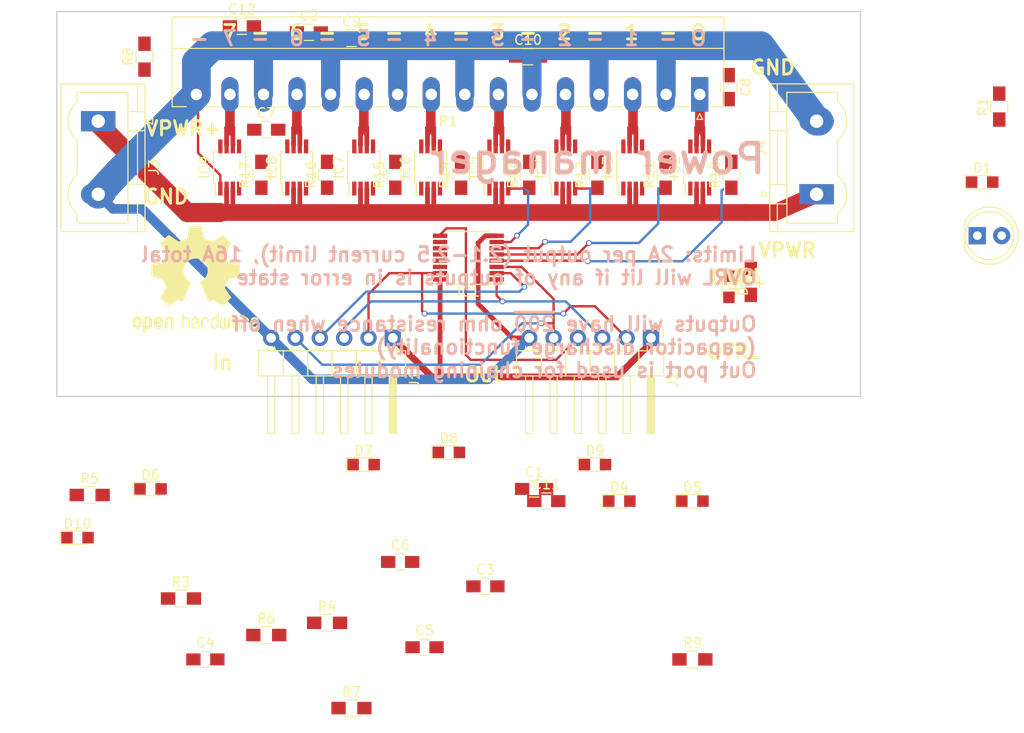
<source format=kicad_pcb>
(kicad_pcb (version 4) (host pcbnew 4.0.5+dfsg1-4)

  (general
    (links 147)
    (no_connects 90)
    (area 15.926999 14.656999 99.897001 54.939001)
    (thickness 1.6)
    (drawings 55)
    (tracks 263)
    (zones 0)
    (modules 58)
    (nets 44)
  )

  (page A4)
  (layers
    (0 F.Cu signal)
    (31 B.Cu signal)
    (33 F.Adhes user)
    (35 F.Paste user)
    (36 B.SilkS user)
    (37 F.SilkS user)
    (38 B.Mask user)
    (39 F.Mask user)
    (40 Dwgs.User user)
    (41 Cmts.User user)
    (42 Eco1.User user)
    (43 Eco2.User user)
    (44 Edge.Cuts user)
    (45 Margin user)
    (47 F.CrtYd user)
    (49 F.Fab user)
  )

  (setup
    (last_trace_width 0.25)
    (user_trace_width 0.5)
    (user_trace_width 0.7)
    (user_trace_width 1)
    (user_trace_width 1.25)
    (user_trace_width 1.5)
    (user_trace_width 1.75)
    (user_trace_width 2)
    (user_trace_width 3)
    (trace_clearance 0.16)
    (zone_clearance 0.508)
    (zone_45_only no)
    (trace_min 0.2)
    (segment_width 0.2)
    (edge_width 0.15)
    (via_size 0.6)
    (via_drill 0.4)
    (via_min_size 0.4)
    (via_min_drill 0.3)
    (uvia_size 0.3)
    (uvia_drill 0.1)
    (uvias_allowed no)
    (uvia_min_size 0.2)
    (uvia_min_drill 0.1)
    (pcb_text_width 0.3)
    (pcb_text_size 1.5 1.5)
    (mod_edge_width 0.15)
    (mod_text_size 1 1)
    (mod_text_width 0.15)
    (pad_size 4.3 4.3)
    (pad_drill 4.3)
    (pad_to_mask_clearance 0.2)
    (aux_axis_origin 0 0)
    (grid_origin 98.806 48.006)
    (visible_elements FFFFFF7F)
    (pcbplotparams
      (layerselection 0x010a0_80000001)
      (usegerberextensions false)
      (excludeedgelayer true)
      (linewidth 0.100000)
      (plotframeref false)
      (viasonmask false)
      (mode 1)
      (useauxorigin false)
      (hpglpennumber 1)
      (hpglpenspeed 20)
      (hpglpendiameter 15)
      (hpglpenoverlay 2)
      (psnegative false)
      (psa4output false)
      (plotreference true)
      (plotvalue true)
      (plotinvisibletext false)
      (padsonsilk false)
      (subtractmaskfromsilk false)
      (outputformat 1)
      (mirror false)
      (drillshape 0)
      (scaleselection 1)
      (outputdirectory gerbers/))
  )

  (net 0 "")
  (net 1 "Net-(IC1-Pad1)")
  (net 2 "Net-(IC1-Pad2)")
  (net 3 "Net-(IC1-Pad3)")
  (net 4 "Net-(IC1-Pad9)")
  (net 5 "Net-(IC1-Pad10)")
  (net 6 "Net-(IC1-Pad15)")
  (net 7 ctrl_out0)
  (net 8 ctrl_out1)
  (net 9 ctrl_out2)
  (net 10 ctrl_out3)
  (net 11 OVERLOAD)
  (net 12 "/Power out/out_pwr2")
  (net 13 "Net-(IC3-Pad8)")
  (net 14 "/Power out/out_pwr3")
  (net 15 "Net-(IC4-Pad8)")
  (net 16 "/Power out/out_pwr4")
  (net 17 "Net-(IC5-Pad8)")
  (net 18 "/Power out/out_pwr5")
  (net 19 "Net-(IC6-Pad8)")
  (net 20 "/Power out/out_pwr6")
  (net 21 "Net-(IC7-Pad8)")
  (net 22 "/Power out/out_pwr7")
  (net 23 "Net-(IC8-Pad8)")
  (net 24 "/Power out/out_pwr0")
  (net 25 "/Power out/out_pwr1")
  (net 26 GND)
  (net 27 VPWR)
  (net 28 ctrl_out4)
  (net 29 ctrl_out5)
  (net 30 ctrl_out6)
  (net 31 ctrl_out7)
  (net 32 VCC)
  (net 33 "Net-(IC2-Pad8)")
  (net 34 "Net-(IC9-Pad8)")
  (net 35 "Net-(D1-Pad1)")
  (net 36 "Net-(D3-Pad1)")
  (net 37 "Net-(D4-Pad1)")
  (net 38 "Net-(D5-Pad1)")
  (net 39 "Net-(D6-Pad1)")
  (net 40 "Net-(D7-Pad1)")
  (net 41 "Net-(D8-Pad1)")
  (net 42 "Net-(D9-Pad1)")
  (net 43 "Net-(D10-Pad1)")

  (net_class Default "This is the default net class."
    (clearance 0.16)
    (trace_width 0.25)
    (via_dia 0.6)
    (via_drill 0.4)
    (uvia_dia 0.3)
    (uvia_drill 0.1)
    (add_net "/Power out/out_pwr0")
    (add_net "/Power out/out_pwr1")
    (add_net "/Power out/out_pwr2")
    (add_net "/Power out/out_pwr3")
    (add_net "/Power out/out_pwr4")
    (add_net "/Power out/out_pwr5")
    (add_net "/Power out/out_pwr6")
    (add_net "/Power out/out_pwr7")
    (add_net GND)
    (add_net "Net-(D1-Pad1)")
    (add_net "Net-(D10-Pad1)")
    (add_net "Net-(D3-Pad1)")
    (add_net "Net-(D4-Pad1)")
    (add_net "Net-(D5-Pad1)")
    (add_net "Net-(D6-Pad1)")
    (add_net "Net-(D7-Pad1)")
    (add_net "Net-(D8-Pad1)")
    (add_net "Net-(D9-Pad1)")
    (add_net "Net-(IC1-Pad1)")
    (add_net "Net-(IC1-Pad10)")
    (add_net "Net-(IC1-Pad15)")
    (add_net "Net-(IC1-Pad2)")
    (add_net "Net-(IC1-Pad3)")
    (add_net "Net-(IC1-Pad9)")
    (add_net "Net-(IC2-Pad8)")
    (add_net "Net-(IC3-Pad8)")
    (add_net "Net-(IC4-Pad8)")
    (add_net "Net-(IC5-Pad8)")
    (add_net "Net-(IC6-Pad8)")
    (add_net "Net-(IC7-Pad8)")
    (add_net "Net-(IC8-Pad8)")
    (add_net "Net-(IC9-Pad8)")
    (add_net OVERLOAD)
    (add_net VCC)
    (add_net VPWR)
    (add_net ctrl_out0)
    (add_net ctrl_out1)
    (add_net ctrl_out2)
    (add_net ctrl_out3)
    (add_net ctrl_out4)
    (add_net ctrl_out5)
    (add_net ctrl_out6)
    (add_net ctrl_out7)
  )

  (module Connectors_Phoenix:PhoenixContact_MC-G_16x3.50mm_Angled (layer F.Cu) (tedit 58AC4560) (tstamp 590B5AF9)
    (at 83.058 23.368 180)
    (descr "Generic Phoenix Contact connector footprint for series: MC-G; number of pins: 16; pin pitch: 3.50mm; Angled || order number: 1844359 8A 160V")
    (tags "phoenix_contact connector MC_01x16_G_3.5mm")
    (path /5908DC66/5908CEDA)
    (fp_text reference P1 (at 26.25 -2.8 180) (layer F.SilkS)
      (effects (font (size 1 1) (thickness 0.15)))
    )
    (fp_text value CONN_01X16 (at 26.25 9 180) (layer F.Fab)
      (effects (font (size 1 1) (thickness 0.15)))
    )
    (fp_line (start -2.53 -1.28) (end -2.53 8.08) (layer F.SilkS) (width 0.12))
    (fp_line (start -2.53 8.08) (end 55.03 8.08) (layer F.SilkS) (width 0.12))
    (fp_line (start 55.03 8.08) (end 55.03 -1.28) (layer F.SilkS) (width 0.12))
    (fp_line (start -2.53 -1.28) (end -1.05 -1.28) (layer F.SilkS) (width 0.12))
    (fp_line (start 55.03 -1.28) (end 53.55 -1.28) (layer F.SilkS) (width 0.12))
    (fp_line (start 1.05 -1.28) (end 2.45 -1.28) (layer F.SilkS) (width 0.12))
    (fp_line (start 4.55 -1.28) (end 5.95 -1.28) (layer F.SilkS) (width 0.12))
    (fp_line (start 8.05 -1.28) (end 9.45 -1.28) (layer F.SilkS) (width 0.12))
    (fp_line (start 11.55 -1.28) (end 12.95 -1.28) (layer F.SilkS) (width 0.12))
    (fp_line (start 15.05 -1.28) (end 16.45 -1.28) (layer F.SilkS) (width 0.12))
    (fp_line (start 18.55 -1.28) (end 19.95 -1.28) (layer F.SilkS) (width 0.12))
    (fp_line (start 22.05 -1.28) (end 23.45 -1.28) (layer F.SilkS) (width 0.12))
    (fp_line (start 25.55 -1.28) (end 26.95 -1.28) (layer F.SilkS) (width 0.12))
    (fp_line (start 29.05 -1.28) (end 30.45 -1.28) (layer F.SilkS) (width 0.12))
    (fp_line (start 32.55 -1.28) (end 33.95 -1.28) (layer F.SilkS) (width 0.12))
    (fp_line (start 36.05 -1.28) (end 37.45 -1.28) (layer F.SilkS) (width 0.12))
    (fp_line (start 39.55 -1.28) (end 40.95 -1.28) (layer F.SilkS) (width 0.12))
    (fp_line (start 43.05 -1.28) (end 44.45 -1.28) (layer F.SilkS) (width 0.12))
    (fp_line (start 46.55 -1.28) (end 47.95 -1.28) (layer F.SilkS) (width 0.12))
    (fp_line (start 50.05 -1.28) (end 51.45 -1.28) (layer F.SilkS) (width 0.12))
    (fp_line (start -2.45 -1.2) (end -2.45 8) (layer F.Fab) (width 0.1))
    (fp_line (start -2.45 8) (end 54.95 8) (layer F.Fab) (width 0.1))
    (fp_line (start 54.95 8) (end 54.95 -1.2) (layer F.Fab) (width 0.1))
    (fp_line (start 54.95 -1.2) (end -2.45 -1.2) (layer F.Fab) (width 0.1))
    (fp_line (start -2.53 4.8) (end 55.03 4.8) (layer F.SilkS) (width 0.12))
    (fp_line (start -3.03 -2.3) (end -3.03 8.5) (layer F.CrtYd) (width 0.05))
    (fp_line (start -3.03 8.5) (end 55.45 8.5) (layer F.CrtYd) (width 0.05))
    (fp_line (start 55.45 8.5) (end 55.45 -2.3) (layer F.CrtYd) (width 0.05))
    (fp_line (start 55.45 -2.3) (end -3.03 -2.3) (layer F.CrtYd) (width 0.05))
    (fp_line (start 0.3 -2.6) (end 0 -2) (layer F.SilkS) (width 0.12))
    (fp_line (start 0 -2) (end -0.3 -2.6) (layer F.SilkS) (width 0.12))
    (fp_line (start -0.3 -2.6) (end 0.3 -2.6) (layer F.SilkS) (width 0.12))
    (fp_line (start 0.8 -1.2) (end 0 0) (layer F.Fab) (width 0.1))
    (fp_line (start 0 0) (end -0.8 -1.2) (layer F.Fab) (width 0.1))
    (fp_text user %R (at 26.25 3 180) (layer F.Fab)
      (effects (font (size 1 1) (thickness 0.15)))
    )
    (pad 1 thru_hole rect (at 0 0 180) (size 1.8 3.6) (drill 1.2) (layers *.Cu *.Mask)
      (net 24 "/Power out/out_pwr0"))
    (pad 2 thru_hole oval (at 3.5 0 180) (size 1.8 3.6) (drill 1.2) (layers *.Cu *.Mask)
      (net 26 GND))
    (pad 3 thru_hole oval (at 7 0 180) (size 1.8 3.6) (drill 1.2) (layers *.Cu *.Mask)
      (net 25 "/Power out/out_pwr1"))
    (pad 4 thru_hole oval (at 10.5 0 180) (size 1.8 3.6) (drill 1.2) (layers *.Cu *.Mask)
      (net 26 GND))
    (pad 5 thru_hole oval (at 14 0 180) (size 1.8 3.6) (drill 1.2) (layers *.Cu *.Mask)
      (net 12 "/Power out/out_pwr2"))
    (pad 6 thru_hole oval (at 17.5 0 180) (size 1.8 3.6) (drill 1.2) (layers *.Cu *.Mask)
      (net 26 GND))
    (pad 7 thru_hole oval (at 21 0 180) (size 1.8 3.6) (drill 1.2) (layers *.Cu *.Mask)
      (net 14 "/Power out/out_pwr3"))
    (pad 8 thru_hole oval (at 24.5 0 180) (size 1.8 3.6) (drill 1.2) (layers *.Cu *.Mask)
      (net 26 GND))
    (pad 9 thru_hole oval (at 28 0 180) (size 1.8 3.6) (drill 1.2) (layers *.Cu *.Mask)
      (net 16 "/Power out/out_pwr4"))
    (pad 10 thru_hole oval (at 31.5 0 180) (size 1.8 3.6) (drill 1.2) (layers *.Cu *.Mask)
      (net 26 GND))
    (pad 11 thru_hole oval (at 35 0 180) (size 1.8 3.6) (drill 1.2) (layers *.Cu *.Mask)
      (net 18 "/Power out/out_pwr5"))
    (pad 12 thru_hole oval (at 38.5 0 180) (size 1.8 3.6) (drill 1.2) (layers *.Cu *.Mask)
      (net 26 GND))
    (pad 13 thru_hole oval (at 42 0 180) (size 1.8 3.6) (drill 1.2) (layers *.Cu *.Mask)
      (net 20 "/Power out/out_pwr6"))
    (pad 14 thru_hole oval (at 45.5 0 180) (size 1.8 3.6) (drill 1.2) (layers *.Cu *.Mask)
      (net 26 GND))
    (pad 15 thru_hole oval (at 49 0 180) (size 1.8 3.6) (drill 1.2) (layers *.Cu *.Mask)
      (net 22 "/Power out/out_pwr7"))
    (pad 16 thru_hole oval (at 52.5 0 180) (size 1.8 3.6) (drill 1.2) (layers *.Cu *.Mask)
      (net 26 GND))
    (model Connectors_Phoenix.3dshapes/PhoenixContact_MC-G_16x3.50mm_Angled.wrl
      (at (xyz 0 0 0))
      (scale (xyz 1 1 1))
      (rotate (xyz 0 0 0))
    )
  )

  (module Mounting_Holes:MountingHole_3.2mm_M3 (layer F.Cu) (tedit 590BC834) (tstamp 59224BC0)
    (at 19.558 18.288)
    (descr "Mounting Hole 3.2mm, no annular, M3")
    (tags "mounting hole 3.2mm no annular m3")
    (fp_text reference REF** (at 0 -4.2) (layer F.SilkS) hide
      (effects (font (size 1 1) (thickness 0.15)))
    )
    (fp_text value MountingHole_3.2mm_M3 (at 0 4.2) (layer F.Fab)
      (effects (font (size 1 1) (thickness 0.15)))
    )
    (fp_circle (center 0 0) (end 3.2 0) (layer Cmts.User) (width 0.15))
    (fp_circle (center 0 0) (end 3.45 0) (layer F.CrtYd) (width 0.05))
    (pad 1 np_thru_hole circle (at 0 0) (size 3.2 3.2) (drill 3.2) (layers *.Cu *.Mask))
  )

  (module Mounting_Holes:MountingHole_4.3mm_M4 (layer F.Cu) (tedit 590BC83F) (tstamp 592248CF)
    (at 94.996 50.038)
    (descr "Mounting Hole 4.3mm, no annular, M4")
    (tags "mounting hole 4.3mm no annular m4")
    (fp_text reference REF** (at 0 -5.3) (layer F.SilkS) hide
      (effects (font (size 1 1) (thickness 0.15)))
    )
    (fp_text value MountingHole_4.3mm_M4 (at 0 5.3) (layer F.Fab)
      (effects (font (size 1 1) (thickness 0.15)))
    )
    (fp_circle (center 0 0) (end 4.3 0) (layer Cmts.User) (width 0.15))
    (fp_circle (center 0 0) (end 4.55 0) (layer F.CrtYd) (width 0.05))
    (pad 1 np_thru_hole circle (at 0 0) (size 4.3 4.3) (drill 4.3) (layers *.Cu *.Mask))
  )

  (module Housings_SSOP:TSSOP-16_4.4x5mm_Pitch0.65mm (layer F.Cu) (tedit 54130A77) (tstamp 5867B935)
    (at 58.928 40.386 180)
    (descr "16-Lead Plastic Thin Shrink Small Outline (ST)-4.4 mm Body [TSSOP] (see Microchip Packaging Specification 00000049BS.pdf)")
    (tags "SSOP 0.65")
    (path /58642F14)
    (attr smd)
    (fp_text reference IC1 (at 0 -3.55 180) (layer F.SilkS)
      (effects (font (size 1 1) (thickness 0.15)))
    )
    (fp_text value 74HC4094_RevA_23Aug2012 (at 0 3.55 180) (layer F.Fab)
      (effects (font (size 1 1) (thickness 0.15)))
    )
    (fp_circle (center -1.75 -2) (end -2 -2) (layer F.Fab) (width 0.15))
    (fp_line (start -2.2 2.5) (end -2.2 -2.5) (layer F.Fab) (width 0.15))
    (fp_line (start 2.2 2.5) (end -2.2 2.5) (layer F.Fab) (width 0.15))
    (fp_line (start 2.2 -2.5) (end 2.2 2.5) (layer F.Fab) (width 0.15))
    (fp_line (start -2.2 -2.5) (end 2.2 -2.5) (layer F.Fab) (width 0.15))
    (fp_line (start -3.95 -2.9) (end -3.95 2.8) (layer F.CrtYd) (width 0.05))
    (fp_line (start 3.95 -2.9) (end 3.95 2.8) (layer F.CrtYd) (width 0.05))
    (fp_line (start -3.95 -2.9) (end 3.95 -2.9) (layer F.CrtYd) (width 0.05))
    (fp_line (start -3.95 2.8) (end 3.95 2.8) (layer F.CrtYd) (width 0.05))
    (fp_line (start -2.2 2.725) (end 2.2 2.725) (layer F.SilkS) (width 0.15))
    (fp_line (start -3.775 -2.8) (end 2.2 -2.8) (layer F.SilkS) (width 0.15))
    (pad 1 smd rect (at -2.95 -2.275 180) (size 1.5 0.45) (layers F.Cu F.Paste F.Mask)
      (net 1 "Net-(IC1-Pad1)"))
    (pad 2 smd rect (at -2.95 -1.625 180) (size 1.5 0.45) (layers F.Cu F.Paste F.Mask)
      (net 2 "Net-(IC1-Pad2)"))
    (pad 3 smd rect (at -2.95 -0.975 180) (size 1.5 0.45) (layers F.Cu F.Paste F.Mask)
      (net 3 "Net-(IC1-Pad3)"))
    (pad 4 smd rect (at -2.95 -0.325 180) (size 1.5 0.45) (layers F.Cu F.Paste F.Mask)
      (net 7 ctrl_out0))
    (pad 5 smd rect (at -2.95 0.325 180) (size 1.5 0.45) (layers F.Cu F.Paste F.Mask)
      (net 8 ctrl_out1))
    (pad 6 smd rect (at -2.95 0.975 180) (size 1.5 0.45) (layers F.Cu F.Paste F.Mask)
      (net 9 ctrl_out2))
    (pad 7 smd rect (at -2.95 1.625 180) (size 1.5 0.45) (layers F.Cu F.Paste F.Mask)
      (net 10 ctrl_out3))
    (pad 8 smd rect (at -2.95 2.275 180) (size 1.5 0.45) (layers F.Cu F.Paste F.Mask)
      (net 26 GND))
    (pad 9 smd rect (at 2.95 2.275 180) (size 1.5 0.45) (layers F.Cu F.Paste F.Mask)
      (net 4 "Net-(IC1-Pad9)"))
    (pad 10 smd rect (at 2.95 1.625 180) (size 1.5 0.45) (layers F.Cu F.Paste F.Mask)
      (net 5 "Net-(IC1-Pad10)"))
    (pad 11 smd rect (at 2.95 0.975 180) (size 1.5 0.45) (layers F.Cu F.Paste F.Mask)
      (net 31 ctrl_out7))
    (pad 12 smd rect (at 2.95 0.325 180) (size 1.5 0.45) (layers F.Cu F.Paste F.Mask)
      (net 30 ctrl_out6))
    (pad 13 smd rect (at 2.95 -0.325 180) (size 1.5 0.45) (layers F.Cu F.Paste F.Mask)
      (net 29 ctrl_out5))
    (pad 14 smd rect (at 2.95 -0.975 180) (size 1.5 0.45) (layers F.Cu F.Paste F.Mask)
      (net 28 ctrl_out4))
    (pad 15 smd rect (at 2.95 -1.625 180) (size 1.5 0.45) (layers F.Cu F.Paste F.Mask)
      (net 6 "Net-(IC1-Pad15)"))
    (pad 16 smd rect (at 2.95 -2.275 180) (size 1.5 0.45) (layers F.Cu F.Paste F.Mask)
      (net 32 VCC))
    (model Housings_SSOP.3dshapes/TSSOP-16_4.4x5mm_Pitch0.65mm.wrl
      (at (xyz 0 0 0))
      (scale (xyz 1 1 1))
      (rotate (xyz 0 0 0))
    )
  )

  (module Housings_SSOP:MSOP-8_3x3mm_Pitch0.65mm (layer F.Cu) (tedit 590BB8E7) (tstamp 5908C90C)
    (at 69.088 30.988 90)
    (descr "8-Lead Plastic Micro Small Outline Package (MS) [MSOP] (see Microchip Packaging Specification 00000049BS.pdf)")
    (tags "SSOP 0.65")
    (path /5908DC66/5908C56F)
    (attr smd)
    (fp_text reference IC4 (at 0 -2.6 90) (layer F.SilkS)
      (effects (font (size 1 1) (thickness 0.15)))
    )
    (fp_text value AP24x1 (at 0 2.6 90) (layer F.Fab)
      (effects (font (size 1 1) (thickness 0.15)))
    )
    (fp_line (start -0.5 -1.5) (end 1.5 -1.5) (layer F.Fab) (width 0.15))
    (fp_line (start 1.5 -1.5) (end 1.5 1.5) (layer F.Fab) (width 0.15))
    (fp_line (start 1.5 1.5) (end -1.5 1.5) (layer F.Fab) (width 0.15))
    (fp_line (start -1.5 1.5) (end -1.5 -0.5) (layer F.Fab) (width 0.15))
    (fp_line (start -1.5 -0.5) (end -0.5 -1.5) (layer F.Fab) (width 0.15))
    (fp_line (start -3.2 -1.85) (end -3.2 1.85) (layer F.CrtYd) (width 0.05))
    (fp_line (start 3.2 -1.85) (end 3.2 1.85) (layer F.CrtYd) (width 0.05))
    (fp_line (start -3.2 -1.85) (end 3.2 -1.85) (layer F.CrtYd) (width 0.05))
    (fp_line (start -3.2 1.85) (end 3.2 1.85) (layer F.CrtYd) (width 0.05))
    (fp_line (start -1.675 -1.675) (end -1.675 -1.5) (layer F.SilkS) (width 0.15))
    (fp_line (start 1.675 -1.675) (end 1.675 -1.425) (layer F.SilkS) (width 0.15))
    (fp_line (start 1.675 1.675) (end 1.675 1.425) (layer F.SilkS) (width 0.15))
    (fp_line (start -1.675 1.675) (end -1.675 1.425) (layer F.SilkS) (width 0.15))
    (fp_line (start -1.675 -1.675) (end 1.675 -1.675) (layer F.SilkS) (width 0.15))
    (fp_line (start -1.675 1.675) (end 1.675 1.675) (layer F.SilkS) (width 0.15))
    (fp_line (start -1.675 -1.5) (end -2.925 -1.5) (layer F.SilkS) (width 0.15))
    (fp_text user %R (at 0 0 90) (layer F.Fab)
      (effects (font (size 0.6 0.6) (thickness 0.15)))
    )
    (pad 1 smd rect (at -2.2 -0.975 90) (size 1.45 0.45) (layers F.Cu F.Paste F.Mask)
      (net 26 GND))
    (pad 2 smd rect (at -2.2 -0.325 90) (size 1.45 0.45) (layers F.Cu F.Paste F.Mask)
      (net 27 VPWR))
    (pad 3 smd rect (at -2.2 0.325 90) (size 1.45 0.45) (layers F.Cu F.Paste F.Mask)
      (net 27 VPWR))
    (pad 4 smd rect (at -2.2 0.975 90) (size 1.45 0.45) (layers F.Cu F.Paste F.Mask)
      (net 9 ctrl_out2))
    (pad 5 smd rect (at 2.2 0.975 90) (size 1.45 0.45) (layers F.Cu F.Paste F.Mask)
      (net 11 OVERLOAD))
    (pad 6 smd rect (at 2.2 0.325 90) (size 1.45 0.45) (layers F.Cu F.Paste F.Mask)
      (net 12 "/Power out/out_pwr2"))
    (pad 7 smd rect (at 2.2 -0.325 90) (size 1.45 0.45) (layers F.Cu F.Paste F.Mask)
      (net 12 "/Power out/out_pwr2"))
    (pad 8 smd rect (at 2.2 -0.975 90) (size 1.45 0.45) (layers F.Cu F.Paste F.Mask)
      (net 15 "Net-(IC4-Pad8)"))
    (model ${KISYS3DMOD}/Housings_SSOP.3dshapes/MSOP-8_3x3mm_Pitch0.65mm.wrl
      (at (xyz 0 0 0))
      (scale (xyz 1 1 1))
      (rotate (xyz 0 0 0))
    )
  )

  (module Housings_SSOP:MSOP-8_3x3mm_Pitch0.65mm (layer F.Cu) (tedit 590BB8F8) (tstamp 5908C929)
    (at 62.103 30.988 90)
    (descr "8-Lead Plastic Micro Small Outline Package (MS) [MSOP] (see Microchip Packaging Specification 00000049BS.pdf)")
    (tags "SSOP 0.65")
    (path /5908DC66/5908C5D1)
    (attr smd)
    (fp_text reference IC5 (at 0 -2.6 90) (layer F.SilkS)
      (effects (font (size 1 1) (thickness 0.15)))
    )
    (fp_text value AP24x1 (at 0 2.6 90) (layer F.Fab)
      (effects (font (size 1 1) (thickness 0.15)))
    )
    (fp_line (start -0.5 -1.5) (end 1.5 -1.5) (layer F.Fab) (width 0.15))
    (fp_line (start 1.5 -1.5) (end 1.5 1.5) (layer F.Fab) (width 0.15))
    (fp_line (start 1.5 1.5) (end -1.5 1.5) (layer F.Fab) (width 0.15))
    (fp_line (start -1.5 1.5) (end -1.5 -0.5) (layer F.Fab) (width 0.15))
    (fp_line (start -1.5 -0.5) (end -0.5 -1.5) (layer F.Fab) (width 0.15))
    (fp_line (start -3.2 -1.85) (end -3.2 1.85) (layer F.CrtYd) (width 0.05))
    (fp_line (start 3.2 -1.85) (end 3.2 1.85) (layer F.CrtYd) (width 0.05))
    (fp_line (start -3.2 -1.85) (end 3.2 -1.85) (layer F.CrtYd) (width 0.05))
    (fp_line (start -3.2 1.85) (end 3.2 1.85) (layer F.CrtYd) (width 0.05))
    (fp_line (start -1.675 -1.675) (end -1.675 -1.5) (layer F.SilkS) (width 0.15))
    (fp_line (start 1.675 -1.675) (end 1.675 -1.425) (layer F.SilkS) (width 0.15))
    (fp_line (start 1.675 1.675) (end 1.675 1.425) (layer F.SilkS) (width 0.15))
    (fp_line (start -1.675 1.675) (end -1.675 1.425) (layer F.SilkS) (width 0.15))
    (fp_line (start -1.675 -1.675) (end 1.675 -1.675) (layer F.SilkS) (width 0.15))
    (fp_line (start -1.675 1.675) (end 1.675 1.675) (layer F.SilkS) (width 0.15))
    (fp_line (start -1.675 -1.5) (end -2.925 -1.5) (layer F.SilkS) (width 0.15))
    (fp_text user %R (at 0 0 90) (layer F.Fab)
      (effects (font (size 0.6 0.6) (thickness 0.15)))
    )
    (pad 1 smd rect (at -2.2 -0.975 90) (size 1.45 0.45) (layers F.Cu F.Paste F.Mask)
      (net 26 GND))
    (pad 2 smd rect (at -2.2 -0.325 90) (size 1.45 0.45) (layers F.Cu F.Paste F.Mask)
      (net 27 VPWR))
    (pad 3 smd rect (at -2.2 0.325 90) (size 1.45 0.45) (layers F.Cu F.Paste F.Mask)
      (net 27 VPWR))
    (pad 4 smd rect (at -2.2 0.975 90) (size 1.45 0.45) (layers F.Cu F.Paste F.Mask)
      (net 10 ctrl_out3))
    (pad 5 smd rect (at 2.2 0.975 90) (size 1.45 0.45) (layers F.Cu F.Paste F.Mask)
      (net 11 OVERLOAD))
    (pad 6 smd rect (at 2.2 0.325 90) (size 1.45 0.45) (layers F.Cu F.Paste F.Mask)
      (net 14 "/Power out/out_pwr3"))
    (pad 7 smd rect (at 2.2 -0.325 90) (size 1.45 0.45) (layers F.Cu F.Paste F.Mask)
      (net 14 "/Power out/out_pwr3"))
    (pad 8 smd rect (at 2.2 -0.975 90) (size 1.45 0.45) (layers F.Cu F.Paste F.Mask)
      (net 17 "Net-(IC5-Pad8)"))
    (model ${KISYS3DMOD}/Housings_SSOP.3dshapes/MSOP-8_3x3mm_Pitch0.65mm.wrl
      (at (xyz 0 0 0))
      (scale (xyz 1 1 1))
      (rotate (xyz 0 0 0))
    )
  )

  (module Housings_SSOP:MSOP-8_3x3mm_Pitch0.65mm (layer F.Cu) (tedit 590BB8FF) (tstamp 5908C946)
    (at 54.991 30.988 90)
    (descr "8-Lead Plastic Micro Small Outline Package (MS) [MSOP] (see Microchip Packaging Specification 00000049BS.pdf)")
    (tags "SSOP 0.65")
    (path /5908DC66/5908C8C6)
    (attr smd)
    (fp_text reference IC6 (at 0 -2.6 90) (layer F.SilkS)
      (effects (font (size 1 1) (thickness 0.15)))
    )
    (fp_text value AP24x1 (at 0 2.6 90) (layer F.Fab)
      (effects (font (size 1 1) (thickness 0.15)))
    )
    (fp_line (start -0.5 -1.5) (end 1.5 -1.5) (layer F.Fab) (width 0.15))
    (fp_line (start 1.5 -1.5) (end 1.5 1.5) (layer F.Fab) (width 0.15))
    (fp_line (start 1.5 1.5) (end -1.5 1.5) (layer F.Fab) (width 0.15))
    (fp_line (start -1.5 1.5) (end -1.5 -0.5) (layer F.Fab) (width 0.15))
    (fp_line (start -1.5 -0.5) (end -0.5 -1.5) (layer F.Fab) (width 0.15))
    (fp_line (start -3.2 -1.85) (end -3.2 1.85) (layer F.CrtYd) (width 0.05))
    (fp_line (start 3.2 -1.85) (end 3.2 1.85) (layer F.CrtYd) (width 0.05))
    (fp_line (start -3.2 -1.85) (end 3.2 -1.85) (layer F.CrtYd) (width 0.05))
    (fp_line (start -3.2 1.85) (end 3.2 1.85) (layer F.CrtYd) (width 0.05))
    (fp_line (start -1.675 -1.675) (end -1.675 -1.5) (layer F.SilkS) (width 0.15))
    (fp_line (start 1.675 -1.675) (end 1.675 -1.425) (layer F.SilkS) (width 0.15))
    (fp_line (start 1.675 1.675) (end 1.675 1.425) (layer F.SilkS) (width 0.15))
    (fp_line (start -1.675 1.675) (end -1.675 1.425) (layer F.SilkS) (width 0.15))
    (fp_line (start -1.675 -1.675) (end 1.675 -1.675) (layer F.SilkS) (width 0.15))
    (fp_line (start -1.675 1.675) (end 1.675 1.675) (layer F.SilkS) (width 0.15))
    (fp_line (start -1.675 -1.5) (end -2.925 -1.5) (layer F.SilkS) (width 0.15))
    (fp_text user %R (at 0 0 90) (layer F.Fab)
      (effects (font (size 0.6 0.6) (thickness 0.15)))
    )
    (pad 1 smd rect (at -2.2 -0.975 90) (size 1.45 0.45) (layers F.Cu F.Paste F.Mask)
      (net 26 GND))
    (pad 2 smd rect (at -2.2 -0.325 90) (size 1.45 0.45) (layers F.Cu F.Paste F.Mask)
      (net 27 VPWR))
    (pad 3 smd rect (at -2.2 0.325 90) (size 1.45 0.45) (layers F.Cu F.Paste F.Mask)
      (net 27 VPWR))
    (pad 4 smd rect (at -2.2 0.975 90) (size 1.45 0.45) (layers F.Cu F.Paste F.Mask)
      (net 28 ctrl_out4))
    (pad 5 smd rect (at 2.2 0.975 90) (size 1.45 0.45) (layers F.Cu F.Paste F.Mask)
      (net 11 OVERLOAD))
    (pad 6 smd rect (at 2.2 0.325 90) (size 1.45 0.45) (layers F.Cu F.Paste F.Mask)
      (net 16 "/Power out/out_pwr4"))
    (pad 7 smd rect (at 2.2 -0.325 90) (size 1.45 0.45) (layers F.Cu F.Paste F.Mask)
      (net 16 "/Power out/out_pwr4"))
    (pad 8 smd rect (at 2.2 -0.975 90) (size 1.45 0.45) (layers F.Cu F.Paste F.Mask)
      (net 19 "Net-(IC6-Pad8)"))
    (model ${KISYS3DMOD}/Housings_SSOP.3dshapes/MSOP-8_3x3mm_Pitch0.65mm.wrl
      (at (xyz 0 0 0))
      (scale (xyz 1 1 1))
      (rotate (xyz 0 0 0))
    )
  )

  (module Housings_SSOP:MSOP-8_3x3mm_Pitch0.65mm (layer F.Cu) (tedit 590BB90D) (tstamp 5908C963)
    (at 48.006 30.988 90)
    (descr "8-Lead Plastic Micro Small Outline Package (MS) [MSOP] (see Microchip Packaging Specification 00000049BS.pdf)")
    (tags "SSOP 0.65")
    (path /5908DC66/5908C8E7)
    (attr smd)
    (fp_text reference IC7 (at 0 -2.6 90) (layer F.SilkS)
      (effects (font (size 1 1) (thickness 0.15)))
    )
    (fp_text value AP24x1 (at 0 2.6 90) (layer F.Fab)
      (effects (font (size 1 1) (thickness 0.15)))
    )
    (fp_line (start -0.5 -1.5) (end 1.5 -1.5) (layer F.Fab) (width 0.15))
    (fp_line (start 1.5 -1.5) (end 1.5 1.5) (layer F.Fab) (width 0.15))
    (fp_line (start 1.5 1.5) (end -1.5 1.5) (layer F.Fab) (width 0.15))
    (fp_line (start -1.5 1.5) (end -1.5 -0.5) (layer F.Fab) (width 0.15))
    (fp_line (start -1.5 -0.5) (end -0.5 -1.5) (layer F.Fab) (width 0.15))
    (fp_line (start -3.2 -1.85) (end -3.2 1.85) (layer F.CrtYd) (width 0.05))
    (fp_line (start 3.2 -1.85) (end 3.2 1.85) (layer F.CrtYd) (width 0.05))
    (fp_line (start -3.2 -1.85) (end 3.2 -1.85) (layer F.CrtYd) (width 0.05))
    (fp_line (start -3.2 1.85) (end 3.2 1.85) (layer F.CrtYd) (width 0.05))
    (fp_line (start -1.675 -1.675) (end -1.675 -1.5) (layer F.SilkS) (width 0.15))
    (fp_line (start 1.675 -1.675) (end 1.675 -1.425) (layer F.SilkS) (width 0.15))
    (fp_line (start 1.675 1.675) (end 1.675 1.425) (layer F.SilkS) (width 0.15))
    (fp_line (start -1.675 1.675) (end -1.675 1.425) (layer F.SilkS) (width 0.15))
    (fp_line (start -1.675 -1.675) (end 1.675 -1.675) (layer F.SilkS) (width 0.15))
    (fp_line (start -1.675 1.675) (end 1.675 1.675) (layer F.SilkS) (width 0.15))
    (fp_line (start -1.675 -1.5) (end -2.925 -1.5) (layer F.SilkS) (width 0.15))
    (fp_text user %R (at 0 0 90) (layer F.Fab)
      (effects (font (size 0.6 0.6) (thickness 0.15)))
    )
    (pad 1 smd rect (at -2.2 -0.975 90) (size 1.45 0.45) (layers F.Cu F.Paste F.Mask)
      (net 26 GND))
    (pad 2 smd rect (at -2.2 -0.325 90) (size 1.45 0.45) (layers F.Cu F.Paste F.Mask)
      (net 27 VPWR))
    (pad 3 smd rect (at -2.2 0.325 90) (size 1.45 0.45) (layers F.Cu F.Paste F.Mask)
      (net 27 VPWR))
    (pad 4 smd rect (at -2.2 0.975 90) (size 1.45 0.45) (layers F.Cu F.Paste F.Mask)
      (net 29 ctrl_out5))
    (pad 5 smd rect (at 2.2 0.975 90) (size 1.45 0.45) (layers F.Cu F.Paste F.Mask)
      (net 11 OVERLOAD))
    (pad 6 smd rect (at 2.2 0.325 90) (size 1.45 0.45) (layers F.Cu F.Paste F.Mask)
      (net 18 "/Power out/out_pwr5"))
    (pad 7 smd rect (at 2.2 -0.325 90) (size 1.45 0.45) (layers F.Cu F.Paste F.Mask)
      (net 18 "/Power out/out_pwr5"))
    (pad 8 smd rect (at 2.2 -0.975 90) (size 1.45 0.45) (layers F.Cu F.Paste F.Mask)
      (net 21 "Net-(IC7-Pad8)"))
    (model ${KISYS3DMOD}/Housings_SSOP.3dshapes/MSOP-8_3x3mm_Pitch0.65mm.wrl
      (at (xyz 0 0 0))
      (scale (xyz 1 1 1))
      (rotate (xyz 0 0 0))
    )
  )

  (module Housings_SSOP:MSOP-8_3x3mm_Pitch0.65mm (layer F.Cu) (tedit 590BB913) (tstamp 5908C980)
    (at 41.021 30.988 90)
    (descr "8-Lead Plastic Micro Small Outline Package (MS) [MSOP] (see Microchip Packaging Specification 00000049BS.pdf)")
    (tags "SSOP 0.65")
    (path /5908DC66/5908C908)
    (attr smd)
    (fp_text reference IC8 (at 0 -2.6 90) (layer F.SilkS)
      (effects (font (size 1 1) (thickness 0.15)))
    )
    (fp_text value AP24x1 (at 0 2.6 90) (layer F.Fab)
      (effects (font (size 1 1) (thickness 0.15)))
    )
    (fp_line (start -0.5 -1.5) (end 1.5 -1.5) (layer F.Fab) (width 0.15))
    (fp_line (start 1.5 -1.5) (end 1.5 1.5) (layer F.Fab) (width 0.15))
    (fp_line (start 1.5 1.5) (end -1.5 1.5) (layer F.Fab) (width 0.15))
    (fp_line (start -1.5 1.5) (end -1.5 -0.5) (layer F.Fab) (width 0.15))
    (fp_line (start -1.5 -0.5) (end -0.5 -1.5) (layer F.Fab) (width 0.15))
    (fp_line (start -3.2 -1.85) (end -3.2 1.85) (layer F.CrtYd) (width 0.05))
    (fp_line (start 3.2 -1.85) (end 3.2 1.85) (layer F.CrtYd) (width 0.05))
    (fp_line (start -3.2 -1.85) (end 3.2 -1.85) (layer F.CrtYd) (width 0.05))
    (fp_line (start -3.2 1.85) (end 3.2 1.85) (layer F.CrtYd) (width 0.05))
    (fp_line (start -1.675 -1.675) (end -1.675 -1.5) (layer F.SilkS) (width 0.15))
    (fp_line (start 1.675 -1.675) (end 1.675 -1.425) (layer F.SilkS) (width 0.15))
    (fp_line (start 1.675 1.675) (end 1.675 1.425) (layer F.SilkS) (width 0.15))
    (fp_line (start -1.675 1.675) (end -1.675 1.425) (layer F.SilkS) (width 0.15))
    (fp_line (start -1.675 -1.675) (end 1.675 -1.675) (layer F.SilkS) (width 0.15))
    (fp_line (start -1.675 1.675) (end 1.675 1.675) (layer F.SilkS) (width 0.15))
    (fp_line (start -1.675 -1.5) (end -2.925 -1.5) (layer F.SilkS) (width 0.15))
    (fp_text user %R (at 0 0 90) (layer F.Fab)
      (effects (font (size 0.6 0.6) (thickness 0.15)))
    )
    (pad 1 smd rect (at -2.2 -0.975 90) (size 1.45 0.45) (layers F.Cu F.Paste F.Mask)
      (net 26 GND))
    (pad 2 smd rect (at -2.2 -0.325 90) (size 1.45 0.45) (layers F.Cu F.Paste F.Mask)
      (net 27 VPWR))
    (pad 3 smd rect (at -2.2 0.325 90) (size 1.45 0.45) (layers F.Cu F.Paste F.Mask)
      (net 27 VPWR))
    (pad 4 smd rect (at -2.2 0.975 90) (size 1.45 0.45) (layers F.Cu F.Paste F.Mask)
      (net 30 ctrl_out6))
    (pad 5 smd rect (at 2.2 0.975 90) (size 1.45 0.45) (layers F.Cu F.Paste F.Mask)
      (net 11 OVERLOAD))
    (pad 6 smd rect (at 2.2 0.325 90) (size 1.45 0.45) (layers F.Cu F.Paste F.Mask)
      (net 20 "/Power out/out_pwr6"))
    (pad 7 smd rect (at 2.2 -0.325 90) (size 1.45 0.45) (layers F.Cu F.Paste F.Mask)
      (net 20 "/Power out/out_pwr6"))
    (pad 8 smd rect (at 2.2 -0.975 90) (size 1.45 0.45) (layers F.Cu F.Paste F.Mask)
      (net 23 "Net-(IC8-Pad8)"))
    (model ${KISYS3DMOD}/Housings_SSOP.3dshapes/MSOP-8_3x3mm_Pitch0.65mm.wrl
      (at (xyz 0 0 0))
      (scale (xyz 1 1 1))
      (rotate (xyz 0 0 0))
    )
  )

  (module Housings_SSOP:MSOP-8_3x3mm_Pitch0.65mm (layer F.Cu) (tedit 590BB91F) (tstamp 5908C99D)
    (at 34.036 30.988 90)
    (descr "8-Lead Plastic Micro Small Outline Package (MS) [MSOP] (see Microchip Packaging Specification 00000049BS.pdf)")
    (tags "SSOP 0.65")
    (path /5908DC66/5908C929)
    (attr smd)
    (fp_text reference IC9 (at 0 -2.6 90) (layer F.SilkS)
      (effects (font (size 1 1) (thickness 0.15)))
    )
    (fp_text value AP24x1 (at 0 2.6 90) (layer F.Fab)
      (effects (font (size 1 1) (thickness 0.15)))
    )
    (fp_line (start -0.5 -1.5) (end 1.5 -1.5) (layer F.Fab) (width 0.15))
    (fp_line (start 1.5 -1.5) (end 1.5 1.5) (layer F.Fab) (width 0.15))
    (fp_line (start 1.5 1.5) (end -1.5 1.5) (layer F.Fab) (width 0.15))
    (fp_line (start -1.5 1.5) (end -1.5 -0.5) (layer F.Fab) (width 0.15))
    (fp_line (start -1.5 -0.5) (end -0.5 -1.5) (layer F.Fab) (width 0.15))
    (fp_line (start -3.2 -1.85) (end -3.2 1.85) (layer F.CrtYd) (width 0.05))
    (fp_line (start 3.2 -1.85) (end 3.2 1.85) (layer F.CrtYd) (width 0.05))
    (fp_line (start -3.2 -1.85) (end 3.2 -1.85) (layer F.CrtYd) (width 0.05))
    (fp_line (start -3.2 1.85) (end 3.2 1.85) (layer F.CrtYd) (width 0.05))
    (fp_line (start -1.675 -1.675) (end -1.675 -1.5) (layer F.SilkS) (width 0.15))
    (fp_line (start 1.675 -1.675) (end 1.675 -1.425) (layer F.SilkS) (width 0.15))
    (fp_line (start 1.675 1.675) (end 1.675 1.425) (layer F.SilkS) (width 0.15))
    (fp_line (start -1.675 1.675) (end -1.675 1.425) (layer F.SilkS) (width 0.15))
    (fp_line (start -1.675 -1.675) (end 1.675 -1.675) (layer F.SilkS) (width 0.15))
    (fp_line (start -1.675 1.675) (end 1.675 1.675) (layer F.SilkS) (width 0.15))
    (fp_line (start -1.675 -1.5) (end -2.925 -1.5) (layer F.SilkS) (width 0.15))
    (fp_text user %R (at 0 0 90) (layer F.Fab)
      (effects (font (size 0.6 0.6) (thickness 0.15)))
    )
    (pad 1 smd rect (at -2.2 -0.975 90) (size 1.45 0.45) (layers F.Cu F.Paste F.Mask)
      (net 26 GND))
    (pad 2 smd rect (at -2.2 -0.325 90) (size 1.45 0.45) (layers F.Cu F.Paste F.Mask)
      (net 27 VPWR))
    (pad 3 smd rect (at -2.2 0.325 90) (size 1.45 0.45) (layers F.Cu F.Paste F.Mask)
      (net 27 VPWR))
    (pad 4 smd rect (at -2.2 0.975 90) (size 1.45 0.45) (layers F.Cu F.Paste F.Mask)
      (net 31 ctrl_out7))
    (pad 5 smd rect (at 2.2 0.975 90) (size 1.45 0.45) (layers F.Cu F.Paste F.Mask)
      (net 11 OVERLOAD))
    (pad 6 smd rect (at 2.2 0.325 90) (size 1.45 0.45) (layers F.Cu F.Paste F.Mask)
      (net 22 "/Power out/out_pwr7"))
    (pad 7 smd rect (at 2.2 -0.325 90) (size 1.45 0.45) (layers F.Cu F.Paste F.Mask)
      (net 22 "/Power out/out_pwr7"))
    (pad 8 smd rect (at 2.2 -0.975 90) (size 1.45 0.45) (layers F.Cu F.Paste F.Mask)
      (net 34 "Net-(IC9-Pad8)"))
    (model ${KISYS3DMOD}/Housings_SSOP.3dshapes/MSOP-8_3x3mm_Pitch0.65mm.wrl
      (at (xyz 0 0 0))
      (scale (xyz 1 1 1))
      (rotate (xyz 0 0 0))
    )
  )

  (module Housings_SSOP:MSOP-8_3x3mm_Pitch0.65mm (layer F.Cu) (tedit 590BB8DA) (tstamp 5908C9BA)
    (at 83.058 30.988 90)
    (descr "8-Lead Plastic Micro Small Outline Package (MS) [MSOP] (see Microchip Packaging Specification 00000049BS.pdf)")
    (tags "SSOP 0.65")
    (path /5908DC66/5908AE3E)
    (attr smd)
    (fp_text reference IC2 (at 0 -2.6 90) (layer F.SilkS)
      (effects (font (size 1 1) (thickness 0.15)))
    )
    (fp_text value AP24x1 (at 0 2.6 90) (layer F.Fab)
      (effects (font (size 1 1) (thickness 0.15)))
    )
    (fp_line (start -0.5 -1.5) (end 1.5 -1.5) (layer F.Fab) (width 0.15))
    (fp_line (start 1.5 -1.5) (end 1.5 1.5) (layer F.Fab) (width 0.15))
    (fp_line (start 1.5 1.5) (end -1.5 1.5) (layer F.Fab) (width 0.15))
    (fp_line (start -1.5 1.5) (end -1.5 -0.5) (layer F.Fab) (width 0.15))
    (fp_line (start -1.5 -0.5) (end -0.5 -1.5) (layer F.Fab) (width 0.15))
    (fp_line (start -3.2 -1.85) (end -3.2 1.85) (layer F.CrtYd) (width 0.05))
    (fp_line (start 3.2 -1.85) (end 3.2 1.85) (layer F.CrtYd) (width 0.05))
    (fp_line (start -3.2 -1.85) (end 3.2 -1.85) (layer F.CrtYd) (width 0.05))
    (fp_line (start -3.2 1.85) (end 3.2 1.85) (layer F.CrtYd) (width 0.05))
    (fp_line (start -1.675 -1.675) (end -1.675 -1.5) (layer F.SilkS) (width 0.15))
    (fp_line (start 1.675 -1.675) (end 1.675 -1.425) (layer F.SilkS) (width 0.15))
    (fp_line (start 1.675 1.675) (end 1.675 1.425) (layer F.SilkS) (width 0.15))
    (fp_line (start -1.675 1.675) (end -1.675 1.425) (layer F.SilkS) (width 0.15))
    (fp_line (start -1.675 -1.675) (end 1.675 -1.675) (layer F.SilkS) (width 0.15))
    (fp_line (start -1.675 1.675) (end 1.675 1.675) (layer F.SilkS) (width 0.15))
    (fp_line (start -1.675 -1.5) (end -2.925 -1.5) (layer F.SilkS) (width 0.15))
    (fp_text user %R (at 0 0 90) (layer F.Fab)
      (effects (font (size 0.6 0.6) (thickness 0.15)))
    )
    (pad 1 smd rect (at -2.2 -0.975 90) (size 1.45 0.45) (layers F.Cu F.Paste F.Mask)
      (net 26 GND))
    (pad 2 smd rect (at -2.2 -0.325 90) (size 1.45 0.45) (layers F.Cu F.Paste F.Mask)
      (net 27 VPWR))
    (pad 3 smd rect (at -2.2 0.325 90) (size 1.45 0.45) (layers F.Cu F.Paste F.Mask)
      (net 27 VPWR))
    (pad 4 smd rect (at -2.2 0.975 90) (size 1.45 0.45) (layers F.Cu F.Paste F.Mask)
      (net 7 ctrl_out0))
    (pad 5 smd rect (at 2.2 0.975 90) (size 1.45 0.45) (layers F.Cu F.Paste F.Mask)
      (net 11 OVERLOAD))
    (pad 6 smd rect (at 2.2 0.325 90) (size 1.45 0.45) (layers F.Cu F.Paste F.Mask)
      (net 24 "/Power out/out_pwr0"))
    (pad 7 smd rect (at 2.2 -0.325 90) (size 1.45 0.45) (layers F.Cu F.Paste F.Mask)
      (net 24 "/Power out/out_pwr0"))
    (pad 8 smd rect (at 2.2 -0.975 90) (size 1.45 0.45) (layers F.Cu F.Paste F.Mask)
      (net 33 "Net-(IC2-Pad8)"))
    (model ${KISYS3DMOD}/Housings_SSOP.3dshapes/MSOP-8_3x3mm_Pitch0.65mm.wrl
      (at (xyz 0 0 0))
      (scale (xyz 1 1 1))
      (rotate (xyz 0 0 0))
    )
  )

  (module Housings_SSOP:MSOP-8_3x3mm_Pitch0.65mm (layer F.Cu) (tedit 590BB8C9) (tstamp 5908C9D7)
    (at 76.073 30.988 90)
    (descr "8-Lead Plastic Micro Small Outline Package (MS) [MSOP] (see Microchip Packaging Specification 00000049BS.pdf)")
    (tags "SSOP 0.65")
    (path /5908DC66/5908C36A)
    (attr smd)
    (fp_text reference IC3 (at 0 -2.6 90) (layer F.SilkS)
      (effects (font (size 1 1) (thickness 0.15)))
    )
    (fp_text value AP24x1 (at 0 2.6 90) (layer F.Fab)
      (effects (font (size 1 1) (thickness 0.15)))
    )
    (fp_line (start -0.5 -1.5) (end 1.5 -1.5) (layer F.Fab) (width 0.15))
    (fp_line (start 1.5 -1.5) (end 1.5 1.5) (layer F.Fab) (width 0.15))
    (fp_line (start 1.5 1.5) (end -1.5 1.5) (layer F.Fab) (width 0.15))
    (fp_line (start -1.5 1.5) (end -1.5 -0.5) (layer F.Fab) (width 0.15))
    (fp_line (start -1.5 -0.5) (end -0.5 -1.5) (layer F.Fab) (width 0.15))
    (fp_line (start -3.2 -1.85) (end -3.2 1.85) (layer F.CrtYd) (width 0.05))
    (fp_line (start 3.2 -1.85) (end 3.2 1.85) (layer F.CrtYd) (width 0.05))
    (fp_line (start -3.2 -1.85) (end 3.2 -1.85) (layer F.CrtYd) (width 0.05))
    (fp_line (start -3.2 1.85) (end 3.2 1.85) (layer F.CrtYd) (width 0.05))
    (fp_line (start -1.675 -1.675) (end -1.675 -1.5) (layer F.SilkS) (width 0.15))
    (fp_line (start 1.675 -1.675) (end 1.675 -1.425) (layer F.SilkS) (width 0.15))
    (fp_line (start 1.675 1.675) (end 1.675 1.425) (layer F.SilkS) (width 0.15))
    (fp_line (start -1.675 1.675) (end -1.675 1.425) (layer F.SilkS) (width 0.15))
    (fp_line (start -1.675 -1.675) (end 1.675 -1.675) (layer F.SilkS) (width 0.15))
    (fp_line (start -1.675 1.675) (end 1.675 1.675) (layer F.SilkS) (width 0.15))
    (fp_line (start -1.675 -1.5) (end -2.925 -1.5) (layer F.SilkS) (width 0.15))
    (fp_text user %R (at 0 0 90) (layer F.Fab)
      (effects (font (size 0.6 0.6) (thickness 0.15)))
    )
    (pad 1 smd rect (at -2.2 -0.975 90) (size 1.45 0.45) (layers F.Cu F.Paste F.Mask)
      (net 26 GND))
    (pad 2 smd rect (at -2.2 -0.325 90) (size 1.45 0.45) (layers F.Cu F.Paste F.Mask)
      (net 27 VPWR))
    (pad 3 smd rect (at -2.2 0.325 90) (size 1.45 0.45) (layers F.Cu F.Paste F.Mask)
      (net 27 VPWR))
    (pad 4 smd rect (at -2.2 0.975 90) (size 1.45 0.45) (layers F.Cu F.Paste F.Mask)
      (net 8 ctrl_out1))
    (pad 5 smd rect (at 2.2 0.975 90) (size 1.45 0.45) (layers F.Cu F.Paste F.Mask)
      (net 11 OVERLOAD))
    (pad 6 smd rect (at 2.2 0.325 90) (size 1.45 0.45) (layers F.Cu F.Paste F.Mask)
      (net 25 "/Power out/out_pwr1"))
    (pad 7 smd rect (at 2.2 -0.325 90) (size 1.45 0.45) (layers F.Cu F.Paste F.Mask)
      (net 25 "/Power out/out_pwr1"))
    (pad 8 smd rect (at 2.2 -0.975 90) (size 1.45 0.45) (layers F.Cu F.Paste F.Mask)
      (net 13 "Net-(IC3-Pad8)"))
    (model ${KISYS3DMOD}/Housings_SSOP.3dshapes/MSOP-8_3x3mm_Pitch0.65mm.wrl
      (at (xyz 0 0 0))
      (scale (xyz 1 1 1))
      (rotate (xyz 0 0 0))
    )
  )

  (module Pin_Headers:Pin_Header_Angled_1x06_Pitch2.54mm (layer F.Cu) (tedit 58CD4EC1) (tstamp 59118F1D)
    (at 51.054 48.768 270)
    (descr "Through hole angled pin header, 1x06, 2.54mm pitch, 6mm pin length, single row")
    (tags "Through hole angled pin header THT 1x06 2.54mm single row")
    (path /590BBDF2)
    (fp_text reference J1 (at 4.315 -2.27 270) (layer F.SilkS)
      (effects (font (size 1 1) (thickness 0.15)))
    )
    (fp_text value CONN_01X06 (at 4.315 14.97 270) (layer F.Fab)
      (effects (font (size 1 1) (thickness 0.15)))
    )
    (fp_line (start 1.4 -1.27) (end 1.4 1.27) (layer F.Fab) (width 0.1))
    (fp_line (start 1.4 1.27) (end 3.9 1.27) (layer F.Fab) (width 0.1))
    (fp_line (start 3.9 1.27) (end 3.9 -1.27) (layer F.Fab) (width 0.1))
    (fp_line (start 3.9 -1.27) (end 1.4 -1.27) (layer F.Fab) (width 0.1))
    (fp_line (start 0 -0.32) (end 0 0.32) (layer F.Fab) (width 0.1))
    (fp_line (start 0 0.32) (end 9.9 0.32) (layer F.Fab) (width 0.1))
    (fp_line (start 9.9 0.32) (end 9.9 -0.32) (layer F.Fab) (width 0.1))
    (fp_line (start 9.9 -0.32) (end 0 -0.32) (layer F.Fab) (width 0.1))
    (fp_line (start 1.4 1.27) (end 1.4 3.81) (layer F.Fab) (width 0.1))
    (fp_line (start 1.4 3.81) (end 3.9 3.81) (layer F.Fab) (width 0.1))
    (fp_line (start 3.9 3.81) (end 3.9 1.27) (layer F.Fab) (width 0.1))
    (fp_line (start 3.9 1.27) (end 1.4 1.27) (layer F.Fab) (width 0.1))
    (fp_line (start 0 2.22) (end 0 2.86) (layer F.Fab) (width 0.1))
    (fp_line (start 0 2.86) (end 9.9 2.86) (layer F.Fab) (width 0.1))
    (fp_line (start 9.9 2.86) (end 9.9 2.22) (layer F.Fab) (width 0.1))
    (fp_line (start 9.9 2.22) (end 0 2.22) (layer F.Fab) (width 0.1))
    (fp_line (start 1.4 3.81) (end 1.4 6.35) (layer F.Fab) (width 0.1))
    (fp_line (start 1.4 6.35) (end 3.9 6.35) (layer F.Fab) (width 0.1))
    (fp_line (start 3.9 6.35) (end 3.9 3.81) (layer F.Fab) (width 0.1))
    (fp_line (start 3.9 3.81) (end 1.4 3.81) (layer F.Fab) (width 0.1))
    (fp_line (start 0 4.76) (end 0 5.4) (layer F.Fab) (width 0.1))
    (fp_line (start 0 5.4) (end 9.9 5.4) (layer F.Fab) (width 0.1))
    (fp_line (start 9.9 5.4) (end 9.9 4.76) (layer F.Fab) (width 0.1))
    (fp_line (start 9.9 4.76) (end 0 4.76) (layer F.Fab) (width 0.1))
    (fp_line (start 1.4 6.35) (end 1.4 8.89) (layer F.Fab) (width 0.1))
    (fp_line (start 1.4 8.89) (end 3.9 8.89) (layer F.Fab) (width 0.1))
    (fp_line (start 3.9 8.89) (end 3.9 6.35) (layer F.Fab) (width 0.1))
    (fp_line (start 3.9 6.35) (end 1.4 6.35) (layer F.Fab) (width 0.1))
    (fp_line (start 0 7.3) (end 0 7.94) (layer F.Fab) (width 0.1))
    (fp_line (start 0 7.94) (end 9.9 7.94) (layer F.Fab) (width 0.1))
    (fp_line (start 9.9 7.94) (end 9.9 7.3) (layer F.Fab) (width 0.1))
    (fp_line (start 9.9 7.3) (end 0 7.3) (layer F.Fab) (width 0.1))
    (fp_line (start 1.4 8.89) (end 1.4 11.43) (layer F.Fab) (width 0.1))
    (fp_line (start 1.4 11.43) (end 3.9 11.43) (layer F.Fab) (width 0.1))
    (fp_line (start 3.9 11.43) (end 3.9 8.89) (layer F.Fab) (width 0.1))
    (fp_line (start 3.9 8.89) (end 1.4 8.89) (layer F.Fab) (width 0.1))
    (fp_line (start 0 9.84) (end 0 10.48) (layer F.Fab) (width 0.1))
    (fp_line (start 0 10.48) (end 9.9 10.48) (layer F.Fab) (width 0.1))
    (fp_line (start 9.9 10.48) (end 9.9 9.84) (layer F.Fab) (width 0.1))
    (fp_line (start 9.9 9.84) (end 0 9.84) (layer F.Fab) (width 0.1))
    (fp_line (start 1.4 11.43) (end 1.4 13.97) (layer F.Fab) (width 0.1))
    (fp_line (start 1.4 13.97) (end 3.9 13.97) (layer F.Fab) (width 0.1))
    (fp_line (start 3.9 13.97) (end 3.9 11.43) (layer F.Fab) (width 0.1))
    (fp_line (start 3.9 11.43) (end 1.4 11.43) (layer F.Fab) (width 0.1))
    (fp_line (start 0 12.38) (end 0 13.02) (layer F.Fab) (width 0.1))
    (fp_line (start 0 13.02) (end 9.9 13.02) (layer F.Fab) (width 0.1))
    (fp_line (start 9.9 13.02) (end 9.9 12.38) (layer F.Fab) (width 0.1))
    (fp_line (start 9.9 12.38) (end 0 12.38) (layer F.Fab) (width 0.1))
    (fp_line (start 1.34 -1.33) (end 1.34 1.27) (layer F.SilkS) (width 0.12))
    (fp_line (start 1.34 1.27) (end 3.96 1.27) (layer F.SilkS) (width 0.12))
    (fp_line (start 3.96 1.27) (end 3.96 -1.33) (layer F.SilkS) (width 0.12))
    (fp_line (start 3.96 -1.33) (end 1.34 -1.33) (layer F.SilkS) (width 0.12))
    (fp_line (start 3.96 -0.38) (end 3.96 0.38) (layer F.SilkS) (width 0.12))
    (fp_line (start 3.96 0.38) (end 9.96 0.38) (layer F.SilkS) (width 0.12))
    (fp_line (start 9.96 0.38) (end 9.96 -0.38) (layer F.SilkS) (width 0.12))
    (fp_line (start 9.96 -0.38) (end 3.96 -0.38) (layer F.SilkS) (width 0.12))
    (fp_line (start 0.91 -0.38) (end 1.34 -0.38) (layer F.SilkS) (width 0.12))
    (fp_line (start 0.91 0.38) (end 1.34 0.38) (layer F.SilkS) (width 0.12))
    (fp_line (start 3.96 -0.26) (end 9.96 -0.26) (layer F.SilkS) (width 0.12))
    (fp_line (start 3.96 -0.14) (end 9.96 -0.14) (layer F.SilkS) (width 0.12))
    (fp_line (start 3.96 -0.02) (end 9.96 -0.02) (layer F.SilkS) (width 0.12))
    (fp_line (start 3.96 0.1) (end 9.96 0.1) (layer F.SilkS) (width 0.12))
    (fp_line (start 3.96 0.22) (end 9.96 0.22) (layer F.SilkS) (width 0.12))
    (fp_line (start 3.96 0.34) (end 9.96 0.34) (layer F.SilkS) (width 0.12))
    (fp_line (start 1.34 1.27) (end 1.34 3.81) (layer F.SilkS) (width 0.12))
    (fp_line (start 1.34 3.81) (end 3.96 3.81) (layer F.SilkS) (width 0.12))
    (fp_line (start 3.96 3.81) (end 3.96 1.27) (layer F.SilkS) (width 0.12))
    (fp_line (start 3.96 1.27) (end 1.34 1.27) (layer F.SilkS) (width 0.12))
    (fp_line (start 3.96 2.16) (end 3.96 2.92) (layer F.SilkS) (width 0.12))
    (fp_line (start 3.96 2.92) (end 9.96 2.92) (layer F.SilkS) (width 0.12))
    (fp_line (start 9.96 2.92) (end 9.96 2.16) (layer F.SilkS) (width 0.12))
    (fp_line (start 9.96 2.16) (end 3.96 2.16) (layer F.SilkS) (width 0.12))
    (fp_line (start 0.91 2.16) (end 1.34 2.16) (layer F.SilkS) (width 0.12))
    (fp_line (start 0.91 2.92) (end 1.34 2.92) (layer F.SilkS) (width 0.12))
    (fp_line (start 1.34 3.81) (end 1.34 6.35) (layer F.SilkS) (width 0.12))
    (fp_line (start 1.34 6.35) (end 3.96 6.35) (layer F.SilkS) (width 0.12))
    (fp_line (start 3.96 6.35) (end 3.96 3.81) (layer F.SilkS) (width 0.12))
    (fp_line (start 3.96 3.81) (end 1.34 3.81) (layer F.SilkS) (width 0.12))
    (fp_line (start 3.96 4.7) (end 3.96 5.46) (layer F.SilkS) (width 0.12))
    (fp_line (start 3.96 5.46) (end 9.96 5.46) (layer F.SilkS) (width 0.12))
    (fp_line (start 9.96 5.46) (end 9.96 4.7) (layer F.SilkS) (width 0.12))
    (fp_line (start 9.96 4.7) (end 3.96 4.7) (layer F.SilkS) (width 0.12))
    (fp_line (start 0.91 4.7) (end 1.34 4.7) (layer F.SilkS) (width 0.12))
    (fp_line (start 0.91 5.46) (end 1.34 5.46) (layer F.SilkS) (width 0.12))
    (fp_line (start 1.34 6.35) (end 1.34 8.89) (layer F.SilkS) (width 0.12))
    (fp_line (start 1.34 8.89) (end 3.96 8.89) (layer F.SilkS) (width 0.12))
    (fp_line (start 3.96 8.89) (end 3.96 6.35) (layer F.SilkS) (width 0.12))
    (fp_line (start 3.96 6.35) (end 1.34 6.35) (layer F.SilkS) (width 0.12))
    (fp_line (start 3.96 7.24) (end 3.96 8) (layer F.SilkS) (width 0.12))
    (fp_line (start 3.96 8) (end 9.96 8) (layer F.SilkS) (width 0.12))
    (fp_line (start 9.96 8) (end 9.96 7.24) (layer F.SilkS) (width 0.12))
    (fp_line (start 9.96 7.24) (end 3.96 7.24) (layer F.SilkS) (width 0.12))
    (fp_line (start 0.91 7.24) (end 1.34 7.24) (layer F.SilkS) (width 0.12))
    (fp_line (start 0.91 8) (end 1.34 8) (layer F.SilkS) (width 0.12))
    (fp_line (start 1.34 8.89) (end 1.34 11.43) (layer F.SilkS) (width 0.12))
    (fp_line (start 1.34 11.43) (end 3.96 11.43) (layer F.SilkS) (width 0.12))
    (fp_line (start 3.96 11.43) (end 3.96 8.89) (layer F.SilkS) (width 0.12))
    (fp_line (start 3.96 8.89) (end 1.34 8.89) (layer F.SilkS) (width 0.12))
    (fp_line (start 3.96 9.78) (end 3.96 10.54) (layer F.SilkS) (width 0.12))
    (fp_line (start 3.96 10.54) (end 9.96 10.54) (layer F.SilkS) (width 0.12))
    (fp_line (start 9.96 10.54) (end 9.96 9.78) (layer F.SilkS) (width 0.12))
    (fp_line (start 9.96 9.78) (end 3.96 9.78) (layer F.SilkS) (width 0.12))
    (fp_line (start 0.91 9.78) (end 1.34 9.78) (layer F.SilkS) (width 0.12))
    (fp_line (start 0.91 10.54) (end 1.34 10.54) (layer F.SilkS) (width 0.12))
    (fp_line (start 1.34 11.43) (end 1.34 14.03) (layer F.SilkS) (width 0.12))
    (fp_line (start 1.34 14.03) (end 3.96 14.03) (layer F.SilkS) (width 0.12))
    (fp_line (start 3.96 14.03) (end 3.96 11.43) (layer F.SilkS) (width 0.12))
    (fp_line (start 3.96 11.43) (end 1.34 11.43) (layer F.SilkS) (width 0.12))
    (fp_line (start 3.96 12.32) (end 3.96 13.08) (layer F.SilkS) (width 0.12))
    (fp_line (start 3.96 13.08) (end 9.96 13.08) (layer F.SilkS) (width 0.12))
    (fp_line (start 9.96 13.08) (end 9.96 12.32) (layer F.SilkS) (width 0.12))
    (fp_line (start 9.96 12.32) (end 3.96 12.32) (layer F.SilkS) (width 0.12))
    (fp_line (start 0.91 12.32) (end 1.34 12.32) (layer F.SilkS) (width 0.12))
    (fp_line (start 0.91 13.08) (end 1.34 13.08) (layer F.SilkS) (width 0.12))
    (fp_line (start -1.27 0) (end -1.27 -1.27) (layer F.SilkS) (width 0.12))
    (fp_line (start -1.27 -1.27) (end 0 -1.27) (layer F.SilkS) (width 0.12))
    (fp_line (start -1.8 -1.8) (end -1.8 14.5) (layer F.CrtYd) (width 0.05))
    (fp_line (start -1.8 14.5) (end 10.4 14.5) (layer F.CrtYd) (width 0.05))
    (fp_line (start 10.4 14.5) (end 10.4 -1.8) (layer F.CrtYd) (width 0.05))
    (fp_line (start 10.4 -1.8) (end -1.8 -1.8) (layer F.CrtYd) (width 0.05))
    (fp_text user %R (at 4.315 -2.27 270) (layer F.Fab)
      (effects (font (size 1 1) (thickness 0.15)))
    )
    (pad 1 thru_hole rect (at 0 0 270) (size 1.7 1.7) (drill 1) (layers *.Cu *.Mask)
      (net 32 VCC))
    (pad 2 thru_hole oval (at 0 2.54 270) (size 1.7 1.7) (drill 1) (layers *.Cu *.Mask)
      (net 6 "Net-(IC1-Pad15)"))
    (pad 3 thru_hole oval (at 0 5.08 270) (size 1.7 1.7) (drill 1) (layers *.Cu *.Mask)
      (net 1 "Net-(IC1-Pad1)"))
    (pad 4 thru_hole oval (at 0 7.62 270) (size 1.7 1.7) (drill 1) (layers *.Cu *.Mask)
      (net 2 "Net-(IC1-Pad2)"))
    (pad 5 thru_hole oval (at 0 10.16 270) (size 1.7 1.7) (drill 1) (layers *.Cu *.Mask)
      (net 3 "Net-(IC1-Pad3)"))
    (pad 6 thru_hole oval (at 0 12.7 270) (size 1.7 1.7) (drill 1) (layers *.Cu *.Mask)
      (net 26 GND))
    (model ${KISYS3DMOD}/Pin_Headers.3dshapes/Pin_Header_Angled_1x06_Pitch2.54mm.wrl
      (at (xyz 0 -0.25 0))
      (scale (xyz 1 1 1))
      (rotate (xyz 0 0 90))
    )
  )

  (module Pin_Headers:Pin_Header_Angled_1x06_Pitch2.54mm (layer F.Cu) (tedit 58CD4EC1) (tstamp 59118FA0)
    (at 77.978 48.768 270)
    (descr "Through hole angled pin header, 1x06, 2.54mm pitch, 6mm pin length, single row")
    (tags "Through hole angled pin header THT 1x06 2.54mm single row")
    (path /590BB7CA)
    (fp_text reference J2 (at 4.315 -2.27 270) (layer F.SilkS)
      (effects (font (size 1 1) (thickness 0.15)))
    )
    (fp_text value CONN_01X06 (at 4.315 14.97 270) (layer F.Fab)
      (effects (font (size 1 1) (thickness 0.15)))
    )
    (fp_line (start 1.4 -1.27) (end 1.4 1.27) (layer F.Fab) (width 0.1))
    (fp_line (start 1.4 1.27) (end 3.9 1.27) (layer F.Fab) (width 0.1))
    (fp_line (start 3.9 1.27) (end 3.9 -1.27) (layer F.Fab) (width 0.1))
    (fp_line (start 3.9 -1.27) (end 1.4 -1.27) (layer F.Fab) (width 0.1))
    (fp_line (start 0 -0.32) (end 0 0.32) (layer F.Fab) (width 0.1))
    (fp_line (start 0 0.32) (end 9.9 0.32) (layer F.Fab) (width 0.1))
    (fp_line (start 9.9 0.32) (end 9.9 -0.32) (layer F.Fab) (width 0.1))
    (fp_line (start 9.9 -0.32) (end 0 -0.32) (layer F.Fab) (width 0.1))
    (fp_line (start 1.4 1.27) (end 1.4 3.81) (layer F.Fab) (width 0.1))
    (fp_line (start 1.4 3.81) (end 3.9 3.81) (layer F.Fab) (width 0.1))
    (fp_line (start 3.9 3.81) (end 3.9 1.27) (layer F.Fab) (width 0.1))
    (fp_line (start 3.9 1.27) (end 1.4 1.27) (layer F.Fab) (width 0.1))
    (fp_line (start 0 2.22) (end 0 2.86) (layer F.Fab) (width 0.1))
    (fp_line (start 0 2.86) (end 9.9 2.86) (layer F.Fab) (width 0.1))
    (fp_line (start 9.9 2.86) (end 9.9 2.22) (layer F.Fab) (width 0.1))
    (fp_line (start 9.9 2.22) (end 0 2.22) (layer F.Fab) (width 0.1))
    (fp_line (start 1.4 3.81) (end 1.4 6.35) (layer F.Fab) (width 0.1))
    (fp_line (start 1.4 6.35) (end 3.9 6.35) (layer F.Fab) (width 0.1))
    (fp_line (start 3.9 6.35) (end 3.9 3.81) (layer F.Fab) (width 0.1))
    (fp_line (start 3.9 3.81) (end 1.4 3.81) (layer F.Fab) (width 0.1))
    (fp_line (start 0 4.76) (end 0 5.4) (layer F.Fab) (width 0.1))
    (fp_line (start 0 5.4) (end 9.9 5.4) (layer F.Fab) (width 0.1))
    (fp_line (start 9.9 5.4) (end 9.9 4.76) (layer F.Fab) (width 0.1))
    (fp_line (start 9.9 4.76) (end 0 4.76) (layer F.Fab) (width 0.1))
    (fp_line (start 1.4 6.35) (end 1.4 8.89) (layer F.Fab) (width 0.1))
    (fp_line (start 1.4 8.89) (end 3.9 8.89) (layer F.Fab) (width 0.1))
    (fp_line (start 3.9 8.89) (end 3.9 6.35) (layer F.Fab) (width 0.1))
    (fp_line (start 3.9 6.35) (end 1.4 6.35) (layer F.Fab) (width 0.1))
    (fp_line (start 0 7.3) (end 0 7.94) (layer F.Fab) (width 0.1))
    (fp_line (start 0 7.94) (end 9.9 7.94) (layer F.Fab) (width 0.1))
    (fp_line (start 9.9 7.94) (end 9.9 7.3) (layer F.Fab) (width 0.1))
    (fp_line (start 9.9 7.3) (end 0 7.3) (layer F.Fab) (width 0.1))
    (fp_line (start 1.4 8.89) (end 1.4 11.43) (layer F.Fab) (width 0.1))
    (fp_line (start 1.4 11.43) (end 3.9 11.43) (layer F.Fab) (width 0.1))
    (fp_line (start 3.9 11.43) (end 3.9 8.89) (layer F.Fab) (width 0.1))
    (fp_line (start 3.9 8.89) (end 1.4 8.89) (layer F.Fab) (width 0.1))
    (fp_line (start 0 9.84) (end 0 10.48) (layer F.Fab) (width 0.1))
    (fp_line (start 0 10.48) (end 9.9 10.48) (layer F.Fab) (width 0.1))
    (fp_line (start 9.9 10.48) (end 9.9 9.84) (layer F.Fab) (width 0.1))
    (fp_line (start 9.9 9.84) (end 0 9.84) (layer F.Fab) (width 0.1))
    (fp_line (start 1.4 11.43) (end 1.4 13.97) (layer F.Fab) (width 0.1))
    (fp_line (start 1.4 13.97) (end 3.9 13.97) (layer F.Fab) (width 0.1))
    (fp_line (start 3.9 13.97) (end 3.9 11.43) (layer F.Fab) (width 0.1))
    (fp_line (start 3.9 11.43) (end 1.4 11.43) (layer F.Fab) (width 0.1))
    (fp_line (start 0 12.38) (end 0 13.02) (layer F.Fab) (width 0.1))
    (fp_line (start 0 13.02) (end 9.9 13.02) (layer F.Fab) (width 0.1))
    (fp_line (start 9.9 13.02) (end 9.9 12.38) (layer F.Fab) (width 0.1))
    (fp_line (start 9.9 12.38) (end 0 12.38) (layer F.Fab) (width 0.1))
    (fp_line (start 1.34 -1.33) (end 1.34 1.27) (layer F.SilkS) (width 0.12))
    (fp_line (start 1.34 1.27) (end 3.96 1.27) (layer F.SilkS) (width 0.12))
    (fp_line (start 3.96 1.27) (end 3.96 -1.33) (layer F.SilkS) (width 0.12))
    (fp_line (start 3.96 -1.33) (end 1.34 -1.33) (layer F.SilkS) (width 0.12))
    (fp_line (start 3.96 -0.38) (end 3.96 0.38) (layer F.SilkS) (width 0.12))
    (fp_line (start 3.96 0.38) (end 9.96 0.38) (layer F.SilkS) (width 0.12))
    (fp_line (start 9.96 0.38) (end 9.96 -0.38) (layer F.SilkS) (width 0.12))
    (fp_line (start 9.96 -0.38) (end 3.96 -0.38) (layer F.SilkS) (width 0.12))
    (fp_line (start 0.91 -0.38) (end 1.34 -0.38) (layer F.SilkS) (width 0.12))
    (fp_line (start 0.91 0.38) (end 1.34 0.38) (layer F.SilkS) (width 0.12))
    (fp_line (start 3.96 -0.26) (end 9.96 -0.26) (layer F.SilkS) (width 0.12))
    (fp_line (start 3.96 -0.14) (end 9.96 -0.14) (layer F.SilkS) (width 0.12))
    (fp_line (start 3.96 -0.02) (end 9.96 -0.02) (layer F.SilkS) (width 0.12))
    (fp_line (start 3.96 0.1) (end 9.96 0.1) (layer F.SilkS) (width 0.12))
    (fp_line (start 3.96 0.22) (end 9.96 0.22) (layer F.SilkS) (width 0.12))
    (fp_line (start 3.96 0.34) (end 9.96 0.34) (layer F.SilkS) (width 0.12))
    (fp_line (start 1.34 1.27) (end 1.34 3.81) (layer F.SilkS) (width 0.12))
    (fp_line (start 1.34 3.81) (end 3.96 3.81) (layer F.SilkS) (width 0.12))
    (fp_line (start 3.96 3.81) (end 3.96 1.27) (layer F.SilkS) (width 0.12))
    (fp_line (start 3.96 1.27) (end 1.34 1.27) (layer F.SilkS) (width 0.12))
    (fp_line (start 3.96 2.16) (end 3.96 2.92) (layer F.SilkS) (width 0.12))
    (fp_line (start 3.96 2.92) (end 9.96 2.92) (layer F.SilkS) (width 0.12))
    (fp_line (start 9.96 2.92) (end 9.96 2.16) (layer F.SilkS) (width 0.12))
    (fp_line (start 9.96 2.16) (end 3.96 2.16) (layer F.SilkS) (width 0.12))
    (fp_line (start 0.91 2.16) (end 1.34 2.16) (layer F.SilkS) (width 0.12))
    (fp_line (start 0.91 2.92) (end 1.34 2.92) (layer F.SilkS) (width 0.12))
    (fp_line (start 1.34 3.81) (end 1.34 6.35) (layer F.SilkS) (width 0.12))
    (fp_line (start 1.34 6.35) (end 3.96 6.35) (layer F.SilkS) (width 0.12))
    (fp_line (start 3.96 6.35) (end 3.96 3.81) (layer F.SilkS) (width 0.12))
    (fp_line (start 3.96 3.81) (end 1.34 3.81) (layer F.SilkS) (width 0.12))
    (fp_line (start 3.96 4.7) (end 3.96 5.46) (layer F.SilkS) (width 0.12))
    (fp_line (start 3.96 5.46) (end 9.96 5.46) (layer F.SilkS) (width 0.12))
    (fp_line (start 9.96 5.46) (end 9.96 4.7) (layer F.SilkS) (width 0.12))
    (fp_line (start 9.96 4.7) (end 3.96 4.7) (layer F.SilkS) (width 0.12))
    (fp_line (start 0.91 4.7) (end 1.34 4.7) (layer F.SilkS) (width 0.12))
    (fp_line (start 0.91 5.46) (end 1.34 5.46) (layer F.SilkS) (width 0.12))
    (fp_line (start 1.34 6.35) (end 1.34 8.89) (layer F.SilkS) (width 0.12))
    (fp_line (start 1.34 8.89) (end 3.96 8.89) (layer F.SilkS) (width 0.12))
    (fp_line (start 3.96 8.89) (end 3.96 6.35) (layer F.SilkS) (width 0.12))
    (fp_line (start 3.96 6.35) (end 1.34 6.35) (layer F.SilkS) (width 0.12))
    (fp_line (start 3.96 7.24) (end 3.96 8) (layer F.SilkS) (width 0.12))
    (fp_line (start 3.96 8) (end 9.96 8) (layer F.SilkS) (width 0.12))
    (fp_line (start 9.96 8) (end 9.96 7.24) (layer F.SilkS) (width 0.12))
    (fp_line (start 9.96 7.24) (end 3.96 7.24) (layer F.SilkS) (width 0.12))
    (fp_line (start 0.91 7.24) (end 1.34 7.24) (layer F.SilkS) (width 0.12))
    (fp_line (start 0.91 8) (end 1.34 8) (layer F.SilkS) (width 0.12))
    (fp_line (start 1.34 8.89) (end 1.34 11.43) (layer F.SilkS) (width 0.12))
    (fp_line (start 1.34 11.43) (end 3.96 11.43) (layer F.SilkS) (width 0.12))
    (fp_line (start 3.96 11.43) (end 3.96 8.89) (layer F.SilkS) (width 0.12))
    (fp_line (start 3.96 8.89) (end 1.34 8.89) (layer F.SilkS) (width 0.12))
    (fp_line (start 3.96 9.78) (end 3.96 10.54) (layer F.SilkS) (width 0.12))
    (fp_line (start 3.96 10.54) (end 9.96 10.54) (layer F.SilkS) (width 0.12))
    (fp_line (start 9.96 10.54) (end 9.96 9.78) (layer F.SilkS) (width 0.12))
    (fp_line (start 9.96 9.78) (end 3.96 9.78) (layer F.SilkS) (width 0.12))
    (fp_line (start 0.91 9.78) (end 1.34 9.78) (layer F.SilkS) (width 0.12))
    (fp_line (start 0.91 10.54) (end 1.34 10.54) (layer F.SilkS) (width 0.12))
    (fp_line (start 1.34 11.43) (end 1.34 14.03) (layer F.SilkS) (width 0.12))
    (fp_line (start 1.34 14.03) (end 3.96 14.03) (layer F.SilkS) (width 0.12))
    (fp_line (start 3.96 14.03) (end 3.96 11.43) (layer F.SilkS) (width 0.12))
    (fp_line (start 3.96 11.43) (end 1.34 11.43) (layer F.SilkS) (width 0.12))
    (fp_line (start 3.96 12.32) (end 3.96 13.08) (layer F.SilkS) (width 0.12))
    (fp_line (start 3.96 13.08) (end 9.96 13.08) (layer F.SilkS) (width 0.12))
    (fp_line (start 9.96 13.08) (end 9.96 12.32) (layer F.SilkS) (width 0.12))
    (fp_line (start 9.96 12.32) (end 3.96 12.32) (layer F.SilkS) (width 0.12))
    (fp_line (start 0.91 12.32) (end 1.34 12.32) (layer F.SilkS) (width 0.12))
    (fp_line (start 0.91 13.08) (end 1.34 13.08) (layer F.SilkS) (width 0.12))
    (fp_line (start -1.27 0) (end -1.27 -1.27) (layer F.SilkS) (width 0.12))
    (fp_line (start -1.27 -1.27) (end 0 -1.27) (layer F.SilkS) (width 0.12))
    (fp_line (start -1.8 -1.8) (end -1.8 14.5) (layer F.CrtYd) (width 0.05))
    (fp_line (start -1.8 14.5) (end 10.4 14.5) (layer F.CrtYd) (width 0.05))
    (fp_line (start 10.4 14.5) (end 10.4 -1.8) (layer F.CrtYd) (width 0.05))
    (fp_line (start 10.4 -1.8) (end -1.8 -1.8) (layer F.CrtYd) (width 0.05))
    (fp_text user %R (at 4.315 -2.27 270) (layer F.Fab)
      (effects (font (size 1 1) (thickness 0.15)))
    )
    (pad 1 thru_hole rect (at 0 0 270) (size 1.7 1.7) (drill 1) (layers *.Cu *.Mask)
      (net 32 VCC))
    (pad 2 thru_hole oval (at 0 2.54 270) (size 1.7 1.7) (drill 1) (layers *.Cu *.Mask)
      (net 6 "Net-(IC1-Pad15)"))
    (pad 3 thru_hole oval (at 0 5.08 270) (size 1.7 1.7) (drill 1) (layers *.Cu *.Mask)
      (net 1 "Net-(IC1-Pad1)"))
    (pad 4 thru_hole oval (at 0 7.62 270) (size 1.7 1.7) (drill 1) (layers *.Cu *.Mask)
      (net 4 "Net-(IC1-Pad9)"))
    (pad 5 thru_hole oval (at 0 10.16 270) (size 1.7 1.7) (drill 1) (layers *.Cu *.Mask)
      (net 3 "Net-(IC1-Pad3)"))
    (pad 6 thru_hole oval (at 0 12.7 270) (size 1.7 1.7) (drill 1) (layers *.Cu *.Mask)
      (net 26 GND))
    (model ${KISYS3DMOD}/Pin_Headers.3dshapes/Pin_Header_Angled_1x06_Pitch2.54mm.wrl
      (at (xyz 0 -0.25 0))
      (scale (xyz 1 1 1))
      (rotate (xyz 0 0 90))
    )
  )

  (module Connectors_Phoenix:PhoenixContact_GMSTBVA-G_02x7.62mm_Vertical (layer F.Cu) (tedit 590BC34E) (tstamp 59168E34)
    (at 20.32 26.162 270)
    (descr "Generic Phoenix Contact connector footprint for series: GMSTBVA-G; number of pins: 02; pin pitch: 7.62mm; Vertical || order number: 1766770 12A 630V")
    (tags "phoenix_contact connector GMSTBVA_01x02_G_7.62mm")
    (path /5908DC66/590BC6F5)
    (fp_text reference J3 (at 4.81 -5.8 270) (layer F.SilkS)
      (effects (font (size 1 1) (thickness 0.15)))
    )
    (fp_text value CONN_01X02 (at -5.842 -1.27 360) (layer F.Fab)
      (effects (font (size 1 1) (thickness 0.15)))
    )
    (fp_arc (start 0 0.55) (end -2 2.2) (angle -100.5) (layer F.SilkS) (width 0.12))
    (fp_arc (start 7.62 0.55) (end 5.62 2.2) (angle -100.5) (layer F.SilkS) (width 0.12))
    (fp_line (start -3.89 -4.88) (end -3.89 3.88) (layer F.SilkS) (width 0.12))
    (fp_line (start -3.89 3.88) (end 11.51 3.88) (layer F.SilkS) (width 0.12))
    (fp_line (start 11.51 3.88) (end 11.51 -4.88) (layer F.SilkS) (width 0.12))
    (fp_line (start 11.51 -4.88) (end -3.89 -4.88) (layer F.SilkS) (width 0.12))
    (fp_line (start -3.81 -4.8) (end -3.81 3.8) (layer F.Fab) (width 0.1))
    (fp_line (start -3.81 3.8) (end 11.43 3.8) (layer F.Fab) (width 0.1))
    (fp_line (start 11.43 3.8) (end 11.43 -4.8) (layer F.Fab) (width 0.1))
    (fp_line (start 11.43 -4.8) (end -3.81 -4.8) (layer F.Fab) (width 0.1))
    (fp_line (start -3.89 -4.1) (end -1.08 -4.1) (layer F.SilkS) (width 0.12))
    (fp_line (start 11.51 -4.1) (end 8.7 -4.1) (layer F.SilkS) (width 0.12))
    (fp_line (start 1 -4.1) (end 6.62 -4.1) (layer F.SilkS) (width 0.12))
    (fp_line (start -1 -3.1) (end -1 -4.88) (layer F.SilkS) (width 0.12))
    (fp_line (start -1 -4.88) (end 1 -4.88) (layer F.SilkS) (width 0.12))
    (fp_line (start 1 -4.88) (end 1 -3.1) (layer F.SilkS) (width 0.12))
    (fp_line (start 1 -3.1) (end -1 -3.1) (layer F.SilkS) (width 0.12))
    (fp_line (start 6.62 -3.1) (end 6.62 -4.88) (layer F.SilkS) (width 0.12))
    (fp_line (start 6.62 -4.88) (end 8.62 -4.88) (layer F.SilkS) (width 0.12))
    (fp_line (start 8.62 -4.88) (end 8.62 -3.1) (layer F.SilkS) (width 0.12))
    (fp_line (start 8.62 -3.1) (end 6.62 -3.1) (layer F.SilkS) (width 0.12))
    (fp_line (start 2 2.2) (end 5.62 2.2) (layer F.SilkS) (width 0.12))
    (fp_line (start -2 2.2) (end -3.01 2.2) (layer F.SilkS) (width 0.12))
    (fp_line (start -3.01 2.2) (end -3.01 -3.1) (layer F.SilkS) (width 0.12))
    (fp_line (start -3.01 -3.1) (end 10.63 -3.1) (layer F.SilkS) (width 0.12))
    (fp_line (start 10.63 -3.1) (end 10.63 2.2) (layer F.SilkS) (width 0.12))
    (fp_line (start 10.63 2.2) (end 9.62 2.2) (layer F.SilkS) (width 0.12))
    (fp_line (start -4.31 -5.3) (end -4.31 4.3) (layer F.CrtYd) (width 0.05))
    (fp_line (start -4.31 4.3) (end 11.93 4.3) (layer F.CrtYd) (width 0.05))
    (fp_line (start 11.93 4.3) (end 11.93 -5.3) (layer F.CrtYd) (width 0.05))
    (fp_line (start 11.93 -5.3) (end -4.31 -5.3) (layer F.CrtYd) (width 0.05))
    (fp_line (start 0.3 -5.68) (end 0 -5.08) (layer F.SilkS) (width 0.12))
    (fp_line (start 0 -5.08) (end -0.3 -5.68) (layer F.SilkS) (width 0.12))
    (fp_line (start -0.3 -5.68) (end 0.3 -5.68) (layer F.SilkS) (width 0.12))
    (fp_line (start 0.5 -3.55) (end 0 -2.55) (layer F.Fab) (width 0.1))
    (fp_line (start 0 -2.55) (end -0.5 -3.55) (layer F.Fab) (width 0.1))
    (fp_line (start -0.5 -3.55) (end 0.5 -3.55) (layer F.Fab) (width 0.1))
    (fp_text user %R (at 4.81 -3 270) (layer F.Fab)
      (effects (font (size 1 1) (thickness 0.15)))
    )
    (pad 1 thru_hole rect (at 0 0 270) (size 2.1 3.6) (drill 1.4) (layers *.Cu *.Mask)
      (net 27 VPWR))
    (pad 2 thru_hole oval (at 7.62 0 270) (size 2.1 3.6) (drill 1.4) (layers *.Cu *.Mask)
      (net 26 GND))
    (model Connectors_Phoenix.3dshapes/PhoenixContact_GMSTBVA-G_02x7.62mm_Vertical.wrl
      (at (xyz 0 0 0))
      (scale (xyz 1 1 1))
      (rotate (xyz 0 0 0))
    )
  )

  (module Connectors_Phoenix:PhoenixContact_GMSTBVA-G_02x7.62mm_Vertical (layer F.Cu) (tedit 58AC498B) (tstamp 59168E60)
    (at 95.25 33.782 90)
    (descr "Generic Phoenix Contact connector footprint for series: GMSTBVA-G; number of pins: 02; pin pitch: 7.62mm; Vertical || order number: 1766770 12A 630V")
    (tags "phoenix_contact connector GMSTBVA_01x02_G_7.62mm")
    (path /5908DC66/590BC6B8)
    (fp_text reference J4 (at 4.81 -5.8 90) (layer F.SilkS)
      (effects (font (size 1 1) (thickness 0.15)))
    )
    (fp_text value CONN_01X02 (at 3.81 4.8 90) (layer F.Fab)
      (effects (font (size 1 1) (thickness 0.15)))
    )
    (fp_arc (start 0 0.55) (end -2 2.2) (angle -100.5) (layer F.SilkS) (width 0.12))
    (fp_arc (start 7.62 0.55) (end 5.62 2.2) (angle -100.5) (layer F.SilkS) (width 0.12))
    (fp_line (start -3.89 -4.88) (end -3.89 3.88) (layer F.SilkS) (width 0.12))
    (fp_line (start -3.89 3.88) (end 11.51 3.88) (layer F.SilkS) (width 0.12))
    (fp_line (start 11.51 3.88) (end 11.51 -4.88) (layer F.SilkS) (width 0.12))
    (fp_line (start 11.51 -4.88) (end -3.89 -4.88) (layer F.SilkS) (width 0.12))
    (fp_line (start -3.81 -4.8) (end -3.81 3.8) (layer F.Fab) (width 0.1))
    (fp_line (start -3.81 3.8) (end 11.43 3.8) (layer F.Fab) (width 0.1))
    (fp_line (start 11.43 3.8) (end 11.43 -4.8) (layer F.Fab) (width 0.1))
    (fp_line (start 11.43 -4.8) (end -3.81 -4.8) (layer F.Fab) (width 0.1))
    (fp_line (start -3.89 -4.1) (end -1.08 -4.1) (layer F.SilkS) (width 0.12))
    (fp_line (start 11.51 -4.1) (end 8.7 -4.1) (layer F.SilkS) (width 0.12))
    (fp_line (start 1 -4.1) (end 6.62 -4.1) (layer F.SilkS) (width 0.12))
    (fp_line (start -1 -3.1) (end -1 -4.88) (layer F.SilkS) (width 0.12))
    (fp_line (start -1 -4.88) (end 1 -4.88) (layer F.SilkS) (width 0.12))
    (fp_line (start 1 -4.88) (end 1 -3.1) (layer F.SilkS) (width 0.12))
    (fp_line (start 1 -3.1) (end -1 -3.1) (layer F.SilkS) (width 0.12))
    (fp_line (start 6.62 -3.1) (end 6.62 -4.88) (layer F.SilkS) (width 0.12))
    (fp_line (start 6.62 -4.88) (end 8.62 -4.88) (layer F.SilkS) (width 0.12))
    (fp_line (start 8.62 -4.88) (end 8.62 -3.1) (layer F.SilkS) (width 0.12))
    (fp_line (start 8.62 -3.1) (end 6.62 -3.1) (layer F.SilkS) (width 0.12))
    (fp_line (start 2 2.2) (end 5.62 2.2) (layer F.SilkS) (width 0.12))
    (fp_line (start -2 2.2) (end -3.01 2.2) (layer F.SilkS) (width 0.12))
    (fp_line (start -3.01 2.2) (end -3.01 -3.1) (layer F.SilkS) (width 0.12))
    (fp_line (start -3.01 -3.1) (end 10.63 -3.1) (layer F.SilkS) (width 0.12))
    (fp_line (start 10.63 -3.1) (end 10.63 2.2) (layer F.SilkS) (width 0.12))
    (fp_line (start 10.63 2.2) (end 9.62 2.2) (layer F.SilkS) (width 0.12))
    (fp_line (start -4.31 -5.3) (end -4.31 4.3) (layer F.CrtYd) (width 0.05))
    (fp_line (start -4.31 4.3) (end 11.93 4.3) (layer F.CrtYd) (width 0.05))
    (fp_line (start 11.93 4.3) (end 11.93 -5.3) (layer F.CrtYd) (width 0.05))
    (fp_line (start 11.93 -5.3) (end -4.31 -5.3) (layer F.CrtYd) (width 0.05))
    (fp_line (start 0.3 -5.68) (end 0 -5.08) (layer F.SilkS) (width 0.12))
    (fp_line (start 0 -5.08) (end -0.3 -5.68) (layer F.SilkS) (width 0.12))
    (fp_line (start -0.3 -5.68) (end 0.3 -5.68) (layer F.SilkS) (width 0.12))
    (fp_line (start 0.5 -3.55) (end 0 -2.55) (layer F.Fab) (width 0.1))
    (fp_line (start 0 -2.55) (end -0.5 -3.55) (layer F.Fab) (width 0.1))
    (fp_line (start -0.5 -3.55) (end 0.5 -3.55) (layer F.Fab) (width 0.1))
    (fp_text user %R (at 4.81 -3 90) (layer F.Fab)
      (effects (font (size 1 1) (thickness 0.15)))
    )
    (pad 1 thru_hole rect (at 0 0 90) (size 2.1 3.6) (drill 1.4) (layers *.Cu *.Mask)
      (net 27 VPWR))
    (pad 2 thru_hole oval (at 7.62 0 90) (size 2.1 3.6) (drill 1.4) (layers *.Cu *.Mask)
      (net 26 GND))
    (model Connectors_Phoenix.3dshapes/PhoenixContact_GMSTBVA-G_02x7.62mm_Vertical.wrl
      (at (xyz 0 0 0))
      (scale (xyz 1 1 1))
      (rotate (xyz 0 0 0))
    )
  )

  (module Mounting_Holes:MountingHole_4.3mm_M4 (layer F.Cu) (tedit 590BC841) (tstamp 592248B4)
    (at 20.828 50.038)
    (descr "Mounting Hole 4.3mm, no annular, M4")
    (tags "mounting hole 4.3mm no annular m4")
    (fp_text reference REF** (at 0 -5.3) (layer F.SilkS) hide
      (effects (font (size 1 1) (thickness 0.15)))
    )
    (fp_text value MountingHole_4.3mm_M4 (at 0 5.3) (layer F.Fab)
      (effects (font (size 1 1) (thickness 0.15)))
    )
    (fp_circle (center 0 0) (end 4.3 0) (layer Cmts.User) (width 0.15))
    (fp_circle (center 0 0) (end 4.55 0) (layer F.CrtYd) (width 0.05))
    (pad "" np_thru_hole circle (at 0 0) (size 4.3 4.3) (drill 4.3) (layers *.Cu *.Mask))
  )

  (module Mounting_Holes:MountingHole_3.2mm_M3 (layer F.Cu) (tedit 590BC839) (tstamp 59224BB1)
    (at 96.266 18.288)
    (descr "Mounting Hole 3.2mm, no annular, M3")
    (tags "mounting hole 3.2mm no annular m3")
    (fp_text reference REF** (at 0 -4.2) (layer F.SilkS) hide
      (effects (font (size 1 1) (thickness 0.15)))
    )
    (fp_text value MountingHole_3.2mm_M3 (at 0 4.2) (layer F.Fab)
      (effects (font (size 1 1) (thickness 0.15)))
    )
    (fp_circle (center 0 0) (end 3.2 0) (layer Cmts.User) (width 0.15))
    (fp_circle (center 0 0) (end 3.45 0) (layer F.CrtYd) (width 0.05))
    (pad 1 np_thru_hole circle (at 0 0) (size 3.2 3.2) (drill 3.2) (layers *.Cu *.Mask))
  )

  (module LEDs:LED_0805 (layer F.Cu) (tedit 57FE93EC) (tstamp 59227D35)
    (at 112.522 32.512)
    (descr "LED 0805 smd package")
    (tags "LED led 0805 SMD smd SMT smt smdled SMDLED smtled SMTLED")
    (path /5908DC66/590BE27D)
    (attr smd)
    (fp_text reference D1 (at 0 -1.45) (layer F.SilkS)
      (effects (font (size 1 1) (thickness 0.15)))
    )
    (fp_text value 1N4001 (at 0 1.55) (layer F.Fab)
      (effects (font (size 1 1) (thickness 0.15)))
    )
    (fp_line (start -1.8 -0.7) (end -1.8 0.7) (layer F.SilkS) (width 0.12))
    (fp_line (start -0.4 -0.4) (end -0.4 0.4) (layer F.Fab) (width 0.1))
    (fp_line (start -0.4 0) (end 0.2 -0.4) (layer F.Fab) (width 0.1))
    (fp_line (start 0.2 0.4) (end -0.4 0) (layer F.Fab) (width 0.1))
    (fp_line (start 0.2 -0.4) (end 0.2 0.4) (layer F.Fab) (width 0.1))
    (fp_line (start 1 0.6) (end -1 0.6) (layer F.Fab) (width 0.1))
    (fp_line (start 1 -0.6) (end 1 0.6) (layer F.Fab) (width 0.1))
    (fp_line (start -1 -0.6) (end 1 -0.6) (layer F.Fab) (width 0.1))
    (fp_line (start -1 0.6) (end -1 -0.6) (layer F.Fab) (width 0.1))
    (fp_line (start -1.8 0.7) (end 1 0.7) (layer F.SilkS) (width 0.12))
    (fp_line (start -1.8 -0.7) (end 1 -0.7) (layer F.SilkS) (width 0.12))
    (fp_line (start 1.95 -0.85) (end 1.95 0.85) (layer F.CrtYd) (width 0.05))
    (fp_line (start 1.95 0.85) (end -1.95 0.85) (layer F.CrtYd) (width 0.05))
    (fp_line (start -1.95 0.85) (end -1.95 -0.85) (layer F.CrtYd) (width 0.05))
    (fp_line (start -1.95 -0.85) (end 1.95 -0.85) (layer F.CrtYd) (width 0.05))
    (pad 2 smd rect (at 1.1 0 180) (size 1.2 1.2) (layers F.Cu F.Paste F.Mask)
      (net 27 VPWR))
    (pad 1 smd rect (at -1.1 0 180) (size 1.2 1.2) (layers F.Cu F.Paste F.Mask)
      (net 35 "Net-(D1-Pad1)"))
    (model LEDs.3dshapes/LED_0805.wrl
      (at (xyz 0 0 0))
      (scale (xyz 1 1 1))
      (rotate (xyz 0 0 180))
    )
  )

  (module LEDs:LED_D5.0mm (layer F.Cu) (tedit 590BCD6F) (tstamp 59227D46)
    (at 112.014 38.1)
    (descr "LED, diameter 5.0mm, 2 pins, http://cdn-reichelt.de/documents/datenblatt/A500/LL-504BC2E-009.pdf")
    (tags "LED diameter 5.0mm 2 pins")
    (path /5908DC66/590BE6C6)
    (fp_text reference D2 (at 1.27 -3.96) (layer F.SilkS) hide
      (effects (font (size 1 1) (thickness 0.15)))
    )
    (fp_text value 1N4001 (at 1.27 3.96) (layer F.Fab)
      (effects (font (size 1 1) (thickness 0.15)))
    )
    (fp_arc (start 1.27 0) (end -1.23 -1.469694) (angle 299.1) (layer F.Fab) (width 0.1))
    (fp_arc (start 1.27 0) (end -1.29 -1.54483) (angle 148.9) (layer F.SilkS) (width 0.12))
    (fp_arc (start 1.27 0) (end -1.29 1.54483) (angle -148.9) (layer F.SilkS) (width 0.12))
    (fp_circle (center 1.27 0) (end 3.77 0) (layer F.Fab) (width 0.1))
    (fp_circle (center 1.27 0) (end 3.77 0) (layer F.SilkS) (width 0.12))
    (fp_line (start -1.23 -1.469694) (end -1.23 1.469694) (layer F.Fab) (width 0.1))
    (fp_line (start -1.29 -1.545) (end -1.29 1.545) (layer F.SilkS) (width 0.12))
    (fp_line (start -1.95 -3.25) (end -1.95 3.25) (layer F.CrtYd) (width 0.05))
    (fp_line (start -1.95 3.25) (end 4.5 3.25) (layer F.CrtYd) (width 0.05))
    (fp_line (start 4.5 3.25) (end 4.5 -3.25) (layer F.CrtYd) (width 0.05))
    (fp_line (start 4.5 -3.25) (end -1.95 -3.25) (layer F.CrtYd) (width 0.05))
    (pad 1 thru_hole rect (at 0 0) (size 1.8 1.8) (drill 0.9) (layers *.Cu *.Mask)
      (net 35 "Net-(D1-Pad1)"))
    (pad 2 thru_hole circle (at 2.54 0) (size 1.8 1.8) (drill 0.9) (layers *.Cu *.Mask)
      (net 27 VPWR))
    (model LEDs.3dshapes/LED_D5.0mm.wrl
      (at (xyz 0 0 0))
      (scale (xyz 0.393701 0.393701 0.393701))
      (rotate (xyz 0 0 0))
    )
  )

  (module Resistors_SMD:R_0805_HandSoldering (layer F.Cu) (tedit 58E0A804) (tstamp 59227D57)
    (at 114.3 24.638 90)
    (descr "Resistor SMD 0805, hand soldering")
    (tags "resistor 0805")
    (path /5908DC66/590BE500)
    (attr smd)
    (fp_text reference R1 (at 0 -1.7 90) (layer F.SilkS)
      (effects (font (size 1 1) (thickness 0.15)))
    )
    (fp_text value R (at 0 1.75 90) (layer F.Fab)
      (effects (font (size 1 1) (thickness 0.15)))
    )
    (fp_text user %R (at 0 0 90) (layer F.Fab)
      (effects (font (size 0.5 0.5) (thickness 0.075)))
    )
    (fp_line (start -1 0.62) (end -1 -0.62) (layer F.Fab) (width 0.1))
    (fp_line (start 1 0.62) (end -1 0.62) (layer F.Fab) (width 0.1))
    (fp_line (start 1 -0.62) (end 1 0.62) (layer F.Fab) (width 0.1))
    (fp_line (start -1 -0.62) (end 1 -0.62) (layer F.Fab) (width 0.1))
    (fp_line (start 0.6 0.88) (end -0.6 0.88) (layer F.SilkS) (width 0.12))
    (fp_line (start -0.6 -0.88) (end 0.6 -0.88) (layer F.SilkS) (width 0.12))
    (fp_line (start -2.35 -0.9) (end 2.35 -0.9) (layer F.CrtYd) (width 0.05))
    (fp_line (start -2.35 -0.9) (end -2.35 0.9) (layer F.CrtYd) (width 0.05))
    (fp_line (start 2.35 0.9) (end 2.35 -0.9) (layer F.CrtYd) (width 0.05))
    (fp_line (start 2.35 0.9) (end -2.35 0.9) (layer F.CrtYd) (width 0.05))
    (pad 1 smd rect (at -1.35 0 90) (size 1.5 1.3) (layers F.Cu F.Paste F.Mask)
      (net 35 "Net-(D1-Pad1)"))
    (pad 2 smd rect (at 1.35 0 90) (size 1.5 1.3) (layers F.Cu F.Paste F.Mask)
      (net 11 OVERLOAD))
    (model ${KISYS3DMOD}/Resistors_SMD.3dshapes/R_0805.wrl
      (at (xyz 0 0 0))
      (scale (xyz 1 1 1))
      (rotate (xyz 0 0 0))
    )
  )

  (module Symbols:OSHW-Logo2_14.6x12mm_SilkScreen (layer F.Cu) (tedit 0) (tstamp 592324F4)
    (at 30.48 42.672)
    (descr "Open Source Hardware Symbol")
    (tags "Logo Symbol OSHW")
    (attr virtual)
    (fp_text reference REF*** (at 0 0) (layer F.SilkS) hide
      (effects (font (size 1 1) (thickness 0.15)))
    )
    (fp_text value OSHW-Logo2_14.6x12mm_SilkScreen (at 0.75 0) (layer F.Fab) hide
      (effects (font (size 1 1) (thickness 0.15)))
    )
    (fp_poly (pts (xy -4.8281 3.861903) (xy -4.71655 3.917522) (xy -4.618092 4.019931) (xy -4.590977 4.057864)
      (xy -4.561438 4.1075) (xy -4.542272 4.161412) (xy -4.531307 4.233364) (xy -4.526371 4.337122)
      (xy -4.525287 4.474101) (xy -4.530182 4.661815) (xy -4.547196 4.802758) (xy -4.579823 4.907908)
      (xy -4.631558 4.988243) (xy -4.705896 5.054741) (xy -4.711358 5.058678) (xy -4.78462 5.098953)
      (xy -4.87284 5.11888) (xy -4.985038 5.123793) (xy -5.167433 5.123793) (xy -5.167509 5.300857)
      (xy -5.169207 5.39947) (xy -5.17955 5.457314) (xy -5.206578 5.492006) (xy -5.258332 5.521164)
      (xy -5.270761 5.527121) (xy -5.328923 5.555039) (xy -5.373956 5.572672) (xy -5.407441 5.574194)
      (xy -5.430962 5.553781) (xy -5.4461 5.505607) (xy -5.454437 5.423846) (xy -5.457556 5.302672)
      (xy -5.45704 5.13626) (xy -5.454471 4.918785) (xy -5.453668 4.853736) (xy -5.450778 4.629502)
      (xy -5.448188 4.482821) (xy -5.167586 4.482821) (xy -5.166009 4.607326) (xy -5.159 4.688787)
      (xy -5.143142 4.742515) (xy -5.115019 4.783823) (xy -5.095925 4.803971) (xy -5.017865 4.862921)
      (xy -4.948753 4.86772) (xy -4.87744 4.819038) (xy -4.875632 4.817241) (xy -4.846617 4.779618)
      (xy -4.828967 4.728484) (xy -4.820064 4.649738) (xy -4.817291 4.529276) (xy -4.817241 4.502588)
      (xy -4.823942 4.336583) (xy -4.845752 4.221505) (xy -4.885235 4.151254) (xy -4.944956 4.119729)
      (xy -4.979472 4.116552) (xy -5.061389 4.13146) (xy -5.117579 4.180548) (xy -5.151402 4.270362)
      (xy -5.16622 4.407445) (xy -5.167586 4.482821) (xy -5.448188 4.482821) (xy -5.447713 4.455952)
      (xy -5.443753 4.325382) (xy -5.438174 4.230087) (xy -5.430254 4.162364) (xy -5.419269 4.114507)
      (xy -5.404499 4.078813) (xy -5.385218 4.047578) (xy -5.376951 4.035824) (xy -5.267288 3.924797)
      (xy -5.128635 3.861847) (xy -4.968246 3.844297) (xy -4.8281 3.861903)) (layer F.SilkS) (width 0.01))
    (fp_poly (pts (xy -2.582571 3.877719) (xy -2.488877 3.931914) (xy -2.423736 3.985707) (xy -2.376093 4.042066)
      (xy -2.343272 4.110987) (xy -2.322594 4.202468) (xy -2.31138 4.326506) (xy -2.306951 4.493098)
      (xy -2.306437 4.612851) (xy -2.306437 5.053659) (xy -2.430517 5.109283) (xy -2.554598 5.164907)
      (xy -2.569195 4.682095) (xy -2.575227 4.501779) (xy -2.581555 4.370901) (xy -2.589394 4.280511)
      (xy -2.599963 4.221664) (xy -2.614477 4.185413) (xy -2.634152 4.16281) (xy -2.640465 4.157917)
      (xy -2.736112 4.119706) (xy -2.832793 4.134827) (xy -2.890345 4.174943) (xy -2.913755 4.20337)
      (xy -2.929961 4.240672) (xy -2.940259 4.297223) (xy -2.945951 4.383394) (xy -2.948336 4.509558)
      (xy -2.948736 4.641042) (xy -2.948814 4.805999) (xy -2.951639 4.922761) (xy -2.961093 5.00151)
      (xy -2.98106 5.052431) (xy -3.015424 5.085706) (xy -3.068068 5.11152) (xy -3.138383 5.138344)
      (xy -3.21518 5.167542) (xy -3.206038 4.649346) (xy -3.202357 4.462539) (xy -3.19805 4.32449)
      (xy -3.191877 4.225568) (xy -3.182598 4.156145) (xy -3.168973 4.10659) (xy -3.149761 4.067273)
      (xy -3.126598 4.032584) (xy -3.014848 3.92177) (xy -2.878487 3.857689) (xy -2.730175 3.842339)
      (xy -2.582571 3.877719)) (layer F.SilkS) (width 0.01))
    (fp_poly (pts (xy -5.951779 3.866015) (xy -5.814939 3.937968) (xy -5.713949 4.053766) (xy -5.678075 4.128213)
      (xy -5.650161 4.239992) (xy -5.635871 4.381227) (xy -5.634516 4.535371) (xy -5.645405 4.685879)
      (xy -5.667847 4.816205) (xy -5.70115 4.909803) (xy -5.711385 4.925922) (xy -5.832618 5.046249)
      (xy -5.976613 5.118317) (xy -6.132861 5.139408) (xy -6.290852 5.106802) (xy -6.33482 5.087253)
      (xy -6.420444 5.027012) (xy -6.495592 4.947135) (xy -6.502694 4.937004) (xy -6.531561 4.888181)
      (xy -6.550643 4.83599) (xy -6.561916 4.767285) (xy -6.567355 4.668918) (xy -6.568938 4.527744)
      (xy -6.568965 4.496092) (xy -6.568893 4.486019) (xy -6.277011 4.486019) (xy -6.275313 4.619256)
      (xy -6.268628 4.707674) (xy -6.254575 4.764785) (xy -6.230771 4.804102) (xy -6.218621 4.817241)
      (xy -6.148764 4.867172) (xy -6.080941 4.864895) (xy -6.012365 4.821584) (xy -5.971465 4.775346)
      (xy -5.947242 4.707857) (xy -5.933639 4.601433) (xy -5.932706 4.58902) (xy -5.930384 4.396147)
      (xy -5.95465 4.2529) (xy -6.005176 4.16016) (xy -6.081632 4.118807) (xy -6.108924 4.116552)
      (xy -6.180589 4.127893) (xy -6.22961 4.167184) (xy -6.259582 4.242326) (xy -6.274101 4.361222)
      (xy -6.277011 4.486019) (xy -6.568893 4.486019) (xy -6.567878 4.345659) (xy -6.563312 4.240549)
      (xy -6.553312 4.167714) (xy -6.535921 4.114108) (xy -6.509184 4.066681) (xy -6.503276 4.057864)
      (xy -6.403968 3.939007) (xy -6.295758 3.870008) (xy -6.164019 3.842619) (xy -6.119283 3.841281)
      (xy -5.951779 3.866015)) (layer F.SilkS) (width 0.01))
    (fp_poly (pts (xy -3.684448 3.884676) (xy -3.569342 3.962111) (xy -3.480389 4.073949) (xy -3.427251 4.216265)
      (xy -3.416503 4.321015) (xy -3.417724 4.364726) (xy -3.427944 4.398194) (xy -3.456039 4.428179)
      (xy -3.510884 4.46144) (xy -3.601355 4.504738) (xy -3.736328 4.564833) (xy -3.737011 4.565134)
      (xy -3.861249 4.622037) (xy -3.963127 4.672565) (xy -4.032233 4.71128) (xy -4.058154 4.73274)
      (xy -4.058161 4.732913) (xy -4.035315 4.779644) (xy -3.981891 4.831154) (xy -3.920558 4.868261)
      (xy -3.889485 4.875632) (xy -3.804711 4.850138) (xy -3.731707 4.786291) (xy -3.696087 4.716094)
      (xy -3.66182 4.664343) (xy -3.594697 4.605409) (xy -3.515792 4.554496) (xy -3.446179 4.526809)
      (xy -3.431623 4.525287) (xy -3.415237 4.550321) (xy -3.41425 4.614311) (xy -3.426292 4.700593)
      (xy -3.448993 4.792501) (xy -3.479986 4.873369) (xy -3.481552 4.876509) (xy -3.574819 5.006734)
      (xy -3.695696 5.095311) (xy -3.832973 5.138786) (xy -3.97544 5.133706) (xy -4.111888 5.076616)
      (xy -4.117955 5.072602) (xy -4.22529 4.975326) (xy -4.295868 4.848409) (xy -4.334926 4.681526)
      (xy -4.340168 4.634639) (xy -4.349452 4.413329) (xy -4.338322 4.310124) (xy -4.058161 4.310124)
      (xy -4.054521 4.374503) (xy -4.034611 4.393291) (xy -3.984974 4.379235) (xy -3.906733 4.346009)
      (xy -3.819274 4.304359) (xy -3.817101 4.303256) (xy -3.74297 4.264265) (xy -3.713219 4.238244)
      (xy -3.720555 4.210965) (xy -3.751447 4.175121) (xy -3.83004 4.123251) (xy -3.914677 4.119439)
      (xy -3.990597 4.157189) (xy -4.043035 4.230001) (xy -4.058161 4.310124) (xy -4.338322 4.310124)
      (xy -4.330356 4.236261) (xy -4.281366 4.095829) (xy -4.213164 3.997447) (xy -4.090065 3.89803)
      (xy -3.954472 3.848711) (xy -3.816045 3.845568) (xy -3.684448 3.884676)) (layer F.SilkS) (width 0.01))
    (fp_poly (pts (xy -1.255402 3.723857) (xy -1.246846 3.843188) (xy -1.237019 3.913506) (xy -1.223401 3.944179)
      (xy -1.203473 3.944571) (xy -1.197011 3.94091) (xy -1.11106 3.914398) (xy -0.999255 3.915946)
      (xy -0.885586 3.943199) (xy -0.81449 3.978455) (xy -0.741595 4.034778) (xy -0.688307 4.098519)
      (xy -0.651725 4.17951) (xy -0.62895 4.287586) (xy -0.617081 4.43258) (xy -0.613218 4.624326)
      (xy -0.613149 4.661109) (xy -0.613103 5.074288) (xy -0.705046 5.106339) (xy -0.770348 5.128144)
      (xy -0.806176 5.138297) (xy -0.80723 5.138391) (xy -0.810758 5.11086) (xy -0.813761 5.034923)
      (xy -0.81601 4.920565) (xy -0.817276 4.777769) (xy -0.817471 4.690951) (xy -0.817877 4.519773)
      (xy -0.819968 4.397088) (xy -0.825053 4.313) (xy -0.83444 4.257614) (xy -0.849439 4.221032)
      (xy -0.871358 4.193359) (xy -0.885043 4.180032) (xy -0.979051 4.126328) (xy -1.081636 4.122307)
      (xy -1.17471 4.167725) (xy -1.191922 4.184123) (xy -1.217168 4.214957) (xy -1.23468 4.251531)
      (xy -1.245858 4.304415) (xy -1.252104 4.384177) (xy -1.254818 4.501385) (xy -1.255402 4.662991)
      (xy -1.255402 5.074288) (xy -1.347345 5.106339) (xy -1.412647 5.128144) (xy -1.448475 5.138297)
      (xy -1.449529 5.138391) (xy -1.452225 5.110448) (xy -1.454655 5.03163) (xy -1.456722 4.909453)
      (xy -1.458329 4.751432) (xy -1.459377 4.565083) (xy -1.459769 4.35792) (xy -1.45977 4.348706)
      (xy -1.45977 3.55902) (xy -1.364885 3.518997) (xy -1.27 3.478973) (xy -1.255402 3.723857)) (layer F.SilkS) (width 0.01))
    (fp_poly (pts (xy 0.079944 3.92436) (xy 0.194343 3.966842) (xy 0.195652 3.967658) (xy 0.266403 4.01973)
      (xy 0.318636 4.080584) (xy 0.355371 4.159887) (xy 0.379634 4.267309) (xy 0.394445 4.412517)
      (xy 0.402829 4.605179) (xy 0.403564 4.632628) (xy 0.41412 5.046521) (xy 0.325291 5.092456)
      (xy 0.261018 5.123498) (xy 0.22221 5.138206) (xy 0.220415 5.138391) (xy 0.2137 5.11125)
      (xy 0.208365 5.038041) (xy 0.205083 4.931081) (xy 0.204368 4.844469) (xy 0.204351 4.704162)
      (xy 0.197937 4.616051) (xy 0.17558 4.574025) (xy 0.127732 4.571975) (xy 0.044849 4.60379)
      (xy -0.080287 4.662272) (xy -0.172303 4.710845) (xy -0.219629 4.752986) (xy -0.233542 4.798916)
      (xy -0.233563 4.801189) (xy -0.210605 4.880311) (xy -0.14263 4.923055) (xy -0.038602 4.929246)
      (xy 0.03633 4.928172) (xy 0.075839 4.949753) (xy 0.100478 5.001591) (xy 0.114659 5.067632)
      (xy 0.094223 5.105104) (xy 0.086528 5.110467) (xy 0.014083 5.132006) (xy -0.087367 5.135055)
      (xy -0.191843 5.120778) (xy -0.265875 5.094688) (xy -0.368228 5.007785) (xy -0.426409 4.886816)
      (xy -0.437931 4.792308) (xy -0.429138 4.707062) (xy -0.39732 4.637476) (xy -0.334316 4.575672)
      (xy -0.231969 4.513772) (xy -0.082118 4.443897) (xy -0.072988 4.439948) (xy 0.061997 4.377588)
      (xy 0.145294 4.326446) (xy 0.180997 4.280488) (xy 0.173203 4.233683) (xy 0.126007 4.179998)
      (xy 0.111894 4.167644) (xy 0.017359 4.119741) (xy -0.080594 4.121758) (xy -0.165903 4.168724)
      (xy -0.222504 4.255669) (xy -0.227763 4.272734) (xy -0.278977 4.355504) (xy -0.343963 4.395372)
      (xy -0.437931 4.434882) (xy -0.437931 4.332658) (xy -0.409347 4.184072) (xy -0.324505 4.047784)
      (xy -0.280355 4.002191) (xy -0.179995 3.943674) (xy -0.052365 3.917184) (xy 0.079944 3.92436)) (layer F.SilkS) (width 0.01))
    (fp_poly (pts (xy 1.065943 3.92192) (xy 1.198565 3.970859) (xy 1.30601 4.057419) (xy 1.348032 4.118352)
      (xy 1.393843 4.230161) (xy 1.392891 4.311006) (xy 1.344808 4.365378) (xy 1.327017 4.374624)
      (xy 1.250204 4.40345) (xy 1.210976 4.396065) (xy 1.197689 4.347658) (xy 1.197012 4.32092)
      (xy 1.172686 4.222548) (xy 1.109281 4.153734) (xy 1.021154 4.120498) (xy 0.922663 4.128861)
      (xy 0.842602 4.172296) (xy 0.815561 4.197072) (xy 0.796394 4.227129) (xy 0.783446 4.272565)
      (xy 0.775064 4.343476) (xy 0.769593 4.44996) (xy 0.765378 4.602112) (xy 0.764287 4.650287)
      (xy 0.760307 4.815095) (xy 0.755781 4.931088) (xy 0.748995 5.007833) (xy 0.738231 5.054893)
      (xy 0.721773 5.081835) (xy 0.697906 5.098223) (xy 0.682626 5.105463) (xy 0.617733 5.13022)
      (xy 0.579534 5.138391) (xy 0.566912 5.111103) (xy 0.559208 5.028603) (xy 0.55638 4.889941)
      (xy 0.558386 4.694162) (xy 0.559011 4.663965) (xy 0.563421 4.485349) (xy 0.568635 4.354923)
      (xy 0.576055 4.262492) (xy 0.587082 4.197858) (xy 0.603117 4.150825) (xy 0.625561 4.111196)
      (xy 0.637302 4.094215) (xy 0.704619 4.01908) (xy 0.77991 3.960638) (xy 0.789128 3.955536)
      (xy 0.924133 3.91526) (xy 1.065943 3.92192)) (layer F.SilkS) (width 0.01))
    (fp_poly (pts (xy 2.393914 4.154455) (xy 2.393543 4.372661) (xy 2.392108 4.540519) (xy 2.389002 4.66607)
      (xy 2.383622 4.757355) (xy 2.375362 4.822415) (xy 2.363616 4.869291) (xy 2.347781 4.906024)
      (xy 2.33579 4.926991) (xy 2.23649 5.040694) (xy 2.110588 5.111965) (xy 1.971291 5.137538)
      (xy 1.831805 5.11415) (xy 1.748743 5.072119) (xy 1.661545 4.999411) (xy 1.602117 4.910612)
      (xy 1.566261 4.79432) (xy 1.549781 4.639135) (xy 1.547447 4.525287) (xy 1.547761 4.517106)
      (xy 1.751724 4.517106) (xy 1.75297 4.647657) (xy 1.758678 4.73408) (xy 1.771804 4.790618)
      (xy 1.795306 4.831514) (xy 1.823386 4.862362) (xy 1.917688 4.921905) (xy 2.01894 4.926992)
      (xy 2.114636 4.877279) (xy 2.122084 4.870543) (xy 2.153874 4.835502) (xy 2.173808 4.793811)
      (xy 2.1846 4.731762) (xy 2.188965 4.635644) (xy 2.189655 4.529379) (xy 2.188159 4.39588)
      (xy 2.181964 4.306822) (xy 2.168514 4.248293) (xy 2.145251 4.206382) (xy 2.126175 4.184123)
      (xy 2.037563 4.127985) (xy 1.935508 4.121235) (xy 1.838095 4.164114) (xy 1.819296 4.180032)
      (xy 1.787293 4.215382) (xy 1.767318 4.257502) (xy 1.756593 4.320251) (xy 1.752339 4.417487)
      (xy 1.751724 4.517106) (xy 1.547761 4.517106) (xy 1.554504 4.341947) (xy 1.578472 4.204195)
      (xy 1.623548 4.100632) (xy 1.693928 4.019856) (xy 1.748743 3.978455) (xy 1.848376 3.933728)
      (xy 1.963855 3.912967) (xy 2.071199 3.918525) (xy 2.131264 3.940943) (xy 2.154835 3.947323)
      (xy 2.170477 3.923535) (xy 2.181395 3.859788) (xy 2.189655 3.762687) (xy 2.198699 3.654541)
      (xy 2.211261 3.589475) (xy 2.234119 3.552268) (xy 2.274051 3.527699) (xy 2.299138 3.516819)
      (xy 2.394023 3.477072) (xy 2.393914 4.154455)) (layer F.SilkS) (width 0.01))
    (fp_poly (pts (xy 3.580124 3.93984) (xy 3.584579 4.016653) (xy 3.588071 4.133391) (xy 3.590315 4.280821)
      (xy 3.591035 4.435455) (xy 3.591035 4.958727) (xy 3.498645 5.051117) (xy 3.434978 5.108047)
      (xy 3.379089 5.131107) (xy 3.302702 5.129647) (xy 3.27238 5.125934) (xy 3.17761 5.115126)
      (xy 3.099222 5.108933) (xy 3.080115 5.108361) (xy 3.015699 5.112102) (xy 2.923571 5.121494)
      (xy 2.88785 5.125934) (xy 2.800114 5.132801) (xy 2.741153 5.117885) (xy 2.68269 5.071835)
      (xy 2.661585 5.051117) (xy 2.569195 4.958727) (xy 2.569195 3.979947) (xy 2.643558 3.946066)
      (xy 2.70759 3.92097) (xy 2.745052 3.912184) (xy 2.754657 3.93995) (xy 2.763635 4.01753)
      (xy 2.771386 4.136348) (xy 2.777314 4.287828) (xy 2.780173 4.415805) (xy 2.788161 4.919425)
      (xy 2.857848 4.929278) (xy 2.921229 4.922389) (xy 2.952286 4.900083) (xy 2.960967 4.858379)
      (xy 2.968378 4.769544) (xy 2.973931 4.644834) (xy 2.977036 4.495507) (xy 2.977484 4.418661)
      (xy 2.977931 3.976287) (xy 3.069874 3.944235) (xy 3.134949 3.922443) (xy 3.170347 3.912281)
      (xy 3.171368 3.912184) (xy 3.17492 3.939809) (xy 3.178823 4.016411) (xy 3.182751 4.132579)
      (xy 3.186376 4.278904) (xy 3.188908 4.415805) (xy 3.196897 4.919425) (xy 3.372069 4.919425)
      (xy 3.380107 4.459965) (xy 3.388146 4.000505) (xy 3.473543 3.956344) (xy 3.536593 3.926019)
      (xy 3.57391 3.912258) (xy 3.574987 3.912184) (xy 3.580124 3.93984)) (layer F.SilkS) (width 0.01))
    (fp_poly (pts (xy 4.314406 3.935156) (xy 4.398469 3.973393) (xy 4.46445 4.019726) (xy 4.512794 4.071532)
      (xy 4.546172 4.138363) (xy 4.567253 4.229769) (xy 4.578707 4.355301) (xy 4.583203 4.524508)
      (xy 4.583678 4.635933) (xy 4.583678 5.070627) (xy 4.509316 5.104509) (xy 4.450746 5.129272)
      (xy 4.42173 5.138391) (xy 4.416179 5.111257) (xy 4.411775 5.038094) (xy 4.409078 4.931263)
      (xy 4.408506 4.846437) (xy 4.406046 4.723887) (xy 4.399412 4.626668) (xy 4.389726 4.567134)
      (xy 4.382032 4.554483) (xy 4.330311 4.567402) (xy 4.249117 4.600539) (xy 4.155102 4.645461)
      (xy 4.064917 4.693735) (xy 3.995215 4.736928) (xy 3.962648 4.766608) (xy 3.962519 4.766929)
      (xy 3.96532 4.821857) (xy 3.990439 4.874292) (xy 4.034541 4.916881) (xy 4.098909 4.931126)
      (xy 4.153921 4.929466) (xy 4.231835 4.928245) (xy 4.272732 4.946498) (xy 4.297295 4.994726)
      (xy 4.300392 5.00382) (xy 4.31104 5.072598) (xy 4.282565 5.11436) (xy 4.208344 5.134263)
      (xy 4.128168 5.137944) (xy 3.98389 5.110658) (xy 3.909203 5.07169) (xy 3.816963 4.980148)
      (xy 3.768043 4.867782) (xy 3.763654 4.749051) (xy 3.805001 4.638411) (xy 3.867197 4.56908)
      (xy 3.929294 4.530265) (xy 4.026895 4.481125) (xy 4.140632 4.431292) (xy 4.15959 4.423677)
      (xy 4.284521 4.368545) (xy 4.356539 4.319954) (xy 4.3797 4.271647) (xy 4.358064 4.21737)
      (xy 4.32092 4.174943) (xy 4.233127 4.122702) (xy 4.13653 4.118784) (xy 4.047944 4.159041)
      (xy 3.984186 4.239326) (xy 3.975817 4.26004) (xy 3.927096 4.336225) (xy 3.855965 4.392785)
      (xy 3.766207 4.439201) (xy 3.766207 4.307584) (xy 3.77149 4.227168) (xy 3.794142 4.163786)
      (xy 3.844367 4.096163) (xy 3.892582 4.044076) (xy 3.967554 3.970322) (xy 4.025806 3.930702)
      (xy 4.088372 3.91481) (xy 4.159193 3.912184) (xy 4.314406 3.935156)) (layer F.SilkS) (width 0.01))
    (fp_poly (pts (xy 5.33569 3.940018) (xy 5.370585 3.955269) (xy 5.453877 4.021235) (xy 5.525103 4.116618)
      (xy 5.569153 4.218406) (xy 5.576322 4.268587) (xy 5.552285 4.338647) (xy 5.499561 4.375717)
      (xy 5.443031 4.398164) (xy 5.417146 4.4023) (xy 5.404542 4.372283) (xy 5.379654 4.306961)
      (xy 5.368735 4.277445) (xy 5.307508 4.175348) (xy 5.218861 4.124423) (xy 5.105193 4.125989)
      (xy 5.096774 4.127994) (xy 5.036088 4.156767) (xy 4.991474 4.212859) (xy 4.961002 4.303163)
      (xy 4.942744 4.434571) (xy 4.934771 4.613974) (xy 4.934023 4.709433) (xy 4.933652 4.859913)
      (xy 4.931223 4.962495) (xy 4.92476 5.027672) (xy 4.912288 5.065938) (xy 4.891833 5.087785)
      (xy 4.861419 5.103707) (xy 4.859661 5.104509) (xy 4.801091 5.129272) (xy 4.772075 5.138391)
      (xy 4.767616 5.110822) (xy 4.763799 5.03462) (xy 4.760899 4.919541) (xy 4.759191 4.775341)
      (xy 4.758851 4.669814) (xy 4.760588 4.465613) (xy 4.767382 4.310697) (xy 4.781607 4.196024)
      (xy 4.805638 4.112551) (xy 4.841848 4.051236) (xy 4.892612 4.003034) (xy 4.942739 3.969393)
      (xy 5.063275 3.924619) (xy 5.203557 3.914521) (xy 5.33569 3.940018)) (layer F.SilkS) (width 0.01))
    (fp_poly (pts (xy 6.343439 3.95654) (xy 6.45895 4.032034) (xy 6.514664 4.099617) (xy 6.558804 4.222255)
      (xy 6.562309 4.319298) (xy 6.554368 4.449056) (xy 6.255115 4.580039) (xy 6.109611 4.646958)
      (xy 6.014537 4.70079) (xy 5.965101 4.747416) (xy 5.956511 4.79272) (xy 5.983972 4.842582)
      (xy 6.014253 4.875632) (xy 6.102363 4.928633) (xy 6.198196 4.932347) (xy 6.286212 4.891041)
      (xy 6.350869 4.808983) (xy 6.362433 4.780008) (xy 6.417825 4.689509) (xy 6.481553 4.65094)
      (xy 6.568966 4.617946) (xy 6.568966 4.743034) (xy 6.561238 4.828156) (xy 6.530966 4.899938)
      (xy 6.467518 4.982356) (xy 6.458088 4.993066) (xy 6.387513 5.066391) (xy 6.326847 5.105742)
      (xy 6.25095 5.123845) (xy 6.18803 5.129774) (xy 6.075487 5.131251) (xy 5.99537 5.112535)
      (xy 5.94539 5.084747) (xy 5.866838 5.023641) (xy 5.812463 4.957554) (xy 5.778052 4.874441)
      (xy 5.759388 4.762254) (xy 5.752256 4.608946) (xy 5.751687 4.531136) (xy 5.753622 4.437853)
      (xy 5.929899 4.437853) (xy 5.931944 4.487896) (xy 5.937039 4.496092) (xy 5.970666 4.484958)
      (xy 6.04303 4.455493) (xy 6.139747 4.413601) (xy 6.159973 4.404597) (xy 6.282203 4.342442)
      (xy 6.349547 4.287815) (xy 6.364348 4.236649) (xy 6.328947 4.184876) (xy 6.299711 4.162)
      (xy 6.194216 4.11625) (xy 6.095476 4.123808) (xy 6.012812 4.179651) (xy 5.955548 4.278753)
      (xy 5.937188 4.357414) (xy 5.929899 4.437853) (xy 5.753622 4.437853) (xy 5.755459 4.349351)
      (xy 5.769359 4.214853) (xy 5.796894 4.116916) (xy 5.841572 4.044811) (xy 5.906901 3.987813)
      (xy 5.935383 3.969393) (xy 6.064763 3.921422) (xy 6.206412 3.918403) (xy 6.343439 3.95654)) (layer F.SilkS) (width 0.01))
    (fp_poly (pts (xy 0.209014 -5.547002) (xy 0.367006 -5.546137) (xy 0.481347 -5.543795) (xy 0.559407 -5.539238)
      (xy 0.608554 -5.53173) (xy 0.636159 -5.520534) (xy 0.649592 -5.504912) (xy 0.656221 -5.484127)
      (xy 0.656865 -5.481437) (xy 0.666935 -5.432887) (xy 0.685575 -5.337095) (xy 0.710845 -5.204257)
      (xy 0.740807 -5.044569) (xy 0.773522 -4.868226) (xy 0.774664 -4.862033) (xy 0.807433 -4.689218)
      (xy 0.838093 -4.536531) (xy 0.864664 -4.413129) (xy 0.885167 -4.328169) (xy 0.897626 -4.29081)
      (xy 0.89822 -4.290148) (xy 0.934919 -4.271905) (xy 1.010586 -4.241503) (xy 1.108878 -4.205507)
      (xy 1.109425 -4.205315) (xy 1.233233 -4.158778) (xy 1.379196 -4.099496) (xy 1.516781 -4.039891)
      (xy 1.523293 -4.036944) (xy 1.74739 -3.935235) (xy 2.243619 -4.274103) (xy 2.395846 -4.377408)
      (xy 2.533741 -4.469763) (xy 2.649315 -4.545916) (xy 2.734579 -4.600615) (xy 2.781544 -4.628607)
      (xy 2.786004 -4.630683) (xy 2.820134 -4.62144) (xy 2.883881 -4.576844) (xy 2.979731 -4.494791)
      (xy 3.110169 -4.373179) (xy 3.243328 -4.243795) (xy 3.371694 -4.116298) (xy 3.486581 -3.999954)
      (xy 3.581073 -3.901948) (xy 3.648253 -3.829464) (xy 3.681206 -3.789687) (xy 3.682432 -3.787639)
      (xy 3.686074 -3.760344) (xy 3.67235 -3.715766) (xy 3.637869 -3.647888) (xy 3.579239 -3.550689)
      (xy 3.49307 -3.418149) (xy 3.3782 -3.247524) (xy 3.276254 -3.097345) (xy 3.185123 -2.96265)
      (xy 3.110073 -2.85126) (xy 3.056369 -2.770995) (xy 3.02928 -2.729675) (xy 3.027574 -2.72687)
      (xy 3.030882 -2.687279) (xy 3.055953 -2.610331) (xy 3.097798 -2.510568) (xy 3.112712 -2.478709)
      (xy 3.177786 -2.336774) (xy 3.247212 -2.175727) (xy 3.303609 -2.036379) (xy 3.344247 -1.932956)
      (xy 3.376526 -1.854358) (xy 3.395178 -1.81328) (xy 3.397497 -1.810115) (xy 3.431803 -1.804872)
      (xy 3.512669 -1.790506) (xy 3.629343 -1.769063) (xy 3.771075 -1.742587) (xy 3.92711 -1.713123)
      (xy 4.086698 -1.682717) (xy 4.239085 -1.653412) (xy 4.373521 -1.627255) (xy 4.479252 -1.60629)
      (xy 4.545526 -1.592561) (xy 4.561782 -1.58868) (xy 4.578573 -1.5791) (xy 4.591249 -1.557464)
      (xy 4.600378 -1.516469) (xy 4.606531 -1.448811) (xy 4.61028 -1.347188) (xy 4.612192 -1.204297)
      (xy 4.61284 -1.012835) (xy 4.612874 -0.934355) (xy 4.612874 -0.296094) (xy 4.459598 -0.26584)
      (xy 4.374322 -0.249436) (xy 4.24707 -0.225491) (xy 4.093315 -0.196893) (xy 3.928534 -0.166533)
      (xy 3.882989 -0.158194) (xy 3.730932 -0.12863) (xy 3.598468 -0.099558) (xy 3.496714 -0.073671)
      (xy 3.436788 -0.053663) (xy 3.426805 -0.047699) (xy 3.402293 -0.005466) (xy 3.367148 0.07637)
      (xy 3.328173 0.181683) (xy 3.320442 0.204368) (xy 3.26936 0.345018) (xy 3.205954 0.503714)
      (xy 3.143904 0.646225) (xy 3.143598 0.646886) (xy 3.040267 0.87044) (xy 3.719961 1.870232)
      (xy 3.283621 2.3073) (xy 3.151649 2.437381) (xy 3.031279 2.552048) (xy 2.929273 2.645181)
      (xy 2.852391 2.710658) (xy 2.807393 2.742357) (xy 2.800938 2.744368) (xy 2.76304 2.728529)
      (xy 2.685708 2.684496) (xy 2.577389 2.61749) (xy 2.446532 2.532734) (xy 2.305052 2.437816)
      (xy 2.161461 2.340998) (xy 2.033435 2.256751) (xy 1.929105 2.190258) (xy 1.8566 2.146702)
      (xy 1.824158 2.131264) (xy 1.784576 2.144328) (xy 1.709519 2.17875) (xy 1.614468 2.22738)
      (xy 1.604392 2.232785) (xy 1.476391 2.29698) (xy 1.388618 2.328463) (xy 1.334028 2.328798)
      (xy 1.305575 2.299548) (xy 1.30541 2.299138) (xy 1.291188 2.264498) (xy 1.257269 2.182269)
      (xy 1.206284 2.058814) (xy 1.140862 1.900498) (xy 1.063634 1.713686) (xy 0.977229 1.504742)
      (xy 0.893551 1.302446) (xy 0.801588 1.0792) (xy 0.71715 0.872392) (xy 0.642769 0.688362)
      (xy 0.580974 0.533451) (xy 0.534297 0.413996) (xy 0.505268 0.336339) (xy 0.496322 0.307356)
      (xy 0.518756 0.27411) (xy 0.577439 0.221123) (xy 0.655689 0.162704) (xy 0.878534 -0.022048)
      (xy 1.052718 -0.233818) (xy 1.176154 -0.468144) (xy 1.246754 -0.720566) (xy 1.262431 -0.986623)
      (xy 1.251036 -1.109425) (xy 1.18895 -1.364207) (xy 1.082023 -1.589199) (xy 0.936889 -1.782183)
      (xy 0.760178 -1.940939) (xy 0.558522 -2.06325) (xy 0.338554 -2.146895) (xy 0.106906 -2.189656)
      (xy -0.129791 -2.189313) (xy -0.364905 -2.143648) (xy -0.591804 -2.050441) (xy -0.803856 -1.907473)
      (xy -0.892364 -1.826617) (xy -1.062111 -1.618993) (xy -1.180301 -1.392105) (xy -1.247722 -1.152567)
      (xy -1.26516 -0.906993) (xy -1.233402 -0.661997) (xy -1.153235 -0.424192) (xy -1.025445 -0.200193)
      (xy -0.85082 0.003387) (xy -0.655688 0.162704) (xy -0.574409 0.223602) (xy -0.516991 0.276015)
      (xy -0.496322 0.307406) (xy -0.507144 0.341639) (xy -0.537923 0.423419) (xy -0.586126 0.546407)
      (xy -0.649222 0.704263) (xy -0.724678 0.890649) (xy -0.809962 1.099226) (xy -0.893781 1.302496)
      (xy -0.986255 1.525933) (xy -1.071911 1.732984) (xy -1.148118 1.917286) (xy -1.212247 2.072475)
      (xy -1.261668 2.192188) (xy -1.293752 2.270061) (xy -1.305641 2.299138) (xy -1.333726 2.328677)
      (xy -1.388051 2.328591) (xy -1.475605 2.297326) (xy -1.603381 2.233329) (xy -1.604392 2.232785)
      (xy -1.700598 2.183121) (xy -1.778369 2.146945) (xy -1.822223 2.131408) (xy -1.824158 2.131264)
      (xy -1.857171 2.147024) (xy -1.930054 2.19085) (xy -2.034678 2.257557) (xy -2.16291 2.341964)
      (xy -2.305052 2.437816) (xy -2.449767 2.534867) (xy -2.580196 2.61927) (xy -2.68789 2.685801)
      (xy -2.764402 2.729238) (xy -2.800938 2.744368) (xy -2.834582 2.724482) (xy -2.902224 2.668903)
      (xy -2.997107 2.583754) (xy -3.11247 2.475153) (xy -3.241555 2.349221) (xy -3.283771 2.307149)
      (xy -3.720261 1.869931) (xy -3.388023 1.38234) (xy -3.287054 1.232605) (xy -3.198438 1.09822)
      (xy -3.127146 0.986969) (xy -3.07815 0.906639) (xy -3.056422 0.865014) (xy -3.055785 0.862053)
      (xy -3.06724 0.822818) (xy -3.098051 0.743895) (xy -3.142884 0.638509) (xy -3.174353 0.567954)
      (xy -3.233192 0.432876) (xy -3.288604 0.296409) (xy -3.331564 0.181103) (xy -3.343234 0.145977)
      (xy -3.376389 0.052174) (xy -3.408799 -0.020306) (xy -3.426601 -0.047699) (xy -3.465886 -0.064464)
      (xy -3.551626 -0.08823) (xy -3.672697 -0.116303) (xy -3.817973 -0.145991) (xy -3.882988 -0.158194)
      (xy -4.048087 -0.188532) (xy -4.206448 -0.217907) (xy -4.342596 -0.243431) (xy -4.441057 -0.262215)
      (xy -4.459598 -0.26584) (xy -4.612873 -0.296094) (xy -4.612873 -0.934355) (xy -4.612529 -1.14423)
      (xy -4.611116 -1.30302) (xy -4.608064 -1.418027) (xy -4.602803 -1.496554) (xy -4.594763 -1.545904)
      (xy -4.583373 -1.573381) (xy -4.568063 -1.586287) (xy -4.561782 -1.58868) (xy -4.523896 -1.597167)
      (xy -4.440195 -1.6141) (xy -4.321433 -1.637434) (xy -4.178361 -1.665125) (xy -4.021732 -1.695127)
      (xy -3.862297 -1.725396) (xy -3.710809 -1.753885) (xy -3.578019 -1.778551) (xy -3.474681 -1.797349)
      (xy -3.411545 -1.808233) (xy -3.397497 -1.810115) (xy -3.38477 -1.835296) (xy -3.3566 -1.902378)
      (xy -3.318252 -1.998667) (xy -3.303609 -2.036379) (xy -3.244548 -2.182079) (xy -3.175 -2.343049)
      (xy -3.112712 -2.478709) (xy -3.066879 -2.582439) (xy -3.036387 -2.667674) (xy -3.026208 -2.719874)
      (xy -3.027831 -2.72687) (xy -3.049343 -2.759898) (xy -3.098465 -2.833357) (xy -3.169923 -2.939423)
      (xy -3.258445 -3.070274) (xy -3.358759 -3.218088) (xy -3.378594 -3.247266) (xy -3.494988 -3.420137)
      (xy -3.580548 -3.551774) (xy -3.638684 -3.648239) (xy -3.672808 -3.715592) (xy -3.686331 -3.759894)
      (xy -3.682664 -3.787206) (xy -3.68257 -3.78738) (xy -3.653707 -3.823254) (xy -3.589867 -3.892609)
      (xy -3.497969 -3.988255) (xy -3.384933 -4.103001) (xy -3.257679 -4.229659) (xy -3.243328 -4.243795)
      (xy -3.082957 -4.399097) (xy -2.959195 -4.51313) (xy -2.869555 -4.587998) (xy -2.811552 -4.625804)
      (xy -2.786004 -4.630683) (xy -2.748718 -4.609397) (xy -2.671343 -4.560227) (xy -2.561867 -4.488425)
      (xy -2.42828 -4.399245) (xy -2.27857 -4.297937) (xy -2.243618 -4.274103) (xy -1.74739 -3.935235)
      (xy -1.523293 -4.036944) (xy -1.387011 -4.096217) (xy -1.240724 -4.15583) (xy -1.114965 -4.20336)
      (xy -1.109425 -4.205315) (xy -1.011057 -4.241323) (xy -0.935229 -4.271771) (xy -0.898282 -4.290095)
      (xy -0.89822 -4.290148) (xy -0.886496 -4.323271) (xy -0.866568 -4.404733) (xy -0.840413 -4.525375)
      (xy -0.81001 -4.676041) (xy -0.777337 -4.847572) (xy -0.774664 -4.862033) (xy -0.74189 -5.038765)
      (xy -0.711802 -5.19919) (xy -0.686339 -5.333112) (xy -0.667441 -5.430337) (xy -0.657047 -5.480668)
      (xy -0.656865 -5.481437) (xy -0.650539 -5.502847) (xy -0.638239 -5.519012) (xy -0.612594 -5.530669)
      (xy -0.566235 -5.538555) (xy -0.491792 -5.543407) (xy -0.381895 -5.545961) (xy -0.229175 -5.546955)
      (xy -0.026262 -5.547126) (xy 0 -5.547126) (xy 0.209014 -5.547002)) (layer F.SilkS) (width 0.01))
  )

  (module Capacitors_SMD:C_0805_HandSoldering (layer F.Cu) (tedit 58AA84A8) (tstamp 59456E1B)
    (at 65.786 64.516)
    (descr "Capacitor SMD 0805, hand soldering")
    (tags "capacitor 0805")
    (path /5908DC66/5947BE09)
    (attr smd)
    (fp_text reference C1 (at 0 -1.75) (layer F.SilkS)
      (effects (font (size 1 1) (thickness 0.15)))
    )
    (fp_text value 100n (at 0 1.75) (layer F.Fab)
      (effects (font (size 1 1) (thickness 0.15)))
    )
    (fp_text user %R (at 0 -1.75) (layer F.Fab)
      (effects (font (size 1 1) (thickness 0.15)))
    )
    (fp_line (start -1 0.62) (end -1 -0.62) (layer F.Fab) (width 0.1))
    (fp_line (start 1 0.62) (end -1 0.62) (layer F.Fab) (width 0.1))
    (fp_line (start 1 -0.62) (end 1 0.62) (layer F.Fab) (width 0.1))
    (fp_line (start -1 -0.62) (end 1 -0.62) (layer F.Fab) (width 0.1))
    (fp_line (start 0.5 -0.85) (end -0.5 -0.85) (layer F.SilkS) (width 0.12))
    (fp_line (start -0.5 0.85) (end 0.5 0.85) (layer F.SilkS) (width 0.12))
    (fp_line (start -2.25 -0.88) (end 2.25 -0.88) (layer F.CrtYd) (width 0.05))
    (fp_line (start -2.25 -0.88) (end -2.25 0.87) (layer F.CrtYd) (width 0.05))
    (fp_line (start 2.25 0.87) (end 2.25 -0.88) (layer F.CrtYd) (width 0.05))
    (fp_line (start 2.25 0.87) (end -2.25 0.87) (layer F.CrtYd) (width 0.05))
    (pad 1 smd rect (at -1.25 0) (size 1.5 1.25) (layers F.Cu F.Paste F.Mask)
      (net 26 GND))
    (pad 2 smd rect (at 1.25 0) (size 1.5 1.25) (layers F.Cu F.Paste F.Mask)
      (net 27 VPWR))
    (model Capacitors_SMD.3dshapes/C_0805.wrl
      (at (xyz 0 0 0))
      (scale (xyz 1 1 1))
      (rotate (xyz 0 0 0))
    )
  )

  (module Capacitors_SMD:C_0805_HandSoldering (layer F.Cu) (tedit 58AA84A8) (tstamp 59456E21)
    (at 42.291 16.891)
    (descr "Capacitor SMD 0805, hand soldering")
    (tags "capacitor 0805")
    (path /5908DC66/5947BF6B)
    (attr smd)
    (fp_text reference C2 (at 0 -1.75) (layer F.SilkS)
      (effects (font (size 1 1) (thickness 0.15)))
    )
    (fp_text value 100n (at 0 1.75) (layer F.Fab)
      (effects (font (size 1 1) (thickness 0.15)))
    )
    (fp_text user %R (at 0 -1.75) (layer F.Fab)
      (effects (font (size 1 1) (thickness 0.15)))
    )
    (fp_line (start -1 0.62) (end -1 -0.62) (layer F.Fab) (width 0.1))
    (fp_line (start 1 0.62) (end -1 0.62) (layer F.Fab) (width 0.1))
    (fp_line (start 1 -0.62) (end 1 0.62) (layer F.Fab) (width 0.1))
    (fp_line (start -1 -0.62) (end 1 -0.62) (layer F.Fab) (width 0.1))
    (fp_line (start 0.5 -0.85) (end -0.5 -0.85) (layer F.SilkS) (width 0.12))
    (fp_line (start -0.5 0.85) (end 0.5 0.85) (layer F.SilkS) (width 0.12))
    (fp_line (start -2.25 -0.88) (end 2.25 -0.88) (layer F.CrtYd) (width 0.05))
    (fp_line (start -2.25 -0.88) (end -2.25 0.87) (layer F.CrtYd) (width 0.05))
    (fp_line (start 2.25 0.87) (end 2.25 -0.88) (layer F.CrtYd) (width 0.05))
    (fp_line (start 2.25 0.87) (end -2.25 0.87) (layer F.CrtYd) (width 0.05))
    (pad 1 smd rect (at -1.25 0) (size 1.5 1.25) (layers F.Cu F.Paste F.Mask)
      (net 26 GND))
    (pad 2 smd rect (at 1.25 0) (size 1.5 1.25) (layers F.Cu F.Paste F.Mask)
      (net 27 VPWR))
    (model Capacitors_SMD.3dshapes/C_0805.wrl
      (at (xyz 0 0 0))
      (scale (xyz 1 1 1))
      (rotate (xyz 0 0 0))
    )
  )

  (module Capacitors_SMD:C_0805_HandSoldering (layer F.Cu) (tedit 58AA84A8) (tstamp 59456E27)
    (at 60.706 74.676)
    (descr "Capacitor SMD 0805, hand soldering")
    (tags "capacitor 0805")
    (path /5908DC66/5947C01E)
    (attr smd)
    (fp_text reference C3 (at 0 -1.75) (layer F.SilkS)
      (effects (font (size 1 1) (thickness 0.15)))
    )
    (fp_text value 100n (at 0 1.75) (layer F.Fab)
      (effects (font (size 1 1) (thickness 0.15)))
    )
    (fp_text user %R (at 0 -1.75) (layer F.Fab)
      (effects (font (size 1 1) (thickness 0.15)))
    )
    (fp_line (start -1 0.62) (end -1 -0.62) (layer F.Fab) (width 0.1))
    (fp_line (start 1 0.62) (end -1 0.62) (layer F.Fab) (width 0.1))
    (fp_line (start 1 -0.62) (end 1 0.62) (layer F.Fab) (width 0.1))
    (fp_line (start -1 -0.62) (end 1 -0.62) (layer F.Fab) (width 0.1))
    (fp_line (start 0.5 -0.85) (end -0.5 -0.85) (layer F.SilkS) (width 0.12))
    (fp_line (start -0.5 0.85) (end 0.5 0.85) (layer F.SilkS) (width 0.12))
    (fp_line (start -2.25 -0.88) (end 2.25 -0.88) (layer F.CrtYd) (width 0.05))
    (fp_line (start -2.25 -0.88) (end -2.25 0.87) (layer F.CrtYd) (width 0.05))
    (fp_line (start 2.25 0.87) (end 2.25 -0.88) (layer F.CrtYd) (width 0.05))
    (fp_line (start 2.25 0.87) (end -2.25 0.87) (layer F.CrtYd) (width 0.05))
    (pad 1 smd rect (at -1.25 0) (size 1.5 1.25) (layers F.Cu F.Paste F.Mask)
      (net 26 GND))
    (pad 2 smd rect (at 1.25 0) (size 1.5 1.25) (layers F.Cu F.Paste F.Mask)
      (net 27 VPWR))
    (model Capacitors_SMD.3dshapes/C_0805.wrl
      (at (xyz 0 0 0))
      (scale (xyz 1 1 1))
      (rotate (xyz 0 0 0))
    )
  )

  (module Capacitors_SMD:C_0805_HandSoldering (layer F.Cu) (tedit 58AA84A8) (tstamp 59456E2D)
    (at 31.496 82.296)
    (descr "Capacitor SMD 0805, hand soldering")
    (tags "capacitor 0805")
    (path /5908DC66/5947C108)
    (attr smd)
    (fp_text reference C4 (at 0 -1.75) (layer F.SilkS)
      (effects (font (size 1 1) (thickness 0.15)))
    )
    (fp_text value 100n (at 0 1.75) (layer F.Fab)
      (effects (font (size 1 1) (thickness 0.15)))
    )
    (fp_text user %R (at 0 -1.75) (layer F.Fab)
      (effects (font (size 1 1) (thickness 0.15)))
    )
    (fp_line (start -1 0.62) (end -1 -0.62) (layer F.Fab) (width 0.1))
    (fp_line (start 1 0.62) (end -1 0.62) (layer F.Fab) (width 0.1))
    (fp_line (start 1 -0.62) (end 1 0.62) (layer F.Fab) (width 0.1))
    (fp_line (start -1 -0.62) (end 1 -0.62) (layer F.Fab) (width 0.1))
    (fp_line (start 0.5 -0.85) (end -0.5 -0.85) (layer F.SilkS) (width 0.12))
    (fp_line (start -0.5 0.85) (end 0.5 0.85) (layer F.SilkS) (width 0.12))
    (fp_line (start -2.25 -0.88) (end 2.25 -0.88) (layer F.CrtYd) (width 0.05))
    (fp_line (start -2.25 -0.88) (end -2.25 0.87) (layer F.CrtYd) (width 0.05))
    (fp_line (start 2.25 0.87) (end 2.25 -0.88) (layer F.CrtYd) (width 0.05))
    (fp_line (start 2.25 0.87) (end -2.25 0.87) (layer F.CrtYd) (width 0.05))
    (pad 1 smd rect (at -1.25 0) (size 1.5 1.25) (layers F.Cu F.Paste F.Mask)
      (net 26 GND))
    (pad 2 smd rect (at 1.25 0) (size 1.5 1.25) (layers F.Cu F.Paste F.Mask)
      (net 27 VPWR))
    (model Capacitors_SMD.3dshapes/C_0805.wrl
      (at (xyz 0 0 0))
      (scale (xyz 1 1 1))
      (rotate (xyz 0 0 0))
    )
  )

  (module Capacitors_SMD:C_0805_HandSoldering (layer F.Cu) (tedit 58AA84A8) (tstamp 59456E33)
    (at 54.356 81.026)
    (descr "Capacitor SMD 0805, hand soldering")
    (tags "capacitor 0805")
    (path /5908DC66/59476005)
    (attr smd)
    (fp_text reference C5 (at 0 -1.75) (layer F.SilkS)
      (effects (font (size 1 1) (thickness 0.15)))
    )
    (fp_text value 100n (at 0 1.75) (layer F.Fab)
      (effects (font (size 1 1) (thickness 0.15)))
    )
    (fp_text user %R (at 0 -1.75) (layer F.Fab)
      (effects (font (size 1 1) (thickness 0.15)))
    )
    (fp_line (start -1 0.62) (end -1 -0.62) (layer F.Fab) (width 0.1))
    (fp_line (start 1 0.62) (end -1 0.62) (layer F.Fab) (width 0.1))
    (fp_line (start 1 -0.62) (end 1 0.62) (layer F.Fab) (width 0.1))
    (fp_line (start -1 -0.62) (end 1 -0.62) (layer F.Fab) (width 0.1))
    (fp_line (start 0.5 -0.85) (end -0.5 -0.85) (layer F.SilkS) (width 0.12))
    (fp_line (start -0.5 0.85) (end 0.5 0.85) (layer F.SilkS) (width 0.12))
    (fp_line (start -2.25 -0.88) (end 2.25 -0.88) (layer F.CrtYd) (width 0.05))
    (fp_line (start -2.25 -0.88) (end -2.25 0.87) (layer F.CrtYd) (width 0.05))
    (fp_line (start 2.25 0.87) (end 2.25 -0.88) (layer F.CrtYd) (width 0.05))
    (fp_line (start 2.25 0.87) (end -2.25 0.87) (layer F.CrtYd) (width 0.05))
    (pad 1 smd rect (at -1.25 0) (size 1.5 1.25) (layers F.Cu F.Paste F.Mask)
      (net 26 GND))
    (pad 2 smd rect (at 1.25 0) (size 1.5 1.25) (layers F.Cu F.Paste F.Mask)
      (net 12 "/Power out/out_pwr2"))
    (model Capacitors_SMD.3dshapes/C_0805.wrl
      (at (xyz 0 0 0))
      (scale (xyz 1 1 1))
      (rotate (xyz 0 0 0))
    )
  )

  (module Capacitors_SMD:C_0805_HandSoldering (layer F.Cu) (tedit 58AA84A8) (tstamp 59456E39)
    (at 51.816 72.136)
    (descr "Capacitor SMD 0805, hand soldering")
    (tags "capacitor 0805")
    (path /5908DC66/5947615C)
    (attr smd)
    (fp_text reference C6 (at 0 -1.75) (layer F.SilkS)
      (effects (font (size 1 1) (thickness 0.15)))
    )
    (fp_text value 100n (at 0 1.75) (layer F.Fab)
      (effects (font (size 1 1) (thickness 0.15)))
    )
    (fp_text user %R (at 0 -1.75) (layer F.Fab)
      (effects (font (size 1 1) (thickness 0.15)))
    )
    (fp_line (start -1 0.62) (end -1 -0.62) (layer F.Fab) (width 0.1))
    (fp_line (start 1 0.62) (end -1 0.62) (layer F.Fab) (width 0.1))
    (fp_line (start 1 -0.62) (end 1 0.62) (layer F.Fab) (width 0.1))
    (fp_line (start -1 -0.62) (end 1 -0.62) (layer F.Fab) (width 0.1))
    (fp_line (start 0.5 -0.85) (end -0.5 -0.85) (layer F.SilkS) (width 0.12))
    (fp_line (start -0.5 0.85) (end 0.5 0.85) (layer F.SilkS) (width 0.12))
    (fp_line (start -2.25 -0.88) (end 2.25 -0.88) (layer F.CrtYd) (width 0.05))
    (fp_line (start -2.25 -0.88) (end -2.25 0.87) (layer F.CrtYd) (width 0.05))
    (fp_line (start 2.25 0.87) (end 2.25 -0.88) (layer F.CrtYd) (width 0.05))
    (fp_line (start 2.25 0.87) (end -2.25 0.87) (layer F.CrtYd) (width 0.05))
    (pad 1 smd rect (at -1.25 0) (size 1.5 1.25) (layers F.Cu F.Paste F.Mask)
      (net 26 GND))
    (pad 2 smd rect (at 1.25 0) (size 1.5 1.25) (layers F.Cu F.Paste F.Mask)
      (net 16 "/Power out/out_pwr4"))
    (model Capacitors_SMD.3dshapes/C_0805.wrl
      (at (xyz 0 0 0))
      (scale (xyz 1 1 1))
      (rotate (xyz 0 0 0))
    )
  )

  (module Capacitors_SMD:C_0805_HandSoldering (layer F.Cu) (tedit 58AA84A8) (tstamp 59456E3F)
    (at 37.846 27.051)
    (descr "Capacitor SMD 0805, hand soldering")
    (tags "capacitor 0805")
    (path /5908DC66/594762C3)
    (attr smd)
    (fp_text reference C7 (at 0 -1.75) (layer F.SilkS)
      (effects (font (size 1 1) (thickness 0.15)))
    )
    (fp_text value 100n (at 0 1.75) (layer F.Fab)
      (effects (font (size 1 1) (thickness 0.15)))
    )
    (fp_text user %R (at 0 -1.75) (layer F.Fab)
      (effects (font (size 1 1) (thickness 0.15)))
    )
    (fp_line (start -1 0.62) (end -1 -0.62) (layer F.Fab) (width 0.1))
    (fp_line (start 1 0.62) (end -1 0.62) (layer F.Fab) (width 0.1))
    (fp_line (start 1 -0.62) (end 1 0.62) (layer F.Fab) (width 0.1))
    (fp_line (start -1 -0.62) (end 1 -0.62) (layer F.Fab) (width 0.1))
    (fp_line (start 0.5 -0.85) (end -0.5 -0.85) (layer F.SilkS) (width 0.12))
    (fp_line (start -0.5 0.85) (end 0.5 0.85) (layer F.SilkS) (width 0.12))
    (fp_line (start -2.25 -0.88) (end 2.25 -0.88) (layer F.CrtYd) (width 0.05))
    (fp_line (start -2.25 -0.88) (end -2.25 0.87) (layer F.CrtYd) (width 0.05))
    (fp_line (start 2.25 0.87) (end 2.25 -0.88) (layer F.CrtYd) (width 0.05))
    (fp_line (start 2.25 0.87) (end -2.25 0.87) (layer F.CrtYd) (width 0.05))
    (pad 1 smd rect (at -1.25 0) (size 1.5 1.25) (layers F.Cu F.Paste F.Mask)
      (net 26 GND))
    (pad 2 smd rect (at 1.25 0) (size 1.5 1.25) (layers F.Cu F.Paste F.Mask)
      (net 20 "/Power out/out_pwr6"))
    (model Capacitors_SMD.3dshapes/C_0805.wrl
      (at (xyz 0 0 0))
      (scale (xyz 1 1 1))
      (rotate (xyz 0 0 0))
    )
  )

  (module Capacitors_SMD:C_0805_HandSoldering (layer F.Cu) (tedit 58AA84A8) (tstamp 59456E45)
    (at 86.106 22.606 270)
    (descr "Capacitor SMD 0805, hand soldering")
    (tags "capacitor 0805")
    (path /5908DC66/59474EDB)
    (attr smd)
    (fp_text reference C8 (at 0 -1.75 270) (layer F.SilkS)
      (effects (font (size 1 1) (thickness 0.15)))
    )
    (fp_text value 100n (at 0 1.75 270) (layer F.Fab)
      (effects (font (size 1 1) (thickness 0.15)))
    )
    (fp_text user %R (at 0 -1.75 270) (layer F.Fab)
      (effects (font (size 1 1) (thickness 0.15)))
    )
    (fp_line (start -1 0.62) (end -1 -0.62) (layer F.Fab) (width 0.1))
    (fp_line (start 1 0.62) (end -1 0.62) (layer F.Fab) (width 0.1))
    (fp_line (start 1 -0.62) (end 1 0.62) (layer F.Fab) (width 0.1))
    (fp_line (start -1 -0.62) (end 1 -0.62) (layer F.Fab) (width 0.1))
    (fp_line (start 0.5 -0.85) (end -0.5 -0.85) (layer F.SilkS) (width 0.12))
    (fp_line (start -0.5 0.85) (end 0.5 0.85) (layer F.SilkS) (width 0.12))
    (fp_line (start -2.25 -0.88) (end 2.25 -0.88) (layer F.CrtYd) (width 0.05))
    (fp_line (start -2.25 -0.88) (end -2.25 0.87) (layer F.CrtYd) (width 0.05))
    (fp_line (start 2.25 0.87) (end 2.25 -0.88) (layer F.CrtYd) (width 0.05))
    (fp_line (start 2.25 0.87) (end -2.25 0.87) (layer F.CrtYd) (width 0.05))
    (pad 1 smd rect (at -1.25 0 270) (size 1.5 1.25) (layers F.Cu F.Paste F.Mask)
      (net 26 GND))
    (pad 2 smd rect (at 1.25 0 270) (size 1.5 1.25) (layers F.Cu F.Paste F.Mask)
      (net 24 "/Power out/out_pwr0"))
    (model Capacitors_SMD.3dshapes/C_0805.wrl
      (at (xyz 0 0 0))
      (scale (xyz 1 1 1))
      (rotate (xyz 0 0 0))
    )
  )

  (module Capacitors_SMD:C_0805_HandSoldering (layer F.Cu) (tedit 58AA84A8) (tstamp 59456E4B)
    (at 46.736 17.526)
    (descr "Capacitor SMD 0805, hand soldering")
    (tags "capacitor 0805")
    (path /5908DC66/59475F5A)
    (attr smd)
    (fp_text reference C9 (at 0 -1.75) (layer F.SilkS)
      (effects (font (size 1 1) (thickness 0.15)))
    )
    (fp_text value 100n (at 0 1.75) (layer F.Fab)
      (effects (font (size 1 1) (thickness 0.15)))
    )
    (fp_text user %R (at 0 -1.75) (layer F.Fab)
      (effects (font (size 1 1) (thickness 0.15)))
    )
    (fp_line (start -1 0.62) (end -1 -0.62) (layer F.Fab) (width 0.1))
    (fp_line (start 1 0.62) (end -1 0.62) (layer F.Fab) (width 0.1))
    (fp_line (start 1 -0.62) (end 1 0.62) (layer F.Fab) (width 0.1))
    (fp_line (start -1 -0.62) (end 1 -0.62) (layer F.Fab) (width 0.1))
    (fp_line (start 0.5 -0.85) (end -0.5 -0.85) (layer F.SilkS) (width 0.12))
    (fp_line (start -0.5 0.85) (end 0.5 0.85) (layer F.SilkS) (width 0.12))
    (fp_line (start -2.25 -0.88) (end 2.25 -0.88) (layer F.CrtYd) (width 0.05))
    (fp_line (start -2.25 -0.88) (end -2.25 0.87) (layer F.CrtYd) (width 0.05))
    (fp_line (start 2.25 0.87) (end 2.25 -0.88) (layer F.CrtYd) (width 0.05))
    (fp_line (start 2.25 0.87) (end -2.25 0.87) (layer F.CrtYd) (width 0.05))
    (pad 1 smd rect (at -1.25 0) (size 1.5 1.25) (layers F.Cu F.Paste F.Mask)
      (net 26 GND))
    (pad 2 smd rect (at 1.25 0) (size 1.5 1.25) (layers F.Cu F.Paste F.Mask)
      (net 25 "/Power out/out_pwr1"))
    (model Capacitors_SMD.3dshapes/C_0805.wrl
      (at (xyz 0 0 0))
      (scale (xyz 1 1 1))
      (rotate (xyz 0 0 0))
    )
  )

  (module Capacitors_SMD:C_0805_HandSoldering (layer F.Cu) (tedit 58AA84A8) (tstamp 59456E51)
    (at 65.151 19.431)
    (descr "Capacitor SMD 0805, hand soldering")
    (tags "capacitor 0805")
    (path /5908DC66/594760B1)
    (attr smd)
    (fp_text reference C10 (at 0 -1.75) (layer F.SilkS)
      (effects (font (size 1 1) (thickness 0.15)))
    )
    (fp_text value 100n (at 0 1.75) (layer F.Fab)
      (effects (font (size 1 1) (thickness 0.15)))
    )
    (fp_text user %R (at 0 -1.75) (layer F.Fab)
      (effects (font (size 1 1) (thickness 0.15)))
    )
    (fp_line (start -1 0.62) (end -1 -0.62) (layer F.Fab) (width 0.1))
    (fp_line (start 1 0.62) (end -1 0.62) (layer F.Fab) (width 0.1))
    (fp_line (start 1 -0.62) (end 1 0.62) (layer F.Fab) (width 0.1))
    (fp_line (start -1 -0.62) (end 1 -0.62) (layer F.Fab) (width 0.1))
    (fp_line (start 0.5 -0.85) (end -0.5 -0.85) (layer F.SilkS) (width 0.12))
    (fp_line (start -0.5 0.85) (end 0.5 0.85) (layer F.SilkS) (width 0.12))
    (fp_line (start -2.25 -0.88) (end 2.25 -0.88) (layer F.CrtYd) (width 0.05))
    (fp_line (start -2.25 -0.88) (end -2.25 0.87) (layer F.CrtYd) (width 0.05))
    (fp_line (start 2.25 0.87) (end 2.25 -0.88) (layer F.CrtYd) (width 0.05))
    (fp_line (start 2.25 0.87) (end -2.25 0.87) (layer F.CrtYd) (width 0.05))
    (pad 1 smd rect (at -1.25 0) (size 1.5 1.25) (layers F.Cu F.Paste F.Mask)
      (net 26 GND))
    (pad 2 smd rect (at 1.25 0) (size 1.5 1.25) (layers F.Cu F.Paste F.Mask)
      (net 14 "/Power out/out_pwr3"))
    (model Capacitors_SMD.3dshapes/C_0805.wrl
      (at (xyz 0 0 0))
      (scale (xyz 1 1 1))
      (rotate (xyz 0 0 0))
    )
  )

  (module Capacitors_SMD:C_0805_HandSoldering (layer F.Cu) (tedit 58AA84A8) (tstamp 59456E57)
    (at 67.056 65.786)
    (descr "Capacitor SMD 0805, hand soldering")
    (tags "capacitor 0805")
    (path /5908DC66/5947620A)
    (attr smd)
    (fp_text reference C11 (at 0 -1.75) (layer F.SilkS)
      (effects (font (size 1 1) (thickness 0.15)))
    )
    (fp_text value 100n (at 0 1.75) (layer F.Fab)
      (effects (font (size 1 1) (thickness 0.15)))
    )
    (fp_text user %R (at 0 -1.75) (layer F.Fab)
      (effects (font (size 1 1) (thickness 0.15)))
    )
    (fp_line (start -1 0.62) (end -1 -0.62) (layer F.Fab) (width 0.1))
    (fp_line (start 1 0.62) (end -1 0.62) (layer F.Fab) (width 0.1))
    (fp_line (start 1 -0.62) (end 1 0.62) (layer F.Fab) (width 0.1))
    (fp_line (start -1 -0.62) (end 1 -0.62) (layer F.Fab) (width 0.1))
    (fp_line (start 0.5 -0.85) (end -0.5 -0.85) (layer F.SilkS) (width 0.12))
    (fp_line (start -0.5 0.85) (end 0.5 0.85) (layer F.SilkS) (width 0.12))
    (fp_line (start -2.25 -0.88) (end 2.25 -0.88) (layer F.CrtYd) (width 0.05))
    (fp_line (start -2.25 -0.88) (end -2.25 0.87) (layer F.CrtYd) (width 0.05))
    (fp_line (start 2.25 0.87) (end 2.25 -0.88) (layer F.CrtYd) (width 0.05))
    (fp_line (start 2.25 0.87) (end -2.25 0.87) (layer F.CrtYd) (width 0.05))
    (pad 1 smd rect (at -1.25 0) (size 1.5 1.25) (layers F.Cu F.Paste F.Mask)
      (net 26 GND))
    (pad 2 smd rect (at 1.25 0) (size 1.5 1.25) (layers F.Cu F.Paste F.Mask)
      (net 18 "/Power out/out_pwr5"))
    (model Capacitors_SMD.3dshapes/C_0805.wrl
      (at (xyz 0 0 0))
      (scale (xyz 1 1 1))
      (rotate (xyz 0 0 0))
    )
  )

  (module Capacitors_SMD:C_0805_HandSoldering (layer F.Cu) (tedit 58AA84A8) (tstamp 59456E5D)
    (at 35.306 16.256)
    (descr "Capacitor SMD 0805, hand soldering")
    (tags "capacitor 0805")
    (path /5908DC66/59476377)
    (attr smd)
    (fp_text reference C12 (at 0 -1.75) (layer F.SilkS)
      (effects (font (size 1 1) (thickness 0.15)))
    )
    (fp_text value 100n (at 0 1.75) (layer F.Fab)
      (effects (font (size 1 1) (thickness 0.15)))
    )
    (fp_text user %R (at 0 -1.75) (layer F.Fab)
      (effects (font (size 1 1) (thickness 0.15)))
    )
    (fp_line (start -1 0.62) (end -1 -0.62) (layer F.Fab) (width 0.1))
    (fp_line (start 1 0.62) (end -1 0.62) (layer F.Fab) (width 0.1))
    (fp_line (start 1 -0.62) (end 1 0.62) (layer F.Fab) (width 0.1))
    (fp_line (start -1 -0.62) (end 1 -0.62) (layer F.Fab) (width 0.1))
    (fp_line (start 0.5 -0.85) (end -0.5 -0.85) (layer F.SilkS) (width 0.12))
    (fp_line (start -0.5 0.85) (end 0.5 0.85) (layer F.SilkS) (width 0.12))
    (fp_line (start -2.25 -0.88) (end 2.25 -0.88) (layer F.CrtYd) (width 0.05))
    (fp_line (start -2.25 -0.88) (end -2.25 0.87) (layer F.CrtYd) (width 0.05))
    (fp_line (start 2.25 0.87) (end 2.25 -0.88) (layer F.CrtYd) (width 0.05))
    (fp_line (start 2.25 0.87) (end -2.25 0.87) (layer F.CrtYd) (width 0.05))
    (pad 1 smd rect (at -1.25 0) (size 1.5 1.25) (layers F.Cu F.Paste F.Mask)
      (net 26 GND))
    (pad 2 smd rect (at 1.25 0) (size 1.5 1.25) (layers F.Cu F.Paste F.Mask)
      (net 22 "/Power out/out_pwr7"))
    (model Capacitors_SMD.3dshapes/C_0805.wrl
      (at (xyz 0 0 0))
      (scale (xyz 1 1 1))
      (rotate (xyz 0 0 0))
    )
  )

  (module LEDs:LED_0805 (layer F.Cu) (tedit 57FE93EC) (tstamp 59456E63)
    (at 86.106 43.434 270)
    (descr "LED 0805 smd package")
    (tags "LED led 0805 SMD smd SMT smt smdled SMDLED smtled SMTLED")
    (path /5908DC66/5946B1BB)
    (attr smd)
    (fp_text reference D3 (at 0 -1.45 270) (layer F.SilkS)
      (effects (font (size 1 1) (thickness 0.15)))
    )
    (fp_text value LED_Small (at 0 1.55 270) (layer F.Fab)
      (effects (font (size 1 1) (thickness 0.15)))
    )
    (fp_line (start -1.8 -0.7) (end -1.8 0.7) (layer F.SilkS) (width 0.12))
    (fp_line (start -0.4 -0.4) (end -0.4 0.4) (layer F.Fab) (width 0.1))
    (fp_line (start -0.4 0) (end 0.2 -0.4) (layer F.Fab) (width 0.1))
    (fp_line (start 0.2 0.4) (end -0.4 0) (layer F.Fab) (width 0.1))
    (fp_line (start 0.2 -0.4) (end 0.2 0.4) (layer F.Fab) (width 0.1))
    (fp_line (start 1 0.6) (end -1 0.6) (layer F.Fab) (width 0.1))
    (fp_line (start 1 -0.6) (end 1 0.6) (layer F.Fab) (width 0.1))
    (fp_line (start -1 -0.6) (end 1 -0.6) (layer F.Fab) (width 0.1))
    (fp_line (start -1 0.6) (end -1 -0.6) (layer F.Fab) (width 0.1))
    (fp_line (start -1.8 0.7) (end 1 0.7) (layer F.SilkS) (width 0.12))
    (fp_line (start -1.8 -0.7) (end 1 -0.7) (layer F.SilkS) (width 0.12))
    (fp_line (start 1.95 -0.85) (end 1.95 0.85) (layer F.CrtYd) (width 0.05))
    (fp_line (start 1.95 0.85) (end -1.95 0.85) (layer F.CrtYd) (width 0.05))
    (fp_line (start -1.95 0.85) (end -1.95 -0.85) (layer F.CrtYd) (width 0.05))
    (fp_line (start -1.95 -0.85) (end 1.95 -0.85) (layer F.CrtYd) (width 0.05))
    (pad 2 smd rect (at 1.1 0 90) (size 1.2 1.2) (layers F.Cu F.Paste F.Mask)
      (net 26 GND))
    (pad 1 smd rect (at -1.1 0 90) (size 1.2 1.2) (layers F.Cu F.Paste F.Mask)
      (net 36 "Net-(D3-Pad1)"))
    (model LEDs.3dshapes/LED_0805.wrl
      (at (xyz 0 0 0))
      (scale (xyz 1 1 1))
      (rotate (xyz 0 0 180))
    )
  )

  (module LEDs:LED_0805 (layer F.Cu) (tedit 57FE93EC) (tstamp 59456E69)
    (at 74.676 65.786)
    (descr "LED 0805 smd package")
    (tags "LED led 0805 SMD smd SMT smt smdled SMDLED smtled SMTLED")
    (path /5908DC66/5946A347)
    (attr smd)
    (fp_text reference D4 (at 0 -1.45) (layer F.SilkS)
      (effects (font (size 1 1) (thickness 0.15)))
    )
    (fp_text value LED_Small (at 0 1.55) (layer F.Fab)
      (effects (font (size 1 1) (thickness 0.15)))
    )
    (fp_line (start -1.8 -0.7) (end -1.8 0.7) (layer F.SilkS) (width 0.12))
    (fp_line (start -0.4 -0.4) (end -0.4 0.4) (layer F.Fab) (width 0.1))
    (fp_line (start -0.4 0) (end 0.2 -0.4) (layer F.Fab) (width 0.1))
    (fp_line (start 0.2 0.4) (end -0.4 0) (layer F.Fab) (width 0.1))
    (fp_line (start 0.2 -0.4) (end 0.2 0.4) (layer F.Fab) (width 0.1))
    (fp_line (start 1 0.6) (end -1 0.6) (layer F.Fab) (width 0.1))
    (fp_line (start 1 -0.6) (end 1 0.6) (layer F.Fab) (width 0.1))
    (fp_line (start -1 -0.6) (end 1 -0.6) (layer F.Fab) (width 0.1))
    (fp_line (start -1 0.6) (end -1 -0.6) (layer F.Fab) (width 0.1))
    (fp_line (start -1.8 0.7) (end 1 0.7) (layer F.SilkS) (width 0.12))
    (fp_line (start -1.8 -0.7) (end 1 -0.7) (layer F.SilkS) (width 0.12))
    (fp_line (start 1.95 -0.85) (end 1.95 0.85) (layer F.CrtYd) (width 0.05))
    (fp_line (start 1.95 0.85) (end -1.95 0.85) (layer F.CrtYd) (width 0.05))
    (fp_line (start -1.95 0.85) (end -1.95 -0.85) (layer F.CrtYd) (width 0.05))
    (fp_line (start -1.95 -0.85) (end 1.95 -0.85) (layer F.CrtYd) (width 0.05))
    (pad 2 smd rect (at 1.1 0 180) (size 1.2 1.2) (layers F.Cu F.Paste F.Mask)
      (net 26 GND))
    (pad 1 smd rect (at -1.1 0 180) (size 1.2 1.2) (layers F.Cu F.Paste F.Mask)
      (net 37 "Net-(D4-Pad1)"))
    (model LEDs.3dshapes/LED_0805.wrl
      (at (xyz 0 0 0))
      (scale (xyz 1 1 1))
      (rotate (xyz 0 0 180))
    )
  )

  (module LEDs:LED_0805 (layer F.Cu) (tedit 57FE93EC) (tstamp 59456E6F)
    (at 82.296 65.786)
    (descr "LED 0805 smd package")
    (tags "LED led 0805 SMD smd SMT smt smdled SMDLED smtled SMTLED")
    (path /5908DC66/5946A058)
    (attr smd)
    (fp_text reference D5 (at 0 -1.45) (layer F.SilkS)
      (effects (font (size 1 1) (thickness 0.15)))
    )
    (fp_text value LED_Small (at 0 1.55) (layer F.Fab)
      (effects (font (size 1 1) (thickness 0.15)))
    )
    (fp_line (start -1.8 -0.7) (end -1.8 0.7) (layer F.SilkS) (width 0.12))
    (fp_line (start -0.4 -0.4) (end -0.4 0.4) (layer F.Fab) (width 0.1))
    (fp_line (start -0.4 0) (end 0.2 -0.4) (layer F.Fab) (width 0.1))
    (fp_line (start 0.2 0.4) (end -0.4 0) (layer F.Fab) (width 0.1))
    (fp_line (start 0.2 -0.4) (end 0.2 0.4) (layer F.Fab) (width 0.1))
    (fp_line (start 1 0.6) (end -1 0.6) (layer F.Fab) (width 0.1))
    (fp_line (start 1 -0.6) (end 1 0.6) (layer F.Fab) (width 0.1))
    (fp_line (start -1 -0.6) (end 1 -0.6) (layer F.Fab) (width 0.1))
    (fp_line (start -1 0.6) (end -1 -0.6) (layer F.Fab) (width 0.1))
    (fp_line (start -1.8 0.7) (end 1 0.7) (layer F.SilkS) (width 0.12))
    (fp_line (start -1.8 -0.7) (end 1 -0.7) (layer F.SilkS) (width 0.12))
    (fp_line (start 1.95 -0.85) (end 1.95 0.85) (layer F.CrtYd) (width 0.05))
    (fp_line (start 1.95 0.85) (end -1.95 0.85) (layer F.CrtYd) (width 0.05))
    (fp_line (start -1.95 0.85) (end -1.95 -0.85) (layer F.CrtYd) (width 0.05))
    (fp_line (start -1.95 -0.85) (end 1.95 -0.85) (layer F.CrtYd) (width 0.05))
    (pad 2 smd rect (at 1.1 0 180) (size 1.2 1.2) (layers F.Cu F.Paste F.Mask)
      (net 26 GND))
    (pad 1 smd rect (at -1.1 0 180) (size 1.2 1.2) (layers F.Cu F.Paste F.Mask)
      (net 38 "Net-(D5-Pad1)"))
    (model LEDs.3dshapes/LED_0805.wrl
      (at (xyz 0 0 0))
      (scale (xyz 1 1 1))
      (rotate (xyz 0 0 180))
    )
  )

  (module LEDs:LED_0805 (layer F.Cu) (tedit 57FE93EC) (tstamp 59456E75)
    (at 25.781 64.516)
    (descr "LED 0805 smd package")
    (tags "LED led 0805 SMD smd SMT smt smdled SMDLED smtled SMTLED")
    (path /5908DC66/5946B586)
    (attr smd)
    (fp_text reference D6 (at 0 -1.45) (layer F.SilkS)
      (effects (font (size 1 1) (thickness 0.15)))
    )
    (fp_text value LED_Small (at 0 1.55) (layer F.Fab)
      (effects (font (size 1 1) (thickness 0.15)))
    )
    (fp_line (start -1.8 -0.7) (end -1.8 0.7) (layer F.SilkS) (width 0.12))
    (fp_line (start -0.4 -0.4) (end -0.4 0.4) (layer F.Fab) (width 0.1))
    (fp_line (start -0.4 0) (end 0.2 -0.4) (layer F.Fab) (width 0.1))
    (fp_line (start 0.2 0.4) (end -0.4 0) (layer F.Fab) (width 0.1))
    (fp_line (start 0.2 -0.4) (end 0.2 0.4) (layer F.Fab) (width 0.1))
    (fp_line (start 1 0.6) (end -1 0.6) (layer F.Fab) (width 0.1))
    (fp_line (start 1 -0.6) (end 1 0.6) (layer F.Fab) (width 0.1))
    (fp_line (start -1 -0.6) (end 1 -0.6) (layer F.Fab) (width 0.1))
    (fp_line (start -1 0.6) (end -1 -0.6) (layer F.Fab) (width 0.1))
    (fp_line (start -1.8 0.7) (end 1 0.7) (layer F.SilkS) (width 0.12))
    (fp_line (start -1.8 -0.7) (end 1 -0.7) (layer F.SilkS) (width 0.12))
    (fp_line (start 1.95 -0.85) (end 1.95 0.85) (layer F.CrtYd) (width 0.05))
    (fp_line (start 1.95 0.85) (end -1.95 0.85) (layer F.CrtYd) (width 0.05))
    (fp_line (start -1.95 0.85) (end -1.95 -0.85) (layer F.CrtYd) (width 0.05))
    (fp_line (start -1.95 -0.85) (end 1.95 -0.85) (layer F.CrtYd) (width 0.05))
    (pad 2 smd rect (at 1.1 0 180) (size 1.2 1.2) (layers F.Cu F.Paste F.Mask)
      (net 26 GND))
    (pad 1 smd rect (at -1.1 0 180) (size 1.2 1.2) (layers F.Cu F.Paste F.Mask)
      (net 39 "Net-(D6-Pad1)"))
    (model LEDs.3dshapes/LED_0805.wrl
      (at (xyz 0 0 0))
      (scale (xyz 1 1 1))
      (rotate (xyz 0 0 180))
    )
  )

  (module LEDs:LED_0805 (layer F.Cu) (tedit 57FE93EC) (tstamp 59456E7B)
    (at 48.006 61.976)
    (descr "LED 0805 smd package")
    (tags "LED led 0805 SMD smd SMT smt smdled SMDLED smtled SMTLED")
    (path /5908DC66/5946B7AF)
    (attr smd)
    (fp_text reference D7 (at 0 -1.45) (layer F.SilkS)
      (effects (font (size 1 1) (thickness 0.15)))
    )
    (fp_text value LED_Small (at 0 1.55) (layer F.Fab)
      (effects (font (size 1 1) (thickness 0.15)))
    )
    (fp_line (start -1.8 -0.7) (end -1.8 0.7) (layer F.SilkS) (width 0.12))
    (fp_line (start -0.4 -0.4) (end -0.4 0.4) (layer F.Fab) (width 0.1))
    (fp_line (start -0.4 0) (end 0.2 -0.4) (layer F.Fab) (width 0.1))
    (fp_line (start 0.2 0.4) (end -0.4 0) (layer F.Fab) (width 0.1))
    (fp_line (start 0.2 -0.4) (end 0.2 0.4) (layer F.Fab) (width 0.1))
    (fp_line (start 1 0.6) (end -1 0.6) (layer F.Fab) (width 0.1))
    (fp_line (start 1 -0.6) (end 1 0.6) (layer F.Fab) (width 0.1))
    (fp_line (start -1 -0.6) (end 1 -0.6) (layer F.Fab) (width 0.1))
    (fp_line (start -1 0.6) (end -1 -0.6) (layer F.Fab) (width 0.1))
    (fp_line (start -1.8 0.7) (end 1 0.7) (layer F.SilkS) (width 0.12))
    (fp_line (start -1.8 -0.7) (end 1 -0.7) (layer F.SilkS) (width 0.12))
    (fp_line (start 1.95 -0.85) (end 1.95 0.85) (layer F.CrtYd) (width 0.05))
    (fp_line (start 1.95 0.85) (end -1.95 0.85) (layer F.CrtYd) (width 0.05))
    (fp_line (start -1.95 0.85) (end -1.95 -0.85) (layer F.CrtYd) (width 0.05))
    (fp_line (start -1.95 -0.85) (end 1.95 -0.85) (layer F.CrtYd) (width 0.05))
    (pad 2 smd rect (at 1.1 0 180) (size 1.2 1.2) (layers F.Cu F.Paste F.Mask)
      (net 26 GND))
    (pad 1 smd rect (at -1.1 0 180) (size 1.2 1.2) (layers F.Cu F.Paste F.Mask)
      (net 40 "Net-(D7-Pad1)"))
    (model LEDs.3dshapes/LED_0805.wrl
      (at (xyz 0 0 0))
      (scale (xyz 1 1 1))
      (rotate (xyz 0 0 180))
    )
  )

  (module LEDs:LED_0805 (layer F.Cu) (tedit 57FE93EC) (tstamp 59456E81)
    (at 56.896 60.706)
    (descr "LED 0805 smd package")
    (tags "LED led 0805 SMD smd SMT smt smdled SMDLED smtled SMTLED")
    (path /5908DC66/5946BA50)
    (attr smd)
    (fp_text reference D8 (at 0 -1.45) (layer F.SilkS)
      (effects (font (size 1 1) (thickness 0.15)))
    )
    (fp_text value LED_Small (at 0 1.55) (layer F.Fab)
      (effects (font (size 1 1) (thickness 0.15)))
    )
    (fp_line (start -1.8 -0.7) (end -1.8 0.7) (layer F.SilkS) (width 0.12))
    (fp_line (start -0.4 -0.4) (end -0.4 0.4) (layer F.Fab) (width 0.1))
    (fp_line (start -0.4 0) (end 0.2 -0.4) (layer F.Fab) (width 0.1))
    (fp_line (start 0.2 0.4) (end -0.4 0) (layer F.Fab) (width 0.1))
    (fp_line (start 0.2 -0.4) (end 0.2 0.4) (layer F.Fab) (width 0.1))
    (fp_line (start 1 0.6) (end -1 0.6) (layer F.Fab) (width 0.1))
    (fp_line (start 1 -0.6) (end 1 0.6) (layer F.Fab) (width 0.1))
    (fp_line (start -1 -0.6) (end 1 -0.6) (layer F.Fab) (width 0.1))
    (fp_line (start -1 0.6) (end -1 -0.6) (layer F.Fab) (width 0.1))
    (fp_line (start -1.8 0.7) (end 1 0.7) (layer F.SilkS) (width 0.12))
    (fp_line (start -1.8 -0.7) (end 1 -0.7) (layer F.SilkS) (width 0.12))
    (fp_line (start 1.95 -0.85) (end 1.95 0.85) (layer F.CrtYd) (width 0.05))
    (fp_line (start 1.95 0.85) (end -1.95 0.85) (layer F.CrtYd) (width 0.05))
    (fp_line (start -1.95 0.85) (end -1.95 -0.85) (layer F.CrtYd) (width 0.05))
    (fp_line (start -1.95 -0.85) (end 1.95 -0.85) (layer F.CrtYd) (width 0.05))
    (pad 2 smd rect (at 1.1 0 180) (size 1.2 1.2) (layers F.Cu F.Paste F.Mask)
      (net 26 GND))
    (pad 1 smd rect (at -1.1 0 180) (size 1.2 1.2) (layers F.Cu F.Paste F.Mask)
      (net 41 "Net-(D8-Pad1)"))
    (model LEDs.3dshapes/LED_0805.wrl
      (at (xyz 0 0 0))
      (scale (xyz 1 1 1))
      (rotate (xyz 0 0 180))
    )
  )

  (module LEDs:LED_0805 (layer F.Cu) (tedit 57FE93EC) (tstamp 59456E87)
    (at 72.136 61.976)
    (descr "LED 0805 smd package")
    (tags "LED led 0805 SMD smd SMT smt smdled SMDLED smtled SMTLED")
    (path /5908DC66/5946BD58)
    (attr smd)
    (fp_text reference D9 (at 0 -1.45) (layer F.SilkS)
      (effects (font (size 1 1) (thickness 0.15)))
    )
    (fp_text value LED_Small (at 0 1.55) (layer F.Fab)
      (effects (font (size 1 1) (thickness 0.15)))
    )
    (fp_line (start -1.8 -0.7) (end -1.8 0.7) (layer F.SilkS) (width 0.12))
    (fp_line (start -0.4 -0.4) (end -0.4 0.4) (layer F.Fab) (width 0.1))
    (fp_line (start -0.4 0) (end 0.2 -0.4) (layer F.Fab) (width 0.1))
    (fp_line (start 0.2 0.4) (end -0.4 0) (layer F.Fab) (width 0.1))
    (fp_line (start 0.2 -0.4) (end 0.2 0.4) (layer F.Fab) (width 0.1))
    (fp_line (start 1 0.6) (end -1 0.6) (layer F.Fab) (width 0.1))
    (fp_line (start 1 -0.6) (end 1 0.6) (layer F.Fab) (width 0.1))
    (fp_line (start -1 -0.6) (end 1 -0.6) (layer F.Fab) (width 0.1))
    (fp_line (start -1 0.6) (end -1 -0.6) (layer F.Fab) (width 0.1))
    (fp_line (start -1.8 0.7) (end 1 0.7) (layer F.SilkS) (width 0.12))
    (fp_line (start -1.8 -0.7) (end 1 -0.7) (layer F.SilkS) (width 0.12))
    (fp_line (start 1.95 -0.85) (end 1.95 0.85) (layer F.CrtYd) (width 0.05))
    (fp_line (start 1.95 0.85) (end -1.95 0.85) (layer F.CrtYd) (width 0.05))
    (fp_line (start -1.95 0.85) (end -1.95 -0.85) (layer F.CrtYd) (width 0.05))
    (fp_line (start -1.95 -0.85) (end 1.95 -0.85) (layer F.CrtYd) (width 0.05))
    (pad 2 smd rect (at 1.1 0 180) (size 1.2 1.2) (layers F.Cu F.Paste F.Mask)
      (net 26 GND))
    (pad 1 smd rect (at -1.1 0 180) (size 1.2 1.2) (layers F.Cu F.Paste F.Mask)
      (net 42 "Net-(D9-Pad1)"))
    (model LEDs.3dshapes/LED_0805.wrl
      (at (xyz 0 0 0))
      (scale (xyz 1 1 1))
      (rotate (xyz 0 0 180))
    )
  )

  (module LEDs:LED_0805 (layer F.Cu) (tedit 57FE93EC) (tstamp 59456E8D)
    (at 18.161 69.596)
    (descr "LED 0805 smd package")
    (tags "LED led 0805 SMD smd SMT smt smdled SMDLED smtled SMTLED")
    (path /5908DC66/5946BFED)
    (attr smd)
    (fp_text reference D10 (at 0 -1.45) (layer F.SilkS)
      (effects (font (size 1 1) (thickness 0.15)))
    )
    (fp_text value LED_Small (at 0 1.55) (layer F.Fab)
      (effects (font (size 1 1) (thickness 0.15)))
    )
    (fp_line (start -1.8 -0.7) (end -1.8 0.7) (layer F.SilkS) (width 0.12))
    (fp_line (start -0.4 -0.4) (end -0.4 0.4) (layer F.Fab) (width 0.1))
    (fp_line (start -0.4 0) (end 0.2 -0.4) (layer F.Fab) (width 0.1))
    (fp_line (start 0.2 0.4) (end -0.4 0) (layer F.Fab) (width 0.1))
    (fp_line (start 0.2 -0.4) (end 0.2 0.4) (layer F.Fab) (width 0.1))
    (fp_line (start 1 0.6) (end -1 0.6) (layer F.Fab) (width 0.1))
    (fp_line (start 1 -0.6) (end 1 0.6) (layer F.Fab) (width 0.1))
    (fp_line (start -1 -0.6) (end 1 -0.6) (layer F.Fab) (width 0.1))
    (fp_line (start -1 0.6) (end -1 -0.6) (layer F.Fab) (width 0.1))
    (fp_line (start -1.8 0.7) (end 1 0.7) (layer F.SilkS) (width 0.12))
    (fp_line (start -1.8 -0.7) (end 1 -0.7) (layer F.SilkS) (width 0.12))
    (fp_line (start 1.95 -0.85) (end 1.95 0.85) (layer F.CrtYd) (width 0.05))
    (fp_line (start 1.95 0.85) (end -1.95 0.85) (layer F.CrtYd) (width 0.05))
    (fp_line (start -1.95 0.85) (end -1.95 -0.85) (layer F.CrtYd) (width 0.05))
    (fp_line (start -1.95 -0.85) (end 1.95 -0.85) (layer F.CrtYd) (width 0.05))
    (pad 2 smd rect (at 1.1 0 180) (size 1.2 1.2) (layers F.Cu F.Paste F.Mask)
      (net 26 GND))
    (pad 1 smd rect (at -1.1 0 180) (size 1.2 1.2) (layers F.Cu F.Paste F.Mask)
      (net 43 "Net-(D10-Pad1)"))
    (model LEDs.3dshapes/LED_0805.wrl
      (at (xyz 0 0 0))
      (scale (xyz 1 1 1))
      (rotate (xyz 0 0 180))
    )
  )

  (module Resistors_SMD:R_0805_HandSoldering (layer F.Cu) (tedit 58E0A804) (tstamp 59456E93)
    (at 88.392 42.926 90)
    (descr "Resistor SMD 0805, hand soldering")
    (tags "resistor 0805")
    (path /5908DC66/5946B1B5)
    (attr smd)
    (fp_text reference R2 (at 0 -1.7 90) (layer F.SilkS)
      (effects (font (size 1 1) (thickness 0.15)))
    )
    (fp_text value 4k7 (at 0 1.75 90) (layer F.Fab)
      (effects (font (size 1 1) (thickness 0.15)))
    )
    (fp_text user %R (at 0 0 90) (layer F.Fab)
      (effects (font (size 0.5 0.5) (thickness 0.075)))
    )
    (fp_line (start -1 0.62) (end -1 -0.62) (layer F.Fab) (width 0.1))
    (fp_line (start 1 0.62) (end -1 0.62) (layer F.Fab) (width 0.1))
    (fp_line (start 1 -0.62) (end 1 0.62) (layer F.Fab) (width 0.1))
    (fp_line (start -1 -0.62) (end 1 -0.62) (layer F.Fab) (width 0.1))
    (fp_line (start 0.6 0.88) (end -0.6 0.88) (layer F.SilkS) (width 0.12))
    (fp_line (start -0.6 -0.88) (end 0.6 -0.88) (layer F.SilkS) (width 0.12))
    (fp_line (start -2.35 -0.9) (end 2.35 -0.9) (layer F.CrtYd) (width 0.05))
    (fp_line (start -2.35 -0.9) (end -2.35 0.9) (layer F.CrtYd) (width 0.05))
    (fp_line (start 2.35 0.9) (end 2.35 -0.9) (layer F.CrtYd) (width 0.05))
    (fp_line (start 2.35 0.9) (end -2.35 0.9) (layer F.CrtYd) (width 0.05))
    (pad 1 smd rect (at -1.35 0 90) (size 1.5 1.3) (layers F.Cu F.Paste F.Mask)
      (net 36 "Net-(D3-Pad1)"))
    (pad 2 smd rect (at 1.35 0 90) (size 1.5 1.3) (layers F.Cu F.Paste F.Mask)
      (net 7 ctrl_out0))
    (model ${KISYS3DMOD}/Resistors_SMD.3dshapes/R_0805.wrl
      (at (xyz 0 0 0))
      (scale (xyz 1 1 1))
      (rotate (xyz 0 0 0))
    )
  )

  (module Resistors_SMD:R_0805_HandSoldering (layer F.Cu) (tedit 58E0A804) (tstamp 59456E99)
    (at 28.956 75.946)
    (descr "Resistor SMD 0805, hand soldering")
    (tags "resistor 0805")
    (path /5908DC66/5946A341)
    (attr smd)
    (fp_text reference R3 (at 0 -1.7) (layer F.SilkS)
      (effects (font (size 1 1) (thickness 0.15)))
    )
    (fp_text value 4k7 (at 0 1.75) (layer F.Fab)
      (effects (font (size 1 1) (thickness 0.15)))
    )
    (fp_text user %R (at 0 0) (layer F.Fab)
      (effects (font (size 0.5 0.5) (thickness 0.075)))
    )
    (fp_line (start -1 0.62) (end -1 -0.62) (layer F.Fab) (width 0.1))
    (fp_line (start 1 0.62) (end -1 0.62) (layer F.Fab) (width 0.1))
    (fp_line (start 1 -0.62) (end 1 0.62) (layer F.Fab) (width 0.1))
    (fp_line (start -1 -0.62) (end 1 -0.62) (layer F.Fab) (width 0.1))
    (fp_line (start 0.6 0.88) (end -0.6 0.88) (layer F.SilkS) (width 0.12))
    (fp_line (start -0.6 -0.88) (end 0.6 -0.88) (layer F.SilkS) (width 0.12))
    (fp_line (start -2.35 -0.9) (end 2.35 -0.9) (layer F.CrtYd) (width 0.05))
    (fp_line (start -2.35 -0.9) (end -2.35 0.9) (layer F.CrtYd) (width 0.05))
    (fp_line (start 2.35 0.9) (end 2.35 -0.9) (layer F.CrtYd) (width 0.05))
    (fp_line (start 2.35 0.9) (end -2.35 0.9) (layer F.CrtYd) (width 0.05))
    (pad 1 smd rect (at -1.35 0) (size 1.5 1.3) (layers F.Cu F.Paste F.Mask)
      (net 37 "Net-(D4-Pad1)"))
    (pad 2 smd rect (at 1.35 0) (size 1.5 1.3) (layers F.Cu F.Paste F.Mask)
      (net 8 ctrl_out1))
    (model ${KISYS3DMOD}/Resistors_SMD.3dshapes/R_0805.wrl
      (at (xyz 0 0 0))
      (scale (xyz 1 1 1))
      (rotate (xyz 0 0 0))
    )
  )

  (module Resistors_SMD:R_0805_HandSoldering (layer F.Cu) (tedit 58E0A804) (tstamp 59456E9F)
    (at 44.196 78.486)
    (descr "Resistor SMD 0805, hand soldering")
    (tags "resistor 0805")
    (path /5908DC66/5946A052)
    (attr smd)
    (fp_text reference R4 (at 0 -1.7) (layer F.SilkS)
      (effects (font (size 1 1) (thickness 0.15)))
    )
    (fp_text value 4k7 (at 0 1.75) (layer F.Fab)
      (effects (font (size 1 1) (thickness 0.15)))
    )
    (fp_text user %R (at 0 0) (layer F.Fab)
      (effects (font (size 0.5 0.5) (thickness 0.075)))
    )
    (fp_line (start -1 0.62) (end -1 -0.62) (layer F.Fab) (width 0.1))
    (fp_line (start 1 0.62) (end -1 0.62) (layer F.Fab) (width 0.1))
    (fp_line (start 1 -0.62) (end 1 0.62) (layer F.Fab) (width 0.1))
    (fp_line (start -1 -0.62) (end 1 -0.62) (layer F.Fab) (width 0.1))
    (fp_line (start 0.6 0.88) (end -0.6 0.88) (layer F.SilkS) (width 0.12))
    (fp_line (start -0.6 -0.88) (end 0.6 -0.88) (layer F.SilkS) (width 0.12))
    (fp_line (start -2.35 -0.9) (end 2.35 -0.9) (layer F.CrtYd) (width 0.05))
    (fp_line (start -2.35 -0.9) (end -2.35 0.9) (layer F.CrtYd) (width 0.05))
    (fp_line (start 2.35 0.9) (end 2.35 -0.9) (layer F.CrtYd) (width 0.05))
    (fp_line (start 2.35 0.9) (end -2.35 0.9) (layer F.CrtYd) (width 0.05))
    (pad 1 smd rect (at -1.35 0) (size 1.5 1.3) (layers F.Cu F.Paste F.Mask)
      (net 38 "Net-(D5-Pad1)"))
    (pad 2 smd rect (at 1.35 0) (size 1.5 1.3) (layers F.Cu F.Paste F.Mask)
      (net 9 ctrl_out2))
    (model ${KISYS3DMOD}/Resistors_SMD.3dshapes/R_0805.wrl
      (at (xyz 0 0 0))
      (scale (xyz 1 1 1))
      (rotate (xyz 0 0 0))
    )
  )

  (module Resistors_SMD:R_0805_HandSoldering (layer F.Cu) (tedit 58E0A804) (tstamp 59456EA5)
    (at 19.431 65.151)
    (descr "Resistor SMD 0805, hand soldering")
    (tags "resistor 0805")
    (path /5908DC66/5946B580)
    (attr smd)
    (fp_text reference R5 (at 0 -1.7) (layer F.SilkS)
      (effects (font (size 1 1) (thickness 0.15)))
    )
    (fp_text value 4k7 (at 0 1.75) (layer F.Fab)
      (effects (font (size 1 1) (thickness 0.15)))
    )
    (fp_text user %R (at 0 0) (layer F.Fab)
      (effects (font (size 0.5 0.5) (thickness 0.075)))
    )
    (fp_line (start -1 0.62) (end -1 -0.62) (layer F.Fab) (width 0.1))
    (fp_line (start 1 0.62) (end -1 0.62) (layer F.Fab) (width 0.1))
    (fp_line (start 1 -0.62) (end 1 0.62) (layer F.Fab) (width 0.1))
    (fp_line (start -1 -0.62) (end 1 -0.62) (layer F.Fab) (width 0.1))
    (fp_line (start 0.6 0.88) (end -0.6 0.88) (layer F.SilkS) (width 0.12))
    (fp_line (start -0.6 -0.88) (end 0.6 -0.88) (layer F.SilkS) (width 0.12))
    (fp_line (start -2.35 -0.9) (end 2.35 -0.9) (layer F.CrtYd) (width 0.05))
    (fp_line (start -2.35 -0.9) (end -2.35 0.9) (layer F.CrtYd) (width 0.05))
    (fp_line (start 2.35 0.9) (end 2.35 -0.9) (layer F.CrtYd) (width 0.05))
    (fp_line (start 2.35 0.9) (end -2.35 0.9) (layer F.CrtYd) (width 0.05))
    (pad 1 smd rect (at -1.35 0) (size 1.5 1.3) (layers F.Cu F.Paste F.Mask)
      (net 39 "Net-(D6-Pad1)"))
    (pad 2 smd rect (at 1.35 0) (size 1.5 1.3) (layers F.Cu F.Paste F.Mask)
      (net 10 ctrl_out3))
    (model ${KISYS3DMOD}/Resistors_SMD.3dshapes/R_0805.wrl
      (at (xyz 0 0 0))
      (scale (xyz 1 1 1))
      (rotate (xyz 0 0 0))
    )
  )

  (module Resistors_SMD:R_0805_HandSoldering (layer F.Cu) (tedit 58E0A804) (tstamp 59456EAB)
    (at 37.846 79.756)
    (descr "Resistor SMD 0805, hand soldering")
    (tags "resistor 0805")
    (path /5908DC66/5946B7A9)
    (attr smd)
    (fp_text reference R6 (at 0 -1.7) (layer F.SilkS)
      (effects (font (size 1 1) (thickness 0.15)))
    )
    (fp_text value 4k7 (at 0 1.75) (layer F.Fab)
      (effects (font (size 1 1) (thickness 0.15)))
    )
    (fp_text user %R (at 0 0) (layer F.Fab)
      (effects (font (size 0.5 0.5) (thickness 0.075)))
    )
    (fp_line (start -1 0.62) (end -1 -0.62) (layer F.Fab) (width 0.1))
    (fp_line (start 1 0.62) (end -1 0.62) (layer F.Fab) (width 0.1))
    (fp_line (start 1 -0.62) (end 1 0.62) (layer F.Fab) (width 0.1))
    (fp_line (start -1 -0.62) (end 1 -0.62) (layer F.Fab) (width 0.1))
    (fp_line (start 0.6 0.88) (end -0.6 0.88) (layer F.SilkS) (width 0.12))
    (fp_line (start -0.6 -0.88) (end 0.6 -0.88) (layer F.SilkS) (width 0.12))
    (fp_line (start -2.35 -0.9) (end 2.35 -0.9) (layer F.CrtYd) (width 0.05))
    (fp_line (start -2.35 -0.9) (end -2.35 0.9) (layer F.CrtYd) (width 0.05))
    (fp_line (start 2.35 0.9) (end 2.35 -0.9) (layer F.CrtYd) (width 0.05))
    (fp_line (start 2.35 0.9) (end -2.35 0.9) (layer F.CrtYd) (width 0.05))
    (pad 1 smd rect (at -1.35 0) (size 1.5 1.3) (layers F.Cu F.Paste F.Mask)
      (net 40 "Net-(D7-Pad1)"))
    (pad 2 smd rect (at 1.35 0) (size 1.5 1.3) (layers F.Cu F.Paste F.Mask)
      (net 28 ctrl_out4))
    (model ${KISYS3DMOD}/Resistors_SMD.3dshapes/R_0805.wrl
      (at (xyz 0 0 0))
      (scale (xyz 1 1 1))
      (rotate (xyz 0 0 0))
    )
  )

  (module Resistors_SMD:R_0805_HandSoldering (layer F.Cu) (tedit 58E0A804) (tstamp 59456EB1)
    (at 46.736 87.376)
    (descr "Resistor SMD 0805, hand soldering")
    (tags "resistor 0805")
    (path /5908DC66/5946BA4A)
    (attr smd)
    (fp_text reference R7 (at 0 -1.7) (layer F.SilkS)
      (effects (font (size 1 1) (thickness 0.15)))
    )
    (fp_text value 4k7 (at 0 1.75) (layer F.Fab)
      (effects (font (size 1 1) (thickness 0.15)))
    )
    (fp_text user %R (at 0 0) (layer F.Fab)
      (effects (font (size 0.5 0.5) (thickness 0.075)))
    )
    (fp_line (start -1 0.62) (end -1 -0.62) (layer F.Fab) (width 0.1))
    (fp_line (start 1 0.62) (end -1 0.62) (layer F.Fab) (width 0.1))
    (fp_line (start 1 -0.62) (end 1 0.62) (layer F.Fab) (width 0.1))
    (fp_line (start -1 -0.62) (end 1 -0.62) (layer F.Fab) (width 0.1))
    (fp_line (start 0.6 0.88) (end -0.6 0.88) (layer F.SilkS) (width 0.12))
    (fp_line (start -0.6 -0.88) (end 0.6 -0.88) (layer F.SilkS) (width 0.12))
    (fp_line (start -2.35 -0.9) (end 2.35 -0.9) (layer F.CrtYd) (width 0.05))
    (fp_line (start -2.35 -0.9) (end -2.35 0.9) (layer F.CrtYd) (width 0.05))
    (fp_line (start 2.35 0.9) (end 2.35 -0.9) (layer F.CrtYd) (width 0.05))
    (fp_line (start 2.35 0.9) (end -2.35 0.9) (layer F.CrtYd) (width 0.05))
    (pad 1 smd rect (at -1.35 0) (size 1.5 1.3) (layers F.Cu F.Paste F.Mask)
      (net 41 "Net-(D8-Pad1)"))
    (pad 2 smd rect (at 1.35 0) (size 1.5 1.3) (layers F.Cu F.Paste F.Mask)
      (net 29 ctrl_out5))
    (model ${KISYS3DMOD}/Resistors_SMD.3dshapes/R_0805.wrl
      (at (xyz 0 0 0))
      (scale (xyz 1 1 1))
      (rotate (xyz 0 0 0))
    )
  )

  (module Resistors_SMD:R_0805_HandSoldering (layer F.Cu) (tedit 58E0A804) (tstamp 59456EB7)
    (at 25.146 19.431 90)
    (descr "Resistor SMD 0805, hand soldering")
    (tags "resistor 0805")
    (path /5908DC66/5946BD52)
    (attr smd)
    (fp_text reference R8 (at 0 -1.7 90) (layer F.SilkS)
      (effects (font (size 1 1) (thickness 0.15)))
    )
    (fp_text value 4k7 (at 0 1.75 90) (layer F.Fab)
      (effects (font (size 1 1) (thickness 0.15)))
    )
    (fp_text user %R (at 0 0 90) (layer F.Fab)
      (effects (font (size 0.5 0.5) (thickness 0.075)))
    )
    (fp_line (start -1 0.62) (end -1 -0.62) (layer F.Fab) (width 0.1))
    (fp_line (start 1 0.62) (end -1 0.62) (layer F.Fab) (width 0.1))
    (fp_line (start 1 -0.62) (end 1 0.62) (layer F.Fab) (width 0.1))
    (fp_line (start -1 -0.62) (end 1 -0.62) (layer F.Fab) (width 0.1))
    (fp_line (start 0.6 0.88) (end -0.6 0.88) (layer F.SilkS) (width 0.12))
    (fp_line (start -0.6 -0.88) (end 0.6 -0.88) (layer F.SilkS) (width 0.12))
    (fp_line (start -2.35 -0.9) (end 2.35 -0.9) (layer F.CrtYd) (width 0.05))
    (fp_line (start -2.35 -0.9) (end -2.35 0.9) (layer F.CrtYd) (width 0.05))
    (fp_line (start 2.35 0.9) (end 2.35 -0.9) (layer F.CrtYd) (width 0.05))
    (fp_line (start 2.35 0.9) (end -2.35 0.9) (layer F.CrtYd) (width 0.05))
    (pad 1 smd rect (at -1.35 0 90) (size 1.5 1.3) (layers F.Cu F.Paste F.Mask)
      (net 42 "Net-(D9-Pad1)"))
    (pad 2 smd rect (at 1.35 0 90) (size 1.5 1.3) (layers F.Cu F.Paste F.Mask)
      (net 30 ctrl_out6))
    (model ${KISYS3DMOD}/Resistors_SMD.3dshapes/R_0805.wrl
      (at (xyz 0 0 0))
      (scale (xyz 1 1 1))
      (rotate (xyz 0 0 0))
    )
  )

  (module Resistors_SMD:R_0805_HandSoldering (layer F.Cu) (tedit 58E0A804) (tstamp 59456EBD)
    (at 82.296 82.296)
    (descr "Resistor SMD 0805, hand soldering")
    (tags "resistor 0805")
    (path /5908DC66/5946BFE7)
    (attr smd)
    (fp_text reference R9 (at 0 -1.7) (layer F.SilkS)
      (effects (font (size 1 1) (thickness 0.15)))
    )
    (fp_text value 4k7 (at 0 1.75) (layer F.Fab)
      (effects (font (size 1 1) (thickness 0.15)))
    )
    (fp_text user %R (at 0 0) (layer F.Fab)
      (effects (font (size 0.5 0.5) (thickness 0.075)))
    )
    (fp_line (start -1 0.62) (end -1 -0.62) (layer F.Fab) (width 0.1))
    (fp_line (start 1 0.62) (end -1 0.62) (layer F.Fab) (width 0.1))
    (fp_line (start 1 -0.62) (end 1 0.62) (layer F.Fab) (width 0.1))
    (fp_line (start -1 -0.62) (end 1 -0.62) (layer F.Fab) (width 0.1))
    (fp_line (start 0.6 0.88) (end -0.6 0.88) (layer F.SilkS) (width 0.12))
    (fp_line (start -0.6 -0.88) (end 0.6 -0.88) (layer F.SilkS) (width 0.12))
    (fp_line (start -2.35 -0.9) (end 2.35 -0.9) (layer F.CrtYd) (width 0.05))
    (fp_line (start -2.35 -0.9) (end -2.35 0.9) (layer F.CrtYd) (width 0.05))
    (fp_line (start 2.35 0.9) (end 2.35 -0.9) (layer F.CrtYd) (width 0.05))
    (fp_line (start 2.35 0.9) (end -2.35 0.9) (layer F.CrtYd) (width 0.05))
    (pad 1 smd rect (at -1.35 0) (size 1.5 1.3) (layers F.Cu F.Paste F.Mask)
      (net 43 "Net-(D10-Pad1)"))
    (pad 2 smd rect (at 1.35 0) (size 1.5 1.3) (layers F.Cu F.Paste F.Mask)
      (net 31 ctrl_out7))
    (model ${KISYS3DMOD}/Resistors_SMD.3dshapes/R_0805.wrl
      (at (xyz 0 0 0))
      (scale (xyz 1 1 1))
      (rotate (xyz 0 0 0))
    )
  )

  (module Resistors_SMD:R_0805_HandSoldering (layer F.Cu) (tedit 58E0A804) (tstamp 59456EC3)
    (at 86.36 31.75 90)
    (descr "Resistor SMD 0805, hand soldering")
    (tags "resistor 0805")
    (path /5908DC66/5946B1C1)
    (attr smd)
    (fp_text reference R10 (at 0 -1.7 90) (layer F.SilkS)
      (effects (font (size 1 1) (thickness 0.15)))
    )
    (fp_text value 100k (at 0 1.75 90) (layer F.Fab)
      (effects (font (size 1 1) (thickness 0.15)))
    )
    (fp_text user %R (at 0 0 90) (layer F.Fab)
      (effects (font (size 0.5 0.5) (thickness 0.075)))
    )
    (fp_line (start -1 0.62) (end -1 -0.62) (layer F.Fab) (width 0.1))
    (fp_line (start 1 0.62) (end -1 0.62) (layer F.Fab) (width 0.1))
    (fp_line (start 1 -0.62) (end 1 0.62) (layer F.Fab) (width 0.1))
    (fp_line (start -1 -0.62) (end 1 -0.62) (layer F.Fab) (width 0.1))
    (fp_line (start 0.6 0.88) (end -0.6 0.88) (layer F.SilkS) (width 0.12))
    (fp_line (start -0.6 -0.88) (end 0.6 -0.88) (layer F.SilkS) (width 0.12))
    (fp_line (start -2.35 -0.9) (end 2.35 -0.9) (layer F.CrtYd) (width 0.05))
    (fp_line (start -2.35 -0.9) (end -2.35 0.9) (layer F.CrtYd) (width 0.05))
    (fp_line (start 2.35 0.9) (end 2.35 -0.9) (layer F.CrtYd) (width 0.05))
    (fp_line (start 2.35 0.9) (end -2.35 0.9) (layer F.CrtYd) (width 0.05))
    (pad 1 smd rect (at -1.35 0 90) (size 1.5 1.3) (layers F.Cu F.Paste F.Mask)
      (net 7 ctrl_out0))
    (pad 2 smd rect (at 1.35 0 90) (size 1.5 1.3) (layers F.Cu F.Paste F.Mask)
      (net 26 GND))
    (model ${KISYS3DMOD}/Resistors_SMD.3dshapes/R_0805.wrl
      (at (xyz 0 0 0))
      (scale (xyz 1 1 1))
      (rotate (xyz 0 0 0))
    )
  )

  (module Resistors_SMD:R_0805_HandSoldering (layer F.Cu) (tedit 58E0A804) (tstamp 59456EC9)
    (at 79.502 31.75 90)
    (descr "Resistor SMD 0805, hand soldering")
    (tags "resistor 0805")
    (path /5908DC66/5946A34D)
    (attr smd)
    (fp_text reference R11 (at 0 -1.7 90) (layer F.SilkS)
      (effects (font (size 1 1) (thickness 0.15)))
    )
    (fp_text value 100k (at 0 1.75 90) (layer F.Fab)
      (effects (font (size 1 1) (thickness 0.15)))
    )
    (fp_text user %R (at 0 0 90) (layer F.Fab)
      (effects (font (size 0.5 0.5) (thickness 0.075)))
    )
    (fp_line (start -1 0.62) (end -1 -0.62) (layer F.Fab) (width 0.1))
    (fp_line (start 1 0.62) (end -1 0.62) (layer F.Fab) (width 0.1))
    (fp_line (start 1 -0.62) (end 1 0.62) (layer F.Fab) (width 0.1))
    (fp_line (start -1 -0.62) (end 1 -0.62) (layer F.Fab) (width 0.1))
    (fp_line (start 0.6 0.88) (end -0.6 0.88) (layer F.SilkS) (width 0.12))
    (fp_line (start -0.6 -0.88) (end 0.6 -0.88) (layer F.SilkS) (width 0.12))
    (fp_line (start -2.35 -0.9) (end 2.35 -0.9) (layer F.CrtYd) (width 0.05))
    (fp_line (start -2.35 -0.9) (end -2.35 0.9) (layer F.CrtYd) (width 0.05))
    (fp_line (start 2.35 0.9) (end 2.35 -0.9) (layer F.CrtYd) (width 0.05))
    (fp_line (start 2.35 0.9) (end -2.35 0.9) (layer F.CrtYd) (width 0.05))
    (pad 1 smd rect (at -1.35 0 90) (size 1.5 1.3) (layers F.Cu F.Paste F.Mask)
      (net 8 ctrl_out1))
    (pad 2 smd rect (at 1.35 0 90) (size 1.5 1.3) (layers F.Cu F.Paste F.Mask)
      (net 26 GND))
    (model ${KISYS3DMOD}/Resistors_SMD.3dshapes/R_0805.wrl
      (at (xyz 0 0 0))
      (scale (xyz 1 1 1))
      (rotate (xyz 0 0 0))
    )
  )

  (module Resistors_SMD:R_0805_HandSoldering (layer F.Cu) (tedit 58E0A804) (tstamp 59456ECF)
    (at 72.39 31.75 90)
    (descr "Resistor SMD 0805, hand soldering")
    (tags "resistor 0805")
    (path /5908DC66/5946A05E)
    (attr smd)
    (fp_text reference R12 (at 0 -1.7 90) (layer F.SilkS)
      (effects (font (size 1 1) (thickness 0.15)))
    )
    (fp_text value 100k (at 0 1.75 90) (layer F.Fab)
      (effects (font (size 1 1) (thickness 0.15)))
    )
    (fp_text user %R (at 0 0 90) (layer F.Fab)
      (effects (font (size 0.5 0.5) (thickness 0.075)))
    )
    (fp_line (start -1 0.62) (end -1 -0.62) (layer F.Fab) (width 0.1))
    (fp_line (start 1 0.62) (end -1 0.62) (layer F.Fab) (width 0.1))
    (fp_line (start 1 -0.62) (end 1 0.62) (layer F.Fab) (width 0.1))
    (fp_line (start -1 -0.62) (end 1 -0.62) (layer F.Fab) (width 0.1))
    (fp_line (start 0.6 0.88) (end -0.6 0.88) (layer F.SilkS) (width 0.12))
    (fp_line (start -0.6 -0.88) (end 0.6 -0.88) (layer F.SilkS) (width 0.12))
    (fp_line (start -2.35 -0.9) (end 2.35 -0.9) (layer F.CrtYd) (width 0.05))
    (fp_line (start -2.35 -0.9) (end -2.35 0.9) (layer F.CrtYd) (width 0.05))
    (fp_line (start 2.35 0.9) (end 2.35 -0.9) (layer F.CrtYd) (width 0.05))
    (fp_line (start 2.35 0.9) (end -2.35 0.9) (layer F.CrtYd) (width 0.05))
    (pad 1 smd rect (at -1.35 0 90) (size 1.5 1.3) (layers F.Cu F.Paste F.Mask)
      (net 9 ctrl_out2))
    (pad 2 smd rect (at 1.35 0 90) (size 1.5 1.3) (layers F.Cu F.Paste F.Mask)
      (net 26 GND))
    (model ${KISYS3DMOD}/Resistors_SMD.3dshapes/R_0805.wrl
      (at (xyz 0 0 0))
      (scale (xyz 1 1 1))
      (rotate (xyz 0 0 0))
    )
  )

  (module Resistors_SMD:R_0805_HandSoldering (layer F.Cu) (tedit 58E0A804) (tstamp 59456ED5)
    (at 65.278 31.75 90)
    (descr "Resistor SMD 0805, hand soldering")
    (tags "resistor 0805")
    (path /5908DC66/5946B58C)
    (attr smd)
    (fp_text reference R13 (at 0 -1.7 90) (layer F.SilkS)
      (effects (font (size 1 1) (thickness 0.15)))
    )
    (fp_text value 100k (at 0 1.75 90) (layer F.Fab)
      (effects (font (size 1 1) (thickness 0.15)))
    )
    (fp_text user %R (at 0 0 90) (layer F.Fab)
      (effects (font (size 0.5 0.5) (thickness 0.075)))
    )
    (fp_line (start -1 0.62) (end -1 -0.62) (layer F.Fab) (width 0.1))
    (fp_line (start 1 0.62) (end -1 0.62) (layer F.Fab) (width 0.1))
    (fp_line (start 1 -0.62) (end 1 0.62) (layer F.Fab) (width 0.1))
    (fp_line (start -1 -0.62) (end 1 -0.62) (layer F.Fab) (width 0.1))
    (fp_line (start 0.6 0.88) (end -0.6 0.88) (layer F.SilkS) (width 0.12))
    (fp_line (start -0.6 -0.88) (end 0.6 -0.88) (layer F.SilkS) (width 0.12))
    (fp_line (start -2.35 -0.9) (end 2.35 -0.9) (layer F.CrtYd) (width 0.05))
    (fp_line (start -2.35 -0.9) (end -2.35 0.9) (layer F.CrtYd) (width 0.05))
    (fp_line (start 2.35 0.9) (end 2.35 -0.9) (layer F.CrtYd) (width 0.05))
    (fp_line (start 2.35 0.9) (end -2.35 0.9) (layer F.CrtYd) (width 0.05))
    (pad 1 smd rect (at -1.35 0 90) (size 1.5 1.3) (layers F.Cu F.Paste F.Mask)
      (net 10 ctrl_out3))
    (pad 2 smd rect (at 1.35 0 90) (size 1.5 1.3) (layers F.Cu F.Paste F.Mask)
      (net 26 GND))
    (model ${KISYS3DMOD}/Resistors_SMD.3dshapes/R_0805.wrl
      (at (xyz 0 0 0))
      (scale (xyz 1 1 1))
      (rotate (xyz 0 0 0))
    )
  )

  (module Resistors_SMD:R_0805_HandSoldering (layer F.Cu) (tedit 58E0A804) (tstamp 59456EDB)
    (at 58.166 31.75 90)
    (descr "Resistor SMD 0805, hand soldering")
    (tags "resistor 0805")
    (path /5908DC66/5946B7B5)
    (attr smd)
    (fp_text reference R14 (at 0 -1.7 90) (layer F.SilkS)
      (effects (font (size 1 1) (thickness 0.15)))
    )
    (fp_text value 100k (at 0 1.75 90) (layer F.Fab)
      (effects (font (size 1 1) (thickness 0.15)))
    )
    (fp_text user %R (at 0 0 90) (layer F.Fab)
      (effects (font (size 0.5 0.5) (thickness 0.075)))
    )
    (fp_line (start -1 0.62) (end -1 -0.62) (layer F.Fab) (width 0.1))
    (fp_line (start 1 0.62) (end -1 0.62) (layer F.Fab) (width 0.1))
    (fp_line (start 1 -0.62) (end 1 0.62) (layer F.Fab) (width 0.1))
    (fp_line (start -1 -0.62) (end 1 -0.62) (layer F.Fab) (width 0.1))
    (fp_line (start 0.6 0.88) (end -0.6 0.88) (layer F.SilkS) (width 0.12))
    (fp_line (start -0.6 -0.88) (end 0.6 -0.88) (layer F.SilkS) (width 0.12))
    (fp_line (start -2.35 -0.9) (end 2.35 -0.9) (layer F.CrtYd) (width 0.05))
    (fp_line (start -2.35 -0.9) (end -2.35 0.9) (layer F.CrtYd) (width 0.05))
    (fp_line (start 2.35 0.9) (end 2.35 -0.9) (layer F.CrtYd) (width 0.05))
    (fp_line (start 2.35 0.9) (end -2.35 0.9) (layer F.CrtYd) (width 0.05))
    (pad 1 smd rect (at -1.35 0 90) (size 1.5 1.3) (layers F.Cu F.Paste F.Mask)
      (net 28 ctrl_out4))
    (pad 2 smd rect (at 1.35 0 90) (size 1.5 1.3) (layers F.Cu F.Paste F.Mask)
      (net 26 GND))
    (model ${KISYS3DMOD}/Resistors_SMD.3dshapes/R_0805.wrl
      (at (xyz 0 0 0))
      (scale (xyz 1 1 1))
      (rotate (xyz 0 0 0))
    )
  )

  (module Resistors_SMD:R_0805_HandSoldering (layer F.Cu) (tedit 58E0A804) (tstamp 59456EE1)
    (at 51.308 31.75 90)
    (descr "Resistor SMD 0805, hand soldering")
    (tags "resistor 0805")
    (path /5908DC66/5946BA56)
    (attr smd)
    (fp_text reference R15 (at 0 -1.7 90) (layer F.SilkS)
      (effects (font (size 1 1) (thickness 0.15)))
    )
    (fp_text value 100k (at 0 1.75 90) (layer F.Fab)
      (effects (font (size 1 1) (thickness 0.15)))
    )
    (fp_text user %R (at 0 0 90) (layer F.Fab)
      (effects (font (size 0.5 0.5) (thickness 0.075)))
    )
    (fp_line (start -1 0.62) (end -1 -0.62) (layer F.Fab) (width 0.1))
    (fp_line (start 1 0.62) (end -1 0.62) (layer F.Fab) (width 0.1))
    (fp_line (start 1 -0.62) (end 1 0.62) (layer F.Fab) (width 0.1))
    (fp_line (start -1 -0.62) (end 1 -0.62) (layer F.Fab) (width 0.1))
    (fp_line (start 0.6 0.88) (end -0.6 0.88) (layer F.SilkS) (width 0.12))
    (fp_line (start -0.6 -0.88) (end 0.6 -0.88) (layer F.SilkS) (width 0.12))
    (fp_line (start -2.35 -0.9) (end 2.35 -0.9) (layer F.CrtYd) (width 0.05))
    (fp_line (start -2.35 -0.9) (end -2.35 0.9) (layer F.CrtYd) (width 0.05))
    (fp_line (start 2.35 0.9) (end 2.35 -0.9) (layer F.CrtYd) (width 0.05))
    (fp_line (start 2.35 0.9) (end -2.35 0.9) (layer F.CrtYd) (width 0.05))
    (pad 1 smd rect (at -1.35 0 90) (size 1.5 1.3) (layers F.Cu F.Paste F.Mask)
      (net 29 ctrl_out5))
    (pad 2 smd rect (at 1.35 0 90) (size 1.5 1.3) (layers F.Cu F.Paste F.Mask)
      (net 26 GND))
    (model ${KISYS3DMOD}/Resistors_SMD.3dshapes/R_0805.wrl
      (at (xyz 0 0 0))
      (scale (xyz 1 1 1))
      (rotate (xyz 0 0 0))
    )
  )

  (module Resistors_SMD:R_0805_HandSoldering (layer F.Cu) (tedit 58E0A804) (tstamp 59456EE7)
    (at 44.196 31.75 90)
    (descr "Resistor SMD 0805, hand soldering")
    (tags "resistor 0805")
    (path /5908DC66/5946BD5E)
    (attr smd)
    (fp_text reference R16 (at 0 -1.7 90) (layer F.SilkS)
      (effects (font (size 1 1) (thickness 0.15)))
    )
    (fp_text value 100k (at 0 1.75 90) (layer F.Fab)
      (effects (font (size 1 1) (thickness 0.15)))
    )
    (fp_text user %R (at 0 0 90) (layer F.Fab)
      (effects (font (size 0.5 0.5) (thickness 0.075)))
    )
    (fp_line (start -1 0.62) (end -1 -0.62) (layer F.Fab) (width 0.1))
    (fp_line (start 1 0.62) (end -1 0.62) (layer F.Fab) (width 0.1))
    (fp_line (start 1 -0.62) (end 1 0.62) (layer F.Fab) (width 0.1))
    (fp_line (start -1 -0.62) (end 1 -0.62) (layer F.Fab) (width 0.1))
    (fp_line (start 0.6 0.88) (end -0.6 0.88) (layer F.SilkS) (width 0.12))
    (fp_line (start -0.6 -0.88) (end 0.6 -0.88) (layer F.SilkS) (width 0.12))
    (fp_line (start -2.35 -0.9) (end 2.35 -0.9) (layer F.CrtYd) (width 0.05))
    (fp_line (start -2.35 -0.9) (end -2.35 0.9) (layer F.CrtYd) (width 0.05))
    (fp_line (start 2.35 0.9) (end 2.35 -0.9) (layer F.CrtYd) (width 0.05))
    (fp_line (start 2.35 0.9) (end -2.35 0.9) (layer F.CrtYd) (width 0.05))
    (pad 1 smd rect (at -1.35 0 90) (size 1.5 1.3) (layers F.Cu F.Paste F.Mask)
      (net 30 ctrl_out6))
    (pad 2 smd rect (at 1.35 0 90) (size 1.5 1.3) (layers F.Cu F.Paste F.Mask)
      (net 26 GND))
    (model ${KISYS3DMOD}/Resistors_SMD.3dshapes/R_0805.wrl
      (at (xyz 0 0 0))
      (scale (xyz 1 1 1))
      (rotate (xyz 0 0 0))
    )
  )

  (module Resistors_SMD:R_0805_HandSoldering (layer F.Cu) (tedit 58E0A804) (tstamp 59456EED)
    (at 37.338 31.75 90)
    (descr "Resistor SMD 0805, hand soldering")
    (tags "resistor 0805")
    (path /5908DC66/5946BFF3)
    (attr smd)
    (fp_text reference R17 (at 0 -1.7 90) (layer F.SilkS)
      (effects (font (size 1 1) (thickness 0.15)))
    )
    (fp_text value 100k (at 0 1.75 90) (layer F.Fab)
      (effects (font (size 1 1) (thickness 0.15)))
    )
    (fp_text user %R (at 0 0 90) (layer F.Fab)
      (effects (font (size 0.5 0.5) (thickness 0.075)))
    )
    (fp_line (start -1 0.62) (end -1 -0.62) (layer F.Fab) (width 0.1))
    (fp_line (start 1 0.62) (end -1 0.62) (layer F.Fab) (width 0.1))
    (fp_line (start 1 -0.62) (end 1 0.62) (layer F.Fab) (width 0.1))
    (fp_line (start -1 -0.62) (end 1 -0.62) (layer F.Fab) (width 0.1))
    (fp_line (start 0.6 0.88) (end -0.6 0.88) (layer F.SilkS) (width 0.12))
    (fp_line (start -0.6 -0.88) (end 0.6 -0.88) (layer F.SilkS) (width 0.12))
    (fp_line (start -2.35 -0.9) (end 2.35 -0.9) (layer F.CrtYd) (width 0.05))
    (fp_line (start -2.35 -0.9) (end -2.35 0.9) (layer F.CrtYd) (width 0.05))
    (fp_line (start 2.35 0.9) (end 2.35 -0.9) (layer F.CrtYd) (width 0.05))
    (fp_line (start 2.35 0.9) (end -2.35 0.9) (layer F.CrtYd) (width 0.05))
    (pad 1 smd rect (at -1.35 0 90) (size 1.5 1.3) (layers F.Cu F.Paste F.Mask)
      (net 31 ctrl_out7))
    (pad 2 smd rect (at 1.35 0 90) (size 1.5 1.3) (layers F.Cu F.Paste F.Mask)
      (net 26 GND))
    (model ${KISYS3DMOD}/Resistors_SMD.3dshapes/R_0805.wrl
      (at (xyz 0 0 0))
      (scale (xyz 1 1 1))
      (rotate (xyz 0 0 0))
    )
  )

  (gr_text - (at 30.861 17.526) (layer F.SilkS)
    (effects (font (size 1.5 1.5) (thickness 0.3)))
  )
  (gr_text - (at 30.861 17.526) (layer B.SilkS)
    (effects (font (size 1.5 1.5) (thickness 0.3)) (justify mirror))
  )
  (gr_text 7 (at 34.036 16.891) (layer F.SilkS) (tstamp 5923257A)
    (effects (font (size 1.5 1.5) (thickness 0.3)))
  )
  (gr_text 6 (at 41.021 16.891) (layer F.SilkS) (tstamp 59232579)
    (effects (font (size 1.5 1.5) (thickness 0.3)))
  )
  (gr_text 5 (at 48.006 16.891) (layer F.SilkS) (tstamp 59232578)
    (effects (font (size 1.5 1.5) (thickness 0.3)))
  )
  (gr_text 4 (at 54.991 16.891) (layer F.SilkS) (tstamp 59232577)
    (effects (font (size 1.5 1.5) (thickness 0.3)))
  )
  (gr_text 3 (at 61.976 16.891) (layer F.SilkS) (tstamp 59232576)
    (effects (font (size 1.5 1.5) (thickness 0.3)))
  )
  (gr_text 2 (at 68.961 16.891) (layer F.SilkS) (tstamp 59232575)
    (effects (font (size 1.5 1.5) (thickness 0.3)))
  )
  (gr_text 1 (at 75.946 16.891) (layer F.SilkS) (tstamp 59232574)
    (effects (font (size 1.5 1.5) (thickness 0.3)))
  )
  (gr_text O (at 82.931 16.891) (layer F.SilkS) (tstamp 59232573)
    (effects (font (size 1.5 1.5) (thickness 0.3)))
  )
  (gr_text - (at 79.756 16.891) (layer F.SilkS) (tstamp 59232572)
    (effects (font (size 1.5 1.5) (thickness 0.3)))
  )
  (gr_text - (at 72.136 16.891) (layer F.SilkS) (tstamp 59232571)
    (effects (font (size 1.5 1.5) (thickness 0.3)))
  )
  (gr_text - (at 65.151 16.891) (layer F.SilkS) (tstamp 59232570)
    (effects (font (size 1.5 1.5) (thickness 0.3)))
  )
  (gr_text - (at 58.166 16.891) (layer F.SilkS) (tstamp 5923256F)
    (effects (font (size 1.5 1.5) (thickness 0.3)))
  )
  (gr_text - (at 51.181 16.891) (layer F.SilkS) (tstamp 5923256E)
    (effects (font (size 1.5 1.5) (thickness 0.3)))
  )
  (gr_text - (at 44.196 16.891) (layer F.SilkS) (tstamp 5923256D)
    (effects (font (size 1.5 1.5) (thickness 0.3)))
  )
  (gr_text - (at 37.211 16.891) (layer F.SilkS) (tstamp 5923256C)
    (effects (font (size 1.5 1.5) (thickness 0.3)))
  )
  (gr_text - (at 37.211 17.526) (layer B.SilkS)
    (effects (font (size 1.5 1.5) (thickness 0.3)) (justify mirror))
  )
  (gr_text - (at 44.196 17.526) (layer B.SilkS)
    (effects (font (size 1.5 1.5) (thickness 0.3)) (justify mirror))
  )
  (gr_text - (at 51.181 17.526) (layer B.SilkS)
    (effects (font (size 1.5 1.5) (thickness 0.3)) (justify mirror))
  )
  (gr_text - (at 58.166 17.526) (layer B.SilkS)
    (effects (font (size 1.5 1.5) (thickness 0.3)) (justify mirror))
  )
  (gr_text - (at 65.151 17.526) (layer B.SilkS)
    (effects (font (size 1.5 1.5) (thickness 0.3)) (justify mirror))
  )
  (gr_text - (at 72.136 17.526) (layer B.SilkS)
    (effects (font (size 1.5 1.5) (thickness 0.3)) (justify mirror))
  )
  (gr_text - (at 79.756 17.526) (layer B.SilkS)
    (effects (font (size 1.5 1.5) (thickness 0.3)) (justify mirror))
  )
  (gr_text O (at 82.931 17.526) (layer B.SilkS) (tstamp 59232547)
    (effects (font (size 1.5 1.5) (thickness 0.3)) (justify mirror))
  )
  (gr_text 1 (at 75.946 17.526) (layer B.SilkS) (tstamp 59232545)
    (effects (font (size 1.5 1.5) (thickness 0.3)) (justify mirror))
  )
  (gr_text 2 (at 68.961 17.526) (layer B.SilkS) (tstamp 59232543)
    (effects (font (size 1.5 1.5) (thickness 0.3)) (justify mirror))
  )
  (gr_text 3 (at 61.976 17.526) (layer B.SilkS) (tstamp 59232542)
    (effects (font (size 1.5 1.5) (thickness 0.3)) (justify mirror))
  )
  (gr_text 4 (at 54.991 17.526) (layer B.SilkS) (tstamp 59232541)
    (effects (font (size 1.5 1.5) (thickness 0.3)) (justify mirror))
  )
  (gr_text 5 (at 48.006 17.526) (layer B.SilkS) (tstamp 59232540)
    (effects (font (size 1.5 1.5) (thickness 0.3)) (justify mirror))
  )
  (gr_text 6 (at 41.021 17.526) (layer B.SilkS) (tstamp 5923253F)
    (effects (font (size 1.5 1.5) (thickness 0.3)) (justify mirror))
  )
  (gr_text 7 (at 34.036 17.526) (layer B.SilkS) (tstamp 5923253E)
    (effects (font (size 1.5 1.5) (thickness 0.3)) (justify mirror))
  )
  (gr_text "Power manager" (at 72.39 30.099) (layer B.SilkS)
    (effects (font (size 3 3) (thickness 0.5)) (justify mirror))
  )
  (gr_text "Limits: 2A per output (2.1-2.5 current limit), 16A total\nOVRL will lit if any of outputs is in error state\n\nOutputs will have ~200 ohm resistance when off\n(capacitor discharge functionality)\nOut port is used for chaining modules" (at 89.154 46.101) (layer B.SilkS)
    (effects (font (size 1.5 1.5) (thickness 0.3)) (justify left mirror))
  )
  (gr_text OVRL (at 86.995 42.418) (layer F.SilkS)
    (effects (font (size 1.5 1.5) (thickness 0.3)))
  )
  (gr_text OVRL (at 86.614 50.165) (layer F.SilkS)
    (effects (font (size 1.5 1.5) (thickness 0.3)))
  )
  (gr_text VPWR (at 92.202 39.624) (layer F.SilkS)
    (effects (font (size 1.5 1.5) (thickness 0.3)))
  )
  (gr_text GND (at 90.678 20.574) (layer F.SilkS)
    (effects (font (size 1.5 1.5) (thickness 0.3)))
  )
  (gr_text VPWR+ (at 29.21 26.924) (layer F.SilkS)
    (effects (font (size 1.5 1.5) (thickness 0.3)))
  )
  (gr_text GND (at 27.432 34.036) (layer F.SilkS)
    (effects (font (size 1.5 1.5) (thickness 0.3)))
  )
  (gr_text Out (at 60.452 52.578) (layer F.SilkS)
    (effects (font (size 1.5 1.5) (thickness 0.3)))
  )
  (gr_text In (at 33.274 51.308) (layer F.SilkS)
    (effects (font (size 1.5 1.5) (thickness 0.3)))
  )
  (gr_line (start 99.822 14.732) (end 16.002 14.732) (angle 90) (layer Edge.Cuts) (width 0.15))
  (gr_line (start 99.822 54.864) (end 99.822 14.732) (angle 90) (layer Edge.Cuts) (width 0.15))
  (gr_line (start 16.002 54.864) (end 99.822 54.864) (angle 90) (layer Edge.Cuts) (width 0.15))
  (gr_line (start 16.002 14.732) (end 16.002 54.864) (angle 90) (layer Edge.Cuts) (width 0.15))
  (gr_line (start 16.002 54.864) (end 17.018 54.864) (angle 90) (layer Cmts.User) (width 0.2))
  (gr_line (start 16.002 19.304) (end 16.002 54.864) (angle 90) (layer Cmts.User) (width 0.2))
  (gr_line (start 16.002 19.558) (end 16.002 14.732) (angle 90) (layer Cmts.User) (width 0.2))
  (gr_line (start 17.018 54.864) (end 17.018 53.848) (angle 90) (layer Cmts.User) (width 0.2))
  (gr_line (start 99.822 54.864) (end 17.018 54.864) (angle 90) (layer Cmts.User) (width 0.2))
  (gr_line (start 99.822 14.732) (end 99.822 54.864) (angle 90) (layer Cmts.User) (width 0.2))
  (gr_line (start 15.748 14.732) (end 99.822 14.732) (angle 90) (layer Cmts.User) (width 0.2))
  (gr_line (start 27.686 14.732) (end 15.748 14.732) (angle 90) (layer Cmts.User) (width 0.2))
  (gr_line (start 99.568 19.558) (end 16.002 19.558) (angle 90) (layer Cmts.User) (width 0.2))

  (segment (start 61.878 42.661) (end 61.878 44.352) (width 0.25) (layer F.Cu) (net 1))
  (via (at 62.484 44.958) (size 0.6) (drill 0.4) (layers F.Cu B.Cu) (net 1))
  (segment (start 61.878 44.352) (end 62.484 44.958) (width 0.25) (layer F.Cu) (net 1) (tstamp 59169690))
  (segment (start 45.974 48.768) (end 45.974 47.752) (width 0.25) (layer B.Cu) (net 1))
  (segment (start 69.088 44.958) (end 72.898 48.768) (width 0.25) (layer B.Cu) (net 1) (tstamp 59169680))
  (segment (start 48.768 44.958) (end 62.484 44.958) (width 0.25) (layer B.Cu) (net 1) (tstamp 5916967E))
  (segment (start 62.484 44.958) (end 69.088 44.958) (width 0.25) (layer B.Cu) (net 1) (tstamp 59169694))
  (segment (start 45.974 47.752) (end 48.768 44.958) (width 0.25) (layer B.Cu) (net 1) (tstamp 5916967C))
  (segment (start 61.878 42.011) (end 63.347 42.011) (width 0.25) (layer F.Cu) (net 2))
  (segment (start 48.26 43.942) (end 43.434 48.768) (width 0.25) (layer B.Cu) (net 2) (tstamp 591696A7))
  (segment (start 64.262 43.942) (end 48.26 43.942) (width 0.25) (layer B.Cu) (net 2) (tstamp 591696A6))
  (segment (start 64.77 43.434) (end 64.262 43.942) (width 0.25) (layer B.Cu) (net 2) (tstamp 591696A5))
  (via (at 64.77 43.434) (size 0.6) (drill 0.4) (layers F.Cu B.Cu) (net 2))
  (segment (start 63.347 42.011) (end 64.77 43.434) (width 0.25) (layer F.Cu) (net 2) (tstamp 591696A2))
  (segment (start 40.894 48.768) (end 43.688 51.562) (width 0.25) (layer B.Cu) (net 3))
  (segment (start 66.548 47.244) (end 67.818 47.244) (width 0.25) (layer F.Cu) (net 3) (tstamp 59224C5E))
  (via (at 66.548 47.244) (size 0.6) (drill 0.4) (layers F.Cu B.Cu) (net 3))
  (segment (start 64.516 47.244) (end 66.548 47.244) (width 0.25) (layer B.Cu) (net 3) (tstamp 59224C5B))
  (segment (start 60.198 51.562) (end 64.516 47.244) (width 0.25) (layer B.Cu) (net 3) (tstamp 59224C59))
  (segment (start 43.688 51.562) (end 60.198 51.562) (width 0.25) (layer B.Cu) (net 3) (tstamp 59224C58))
  (segment (start 67.818 48.768) (end 67.818 47.244) (width 0.25) (layer F.Cu) (net 3))
  (segment (start 67.818 47.244) (end 67.818 44.704) (width 0.25) (layer F.Cu) (net 3) (tstamp 59224C61))
  (segment (start 64.475 41.361) (end 61.878 41.361) (width 0.25) (layer F.Cu) (net 3) (tstamp 5916965B))
  (segment (start 67.818 44.704) (end 64.475 41.361) (width 0.25) (layer F.Cu) (net 3) (tstamp 59169659))
  (segment (start 55.978 38.111) (end 55.978 38.002) (width 0.25) (layer F.Cu) (net 4))
  (segment (start 55.978 38.002) (end 56.642 37.338) (width 0.25) (layer F.Cu) (net 4) (tstamp 591696AB))
  (segment (start 56.642 37.338) (end 58.674 37.338) (width 0.25) (layer F.Cu) (net 4) (tstamp 591696AC))
  (segment (start 58.674 37.338) (end 58.674 50.546) (width 0.25) (layer F.Cu) (net 4) (tstamp 591696AD))
  (segment (start 58.674 50.546) (end 59.182 51.054) (width 0.25) (layer F.Cu) (net 4) (tstamp 591696AE))
  (segment (start 59.182 51.054) (end 68.072 51.054) (width 0.25) (layer F.Cu) (net 4) (tstamp 591696AF))
  (segment (start 68.072 51.054) (end 70.358 48.768) (width 0.25) (layer F.Cu) (net 4) (tstamp 591696B0))
  (segment (start 75.438 48.768) (end 72.136 45.466) (width 0.25) (layer F.Cu) (net 6))
  (segment (start 54.102 45.974) (end 54.102 42.011) (width 0.25) (layer F.Cu) (net 6) (tstamp 5916969D))
  (segment (start 54.356 46.228) (end 54.102 45.974) (width 0.25) (layer F.Cu) (net 6) (tstamp 5916969C))
  (via (at 54.356 46.228) (size 0.6) (drill 0.4) (layers F.Cu B.Cu) (net 6))
  (segment (start 68.834 46.228) (end 54.356 46.228) (width 0.25) (layer B.Cu) (net 6) (tstamp 59169699))
  (via (at 68.834 46.228) (size 0.6) (drill 0.4) (layers F.Cu B.Cu) (net 6))
  (segment (start 69.596 45.466) (end 68.834 46.228) (width 0.25) (layer F.Cu) (net 6) (tstamp 59169697))
  (segment (start 72.136 45.466) (end 69.596 45.466) (width 0.25) (layer F.Cu) (net 6) (tstamp 59169696))
  (segment (start 55.978 42.011) (end 54.102 42.011) (width 0.25) (layer F.Cu) (net 6))
  (segment (start 54.102 42.011) (end 50.699 42.011) (width 0.25) (layer F.Cu) (net 6) (tstamp 591696A0))
  (segment (start 48.514 44.196) (end 48.514 48.768) (width 0.25) (layer F.Cu) (net 6) (tstamp 59169661))
  (segment (start 50.699 42.011) (end 48.514 44.196) (width 0.25) (layer F.Cu) (net 6) (tstamp 5916965F))
  (segment (start 71.318 40.711) (end 61.878 40.711) (width 0.25) (layer F.Cu) (net 7) (tstamp 590BB1B8))
  (segment (start 71.374 40.767) (end 71.318 40.711) (width 0.25) (layer F.Cu) (net 7) (tstamp 590BB1B7))
  (via (at 71.374 40.767) (size 0.6) (drill 0.4) (layers F.Cu B.Cu) (net 7))
  (segment (start 85.344 33.401) (end 85.344 36.703) (width 0.25) (layer B.Cu) (net 7) (tstamp 590BB1A5))
  (segment (start 85.471 33.274) (end 85.344 33.401) (width 0.25) (layer B.Cu) (net 7) (tstamp 590BB1A4))
  (segment (start 81.28 40.767) (end 71.374 40.767) (width 0.25) (layer B.Cu) (net 7) (tstamp 590BB1A9))
  (segment (start 85.344 36.703) (end 81.28 40.767) (width 0.25) (layer B.Cu) (net 7) (tstamp 590BB1A6))
  (segment (start 70.302 40.061) (end 61.878 40.061) (width 0.25) (layer F.Cu) (net 8) (tstamp 590BB19D))
  (segment (start 71.501 38.862) (end 70.302 40.061) (width 0.25) (layer F.Cu) (net 8) (tstamp 590BB19C))
  (via (at 71.501 38.862) (size 0.6) (drill 0.4) (layers F.Cu B.Cu) (net 8))
  (segment (start 76.708 38.862) (end 71.501 38.862) (width 0.25) (layer B.Cu) (net 8) (tstamp 590BB196))
  (segment (start 78.74 36.83) (end 76.708 38.862) (width 0.25) (layer B.Cu) (net 8) (tstamp 590BB194))
  (segment (start 78.74 33.147) (end 78.74 36.83) (width 0.25) (layer B.Cu) (net 8) (tstamp 590BB193))
  (segment (start 70.063 33.188) (end 71.587 33.188) (width 0.25) (layer F.Cu) (net 9))
  (segment (start 66.253 39.411) (end 61.878 39.411) (width 0.25) (layer F.Cu) (net 9) (tstamp 590BB18C))
  (segment (start 66.929 38.735) (end 66.253 39.411) (width 0.25) (layer F.Cu) (net 9) (tstamp 590BB18B))
  (via (at 66.929 38.735) (size 0.6) (drill 0.4) (layers F.Cu B.Cu) (net 9))
  (segment (start 69.596 38.735) (end 66.929 38.735) (width 0.25) (layer B.Cu) (net 9) (tstamp 590BB182))
  (segment (start 71.628 36.703) (end 69.596 38.735) (width 0.25) (layer B.Cu) (net 9) (tstamp 590BB17F))
  (segment (start 71.628 33.147) (end 71.628 36.703) (width 0.25) (layer B.Cu) (net 9) (tstamp 590BB17E))
  (segment (start 71.587 33.188) (end 71.628 33.147) (width 0.25) (layer F.Cu) (net 9) (tstamp 590BB17C))
  (segment (start 63.078 33.188) (end 64.811 33.188) (width 0.25) (layer F.Cu) (net 10))
  (segment (start 63.347 38.761) (end 61.878 38.761) (width 0.25) (layer F.Cu) (net 10) (tstamp 590BB179))
  (segment (start 64.008 38.1) (end 63.347 38.761) (width 0.25) (layer F.Cu) (net 10) (tstamp 590BB178))
  (via (at 64.008 38.1) (size 0.6) (drill 0.4) (layers F.Cu B.Cu) (net 10))
  (segment (start 65.151 36.957) (end 64.008 38.1) (width 0.25) (layer B.Cu) (net 10) (tstamp 590BB173))
  (segment (start 65.151 33.528) (end 65.151 36.957) (width 0.25) (layer B.Cu) (net 10) (tstamp 590BB172))
  (segment (start 64.897 33.274) (end 65.151 33.528) (width 0.25) (layer B.Cu) (net 10) (tstamp 590BB171))
  (segment (start 64.811 33.188) (end 64.897 33.274) (width 0.25) (layer F.Cu) (net 10) (tstamp 590BB16C))
  (segment (start 69.11 26.521) (end 69.11 27.029) (width 1) (layer F.Cu) (net 12))
  (segment (start 69.11 27.029) (end 69.088 27.051) (width 1) (layer F.Cu) (net 12) (tstamp 590BB3A8))
  (segment (start 69.413 28.661) (end 69.413 26.824) (width 0.5) (layer F.Cu) (net 12) (tstamp 590B62ED))
  (segment (start 69.413 26.824) (end 69.11 26.521) (width 0.5) (layer F.Cu) (net 12) (tstamp 590B62EC))
  (segment (start 68.763 28.661) (end 68.763 26.868) (width 0.5) (layer F.Cu) (net 12) (tstamp 590B62EB))
  (segment (start 68.763 26.868) (end 69.11 26.521) (width 0.5) (layer F.Cu) (net 12) (tstamp 590B62EA))
  (segment (start 69.11 23.241) (end 69.11 26.521) (width 1) (layer F.Cu) (net 12) (tstamp 590B62E9))
  (segment (start 62.125 26.521) (end 62.125 27.029) (width 1) (layer F.Cu) (net 14))
  (segment (start 62.125 27.029) (end 62.103 27.051) (width 1) (layer F.Cu) (net 14) (tstamp 590BB383))
  (segment (start 62.125 23.241) (end 62.125 26.521) (width 1) (layer F.Cu) (net 14) (tstamp 590B62F2))
  (segment (start 61.778 26.868) (end 62.125 26.521) (width 0.5) (layer F.Cu) (net 14) (tstamp 590B62F1))
  (segment (start 61.778 28.661) (end 61.778 26.868) (width 0.5) (layer F.Cu) (net 14) (tstamp 590B62F0))
  (segment (start 62.428 26.824) (end 62.125 26.521) (width 0.5) (layer F.Cu) (net 14) (tstamp 590B62EF))
  (segment (start 62.428 28.661) (end 62.428 26.824) (width 0.5) (layer F.Cu) (net 14) (tstamp 590B62EE))
  (segment (start 55.013 26.521) (end 55.013 27.029) (width 1) (layer F.Cu) (net 16))
  (segment (start 55.013 27.029) (end 54.991 27.051) (width 1) (layer F.Cu) (net 16) (tstamp 590BB357))
  (segment (start 55.316 28.661) (end 55.316 26.824) (width 0.5) (layer F.Cu) (net 16) (tstamp 590B6295))
  (segment (start 55.316 26.824) (end 55.013 26.521) (width 0.5) (layer F.Cu) (net 16) (tstamp 590B6294))
  (segment (start 54.666 28.661) (end 54.666 26.868) (width 0.5) (layer F.Cu) (net 16) (tstamp 590B6293))
  (segment (start 54.666 26.868) (end 55.013 26.521) (width 0.5) (layer F.Cu) (net 16) (tstamp 590B6292))
  (segment (start 55.013 23.241) (end 55.013 26.521) (width 1) (layer F.Cu) (net 16) (tstamp 590B6291))
  (segment (start 48.028 26.521) (end 48.028 27.029) (width 1) (layer F.Cu) (net 18))
  (segment (start 48.028 27.029) (end 48.006 27.051) (width 1) (layer F.Cu) (net 18) (tstamp 590BB350))
  (segment (start 48.028 23.241) (end 48.028 26.521) (width 1) (layer F.Cu) (net 18) (tstamp 590B629A))
  (segment (start 47.681 26.868) (end 48.028 26.521) (width 0.5) (layer F.Cu) (net 18) (tstamp 590B6299))
  (segment (start 47.681 28.661) (end 47.681 26.868) (width 0.5) (layer F.Cu) (net 18) (tstamp 590B6298))
  (segment (start 48.331 26.824) (end 48.028 26.521) (width 0.5) (layer F.Cu) (net 18) (tstamp 590B6297))
  (segment (start 48.331 28.661) (end 48.331 26.824) (width 0.5) (layer F.Cu) (net 18) (tstamp 590B6296))
  (segment (start 41.043 26.521) (end 41.043 27.029) (width 1) (layer F.Cu) (net 20))
  (segment (start 41.043 27.029) (end 41.021 27.051) (width 1) (layer F.Cu) (net 20) (tstamp 590BB348))
  (segment (start 41.043 23.241) (end 41.043 26.521) (width 1) (layer F.Cu) (net 20) (tstamp 590B6281))
  (segment (start 40.696 26.868) (end 41.043 26.521) (width 0.5) (layer F.Cu) (net 20) (tstamp 590B6280))
  (segment (start 40.696 28.661) (end 40.696 26.868) (width 0.5) (layer F.Cu) (net 20) (tstamp 590B627F))
  (segment (start 41.346 26.824) (end 41.043 26.521) (width 0.5) (layer F.Cu) (net 20) (tstamp 590B627E))
  (segment (start 41.346 28.661) (end 41.346 26.824) (width 0.5) (layer F.Cu) (net 20) (tstamp 590B627D))
  (segment (start 34.058 26.924) (end 34.058 27.156) (width 1) (layer F.Cu) (net 22))
  (segment (start 34.058 26.521) (end 34.058 26.924) (width 1) (layer F.Cu) (net 22))
  (segment (start 34.058 27.156) (end 34.036 27.178) (width 1) (layer F.Cu) (net 22) (tstamp 590BB323))
  (segment (start 34.058 23.241) (end 34.058 26.521) (width 1) (layer F.Cu) (net 22) (tstamp 590B6268))
  (segment (start 34.361 28.661) (end 34.361 26.824) (width 0.5) (layer F.Cu) (net 22) (tstamp 590B626C))
  (segment (start 34.361 26.824) (end 34.058 26.521) (width 0.5) (layer F.Cu) (net 22) (tstamp 590B626B))
  (segment (start 33.711 28.661) (end 33.711 26.868) (width 0.5) (layer F.Cu) (net 22) (tstamp 590B626A))
  (segment (start 33.711 26.868) (end 34.058 26.521) (width 0.5) (layer F.Cu) (net 22) (tstamp 590B6269))
  (segment (start 83.08 26.521) (end 83.08 27.029) (width 1) (layer F.Cu) (net 24))
  (segment (start 83.08 27.029) (end 83.058 27.051) (width 1) (layer F.Cu) (net 24) (tstamp 590BB3B2))
  (segment (start 83.08 23.241) (end 83.08 26.521) (width 1) (layer F.Cu) (net 24) (tstamp 590B62E0))
  (segment (start 82.733 26.868) (end 83.08 26.521) (width 0.5) (layer F.Cu) (net 24) (tstamp 590B62DF))
  (segment (start 82.733 28.661) (end 82.733 26.868) (width 0.5) (layer F.Cu) (net 24) (tstamp 590B62DE))
  (segment (start 83.383 26.824) (end 83.08 26.521) (width 0.5) (layer F.Cu) (net 24) (tstamp 590B62DD))
  (segment (start 83.383 28.661) (end 83.383 26.824) (width 0.5) (layer F.Cu) (net 24) (tstamp 590B62DC))
  (segment (start 76.095 26.521) (end 76.095 27.029) (width 1) (layer F.Cu) (net 25))
  (segment (start 76.095 27.029) (end 76.073 27.051) (width 1) (layer F.Cu) (net 25) (tstamp 590BB3AD))
  (segment (start 76.398 28.661) (end 76.398 26.824) (width 0.5) (layer F.Cu) (net 25) (tstamp 590B62E7))
  (segment (start 76.398 26.824) (end 76.095 26.521) (width 0.5) (layer F.Cu) (net 25) (tstamp 590B62E6))
  (segment (start 75.748 28.661) (end 75.748 26.868) (width 0.5) (layer F.Cu) (net 25) (tstamp 590B62E5))
  (segment (start 75.748 26.868) (end 76.095 26.521) (width 0.5) (layer F.Cu) (net 25) (tstamp 590B62E4))
  (segment (start 76.095 23.241) (end 76.095 26.521) (width 1) (layer F.Cu) (net 25) (tstamp 590B62E3))
  (segment (start 38.354 48.768) (end 24.892 35.306) (width 1) (layer B.Cu) (net 26))
  (segment (start 21.844 35.306) (end 20.32 33.782) (width 1) (layer B.Cu) (net 26) (tstamp 59224C36))
  (segment (start 24.892 35.306) (end 21.844 35.306) (width 1) (layer B.Cu) (net 26) (tstamp 59224C35))
  (segment (start 65.278 48.768) (end 60.96 53.086) (width 1) (layer B.Cu) (net 26))
  (segment (start 60.96 53.086) (end 42.672 53.086) (width 1) (layer B.Cu) (net 26) (tstamp 59169766))
  (segment (start 42.672 53.086) (end 38.354 48.768) (width 1) (layer B.Cu) (net 26) (tstamp 59169767))
  (segment (start 61.878 38.111) (end 60.695 38.111) (width 0.5) (layer F.Cu) (net 26))
  (segment (start 63.5 48.768) (end 65.278 48.768) (width 0.5) (layer F.Cu) (net 26) (tstamp 59169656))
  (segment (start 59.944 45.212) (end 63.5 48.768) (width 0.5) (layer F.Cu) (net 26) (tstamp 59169655))
  (segment (start 59.944 38.862) (end 59.944 45.212) (width 0.5) (layer F.Cu) (net 26) (tstamp 59169654))
  (segment (start 60.695 38.111) (end 59.944 38.862) (width 0.5) (layer F.Cu) (net 26) (tstamp 59169653))
  (segment (start 30.558 23.368) (end 30.558 19.988) (width 3) (layer B.Cu) (net 26))
  (segment (start 30.558 19.988) (end 32.258 18.288) (width 3) (layer B.Cu) (net 26) (tstamp 5916949C))
  (segment (start 20.32 33.782) (end 22.43 31.496) (width 3) (layer B.Cu) (net 26))
  (segment (start 22.43 31.496) (end 30.558 23.368) (width 3) (layer B.Cu) (net 26) (tstamp 59169492))
  (segment (start 33.061 31.791) (end 30.734 29.464) (width 0.25) (layer F.Cu) (net 26))
  (segment (start 30.734 29.464) (end 30.734 23.544) (width 0.25) (layer F.Cu) (net 26) (tstamp 59169489))
  (segment (start 30.734 23.544) (end 30.558 23.368) (width 0.25) (layer F.Cu) (net 26) (tstamp 5916948A))
  (segment (start 95.504 26.162) (end 95.25 26.162) (width 3) (layer B.Cu) (net 26))
  (segment (start 95.25 26.162) (end 89.408 18.288) (width 3) (layer B.Cu) (net 26) (tstamp 5916947E))
  (segment (start 89.408 18.288) (end 32.258 18.288) (width 3) (layer B.Cu) (net 26) (tstamp 591693B1))
  (segment (start 86.868 18.288) (end 89.408 18.288) (width 2) (layer B.Cu) (net 26))
  (segment (start 82.169 33.102) (end 82.083 33.188) (width 0.25) (layer F.Cu) (net 26) (tstamp 590B6366))
  (segment (start 75.057 33.147) (end 75.098 33.188) (width 0.25) (layer F.Cu) (net 26) (tstamp 590B6361))
  (segment (start 68.072 33.147) (end 68.113 33.188) (width 0.25) (layer F.Cu) (net 26) (tstamp 590B635C))
  (segment (start 61.087 33.147) (end 61.128 33.188) (width 0.25) (layer F.Cu) (net 26) (tstamp 590B6357))
  (segment (start 53.975 33.147) (end 54.016 33.188) (width 0.25) (layer F.Cu) (net 26) (tstamp 590B6352))
  (segment (start 46.99 33.147) (end 47.031 33.188) (width 0.25) (layer F.Cu) (net 26) (tstamp 590B634D))
  (segment (start 40.005 33.147) (end 40.046 33.188) (width 0.25) (layer F.Cu) (net 26) (tstamp 590B6348))
  (segment (start 79.248 18.288) (end 86.868 18.288) (width 2) (layer B.Cu) (net 26) (tstamp 590B5BC9))
  (segment (start 33.061 31.791) (end 33.061 33.188) (width 0.25) (layer F.Cu) (net 26) (tstamp 590B6343))
  (segment (start 79.558 23.368) (end 79.558 18.288) (width 2) (layer B.Cu) (net 26))
  (segment (start 79.558 18.288) (end 79.248 18.288) (width 2) (layer B.Cu) (net 26) (tstamp 590B5BC6))
  (segment (start 72.558 23.368) (end 72.558 18.288) (width 2) (layer B.Cu) (net 26))
  (segment (start 72.558 18.288) (end 72.898 18.288) (width 2) (layer B.Cu) (net 26) (tstamp 590B5BC1))
  (segment (start 65.558 23.368) (end 65.558 18.288) (width 2) (layer B.Cu) (net 26))
  (segment (start 65.558 18.288) (end 65.278 18.288) (width 2) (layer B.Cu) (net 26) (tstamp 590B5BBC))
  (segment (start 58.558 23.368) (end 58.558 18.288) (width 2) (layer B.Cu) (net 26))
  (segment (start 58.558 18.288) (end 58.928 18.288) (width 2) (layer B.Cu) (net 26) (tstamp 590B5BB7))
  (segment (start 51.558 23.368) (end 51.558 18.288) (width 2) (layer B.Cu) (net 26))
  (segment (start 51.558 18.288) (end 51.308 18.288) (width 2) (layer B.Cu) (net 26) (tstamp 590B5BAC))
  (segment (start 44.558 23.368) (end 44.558 18.288) (width 2) (layer B.Cu) (net 26))
  (segment (start 44.558 18.288) (end 44.958 18.288) (width 2) (layer B.Cu) (net 26) (tstamp 590B5BA7))
  (segment (start 37.558 23.368) (end 37.558 18.288) (width 2) (layer B.Cu) (net 26))
  (segment (start 37.558 18.288) (end 37.338 18.288) (width 2) (layer B.Cu) (net 26) (tstamp 590B5BA2))
  (segment (start 32.258 18.288) (end 37.338 18.288) (width 2) (layer B.Cu) (net 26) (tstamp 590B5B9F))
  (segment (start 37.338 18.288) (end 44.958 18.288) (width 2) (layer B.Cu) (net 26) (tstamp 590B5BA5))
  (segment (start 44.958 18.288) (end 51.308 18.288) (width 2) (layer B.Cu) (net 26) (tstamp 590B5BAA))
  (segment (start 51.308 18.288) (end 58.928 18.288) (width 2) (layer B.Cu) (net 26) (tstamp 590B5BAF))
  (segment (start 58.928 18.288) (end 65.278 18.288) (width 2) (layer B.Cu) (net 26) (tstamp 590B5BBA))
  (segment (start 65.278 18.288) (end 72.898 18.288) (width 2) (layer B.Cu) (net 26) (tstamp 590B5BBF))
  (segment (start 72.898 18.288) (end 79.248 18.288) (width 2) (layer B.Cu) (net 26) (tstamp 590B5BC4))
  (segment (start 30.558 19.988) (end 32.258 18.288) (width 2) (layer B.Cu) (net 26) (tstamp 590B5B9E))
  (segment (start 20.32 26.162) (end 20.32 26.416) (width 1) (layer F.Cu) (net 27))
  (segment (start 90.932 35.687) (end 95.25 33.782) (width 1.75) (layer F.Cu) (net 27) (tstamp 591693E8))
  (segment (start 87.884 35.687) (end 90.932 35.687) (width 1.75) (layer F.Cu) (net 27) (tstamp 59227E4D))
  (segment (start 33.02 35.687) (end 87.884 35.687) (width 1.75) (layer F.Cu) (net 27))
  (segment (start 29.591 35.687) (end 33.02 35.687) (width 2) (layer F.Cu) (net 27) (tstamp 59169497))
  (segment (start 20.32 26.416) (end 29.591 35.687) (width 2) (layer F.Cu) (net 27) (tstamp 59169496))
  (segment (start 95.25 33.782) (end 95.25 33.909) (width 1.75) (layer F.Cu) (net 27) (tstamp 591693EA))
  (segment (start 83.383 34.671) (end 83.383 35.123) (width 0.5) (layer F.Cu) (net 27))
  (segment (start 91.44 35.306) (end 95.25 33.909) (width 0.5) (layer F.Cu) (net 27) (tstamp 591693F2))
  (segment (start 83.566 35.306) (end 91.44 35.306) (width 0.5) (layer F.Cu) (net 27) (tstamp 591693F1))
  (segment (start 83.383 35.123) (end 83.566 35.306) (width 0.5) (layer F.Cu) (net 27) (tstamp 591693F0))
  (segment (start 82.677 35.179) (end 83.383 35.179) (width 0.5) (layer F.Cu) (net 27))
  (segment (start 83.383 35.235) (end 83.383 34.671) (width 0.5) (layer F.Cu) (net 27) (tstamp 590BADD9))
  (segment (start 83.383 34.671) (end 83.383 33.188) (width 0.5) (layer F.Cu) (net 27) (tstamp 591693EE))
  (segment (start 83.383 35.179) (end 83.383 35.235) (width 0.5) (layer F.Cu) (net 27) (tstamp 590BB2AE))
  (segment (start 76.398 35.179) (end 82.677 35.179) (width 0.5) (layer F.Cu) (net 27))
  (segment (start 82.677 35.179) (end 82.733 35.179) (width 0.5) (layer F.Cu) (net 27) (tstamp 590BB2AC))
  (segment (start 82.733 35.235) (end 82.733 33.188) (width 0.5) (layer F.Cu) (net 27) (tstamp 590BADDA))
  (segment (start 82.733 35.179) (end 82.733 35.235) (width 0.5) (layer F.Cu) (net 27) (tstamp 590BB2A9))
  (segment (start 75.748 35.179) (end 76.398 35.179) (width 0.5) (layer F.Cu) (net 27))
  (segment (start 76.398 35.235) (end 76.398 33.188) (width 0.5) (layer F.Cu) (net 27) (tstamp 590BADD8))
  (segment (start 76.398 35.179) (end 76.398 35.235) (width 0.5) (layer F.Cu) (net 27) (tstamp 590BB2A6))
  (segment (start 69.413 35.179) (end 75.748 35.179) (width 0.5) (layer F.Cu) (net 27))
  (segment (start 75.748 35.235) (end 75.748 33.188) (width 0.5) (layer F.Cu) (net 27) (tstamp 590BADD7))
  (segment (start 75.748 35.179) (end 75.748 35.235) (width 0.5) (layer F.Cu) (net 27) (tstamp 590BB2A3))
  (segment (start 68.763 35.179) (end 69.413 35.179) (width 0.5) (layer F.Cu) (net 27))
  (segment (start 69.413 35.235) (end 69.413 33.188) (width 0.5) (layer F.Cu) (net 27) (tstamp 590BADDC))
  (segment (start 69.413 35.179) (end 69.413 35.235) (width 0.5) (layer F.Cu) (net 27) (tstamp 590BB2A0))
  (segment (start 62.428 35.179) (end 68.763 35.179) (width 0.5) (layer F.Cu) (net 27))
  (segment (start 68.763 35.235) (end 68.763 33.188) (width 0.5) (layer F.Cu) (net 27) (tstamp 590BADDB))
  (segment (start 68.763 35.179) (end 68.763 35.235) (width 0.5) (layer F.Cu) (net 27) (tstamp 590BB29D))
  (segment (start 61.722 35.179) (end 62.428 35.179) (width 0.5) (layer F.Cu) (net 27))
  (segment (start 62.428 35.235) (end 62.428 33.188) (width 0.5) (layer F.Cu) (net 27) (tstamp 590BADDD))
  (segment (start 62.428 35.179) (end 62.428 35.235) (width 0.5) (layer F.Cu) (net 27) (tstamp 590BB29A))
  (segment (start 55.245 35.179) (end 61.722 35.179) (width 0.5) (layer F.Cu) (net 27))
  (segment (start 61.722 35.179) (end 61.778 35.179) (width 0.5) (layer F.Cu) (net 27) (tstamp 590BB298))
  (segment (start 61.778 35.235) (end 61.778 33.188) (width 0.5) (layer F.Cu) (net 27) (tstamp 590BADDE))
  (segment (start 61.778 35.179) (end 61.778 35.235) (width 0.5) (layer F.Cu) (net 27) (tstamp 590BB295))
  (segment (start 54.666 35.179) (end 55.245 35.179) (width 0.5) (layer F.Cu) (net 27))
  (segment (start 55.245 35.179) (end 55.316 35.179) (width 0.5) (layer F.Cu) (net 27) (tstamp 590BB293))
  (segment (start 48.275 35.179) (end 54.666 35.179) (width 0.5) (layer F.Cu) (net 27))
  (segment (start 54.666 35.179) (end 54.666 35.235) (width 0.5) (layer F.Cu) (net 27) (tstamp 590BB28E))
  (segment (start 47.625 35.179) (end 48.275 35.179) (width 0.5) (layer F.Cu) (net 27))
  (segment (start 48.275 35.179) (end 48.331 35.235) (width 0.5) (layer F.Cu) (net 27) (tstamp 590BB282))
  (segment (start 41.275 35.179) (end 47.625 35.179) (width 0.5) (layer F.Cu) (net 27))
  (segment (start 47.625 35.179) (end 47.681 35.235) (width 0.5) (layer F.Cu) (net 27) (tstamp 590BB27F))
  (segment (start 40.64 35.179) (end 41.275 35.179) (width 0.5) (layer F.Cu) (net 27))
  (segment (start 41.275 35.179) (end 41.29 35.179) (width 0.5) (layer F.Cu) (net 27) (tstamp 590BB27D))
  (segment (start 41.29 35.179) (end 41.346 35.235) (width 0.5) (layer F.Cu) (net 27) (tstamp 590BB27A))
  (segment (start 34.29 35.179) (end 40.64 35.179) (width 0.5) (layer F.Cu) (net 27))
  (segment (start 40.64 35.179) (end 40.696 35.235) (width 0.5) (layer F.Cu) (net 27) (tstamp 590BB277))
  (segment (start 33.711 35.179) (end 34.29 35.179) (width 0.5) (layer F.Cu) (net 27))
  (segment (start 34.29 35.179) (end 34.361 35.179) (width 0.5) (layer F.Cu) (net 27) (tstamp 590BB275))
  (segment (start 34.361 35.179) (end 34.361 35.235) (width 0.5) (layer F.Cu) (net 27) (tstamp 590BB272))
  (segment (start 47.681 35.235) (end 47.6885 35.2425) (width 0.5) (layer F.Cu) (net 27) (tstamp 590BADBC))
  (segment (start 47.681 33.188) (end 47.681 35.235) (width 0.5) (layer F.Cu) (net 27) (tstamp 590BADBB))
  (segment (start 48.331 35.235) (end 48.3235 35.2425) (width 0.5) (layer F.Cu) (net 27) (tstamp 590BADBA))
  (segment (start 48.331 33.188) (end 48.331 35.235) (width 0.5) (layer F.Cu) (net 27) (tstamp 590BADB9))
  (segment (start 55.316 33.188) (end 55.316 35.179) (width 0.5) (layer F.Cu) (net 27) (tstamp 590BADB8))
  (segment (start 55.316 35.179) (end 55.316 35.235) (width 0.5) (layer F.Cu) (net 27) (tstamp 590BB28B))
  (segment (start 55.316 35.235) (end 55.3085 35.2425) (width 0.5) (layer F.Cu) (net 27) (tstamp 590BADB7))
  (segment (start 54.666 33.188) (end 54.666 35.235) (width 0.5) (layer F.Cu) (net 27) (tstamp 590BADB6))
  (segment (start 54.666 35.235) (end 54.6735 35.2425) (width 0.5) (layer F.Cu) (net 27) (tstamp 590BADB5))
  (segment (start 40.696 35.235) (end 40.7035 35.2425) (width 0.5) (layer F.Cu) (net 27) (tstamp 590BAD2A))
  (segment (start 40.696 33.188) (end 40.696 35.235) (width 0.5) (layer F.Cu) (net 27) (tstamp 590BAD29))
  (segment (start 41.346 35.235) (end 41.3385 35.2425) (width 0.5) (layer F.Cu) (net 27) (tstamp 590BAD28))
  (segment (start 41.346 33.188) (end 41.346 35.235) (width 0.5) (layer F.Cu) (net 27) (tstamp 590BAD27))
  (segment (start 34.361 33.188) (end 34.361 35.235) (width 0.5) (layer F.Cu) (net 27))
  (segment (start 34.361 35.235) (end 34.3535 35.2425) (width 0.5) (layer F.Cu) (net 27) (tstamp 590BACFC))
  (segment (start 33.711 33.188) (end 33.711 35.179) (width 0.5) (layer F.Cu) (net 27))
  (segment (start 33.711 35.179) (end 33.711 35.235) (width 0.5) (layer F.Cu) (net 27) (tstamp 590BADF6))
  (segment (start 33.711 35.235) (end 33.7185 35.2425) (width 0.5) (layer F.Cu) (net 27) (tstamp 590BACF7))
  (segment (start 56.007 41.402) (end 55.978 41.361) (width 0.25) (layer F.Cu) (net 28) (tstamp 591693E0))
  (segment (start 55.978 42.661) (end 55.978 52.832) (width 0.5) (layer F.Cu) (net 32))
  (segment (start 55.978 52.832) (end 56.134 52.832) (width 0.5) (layer F.Cu) (net 32) (tstamp 59224C50))
  (segment (start 77.978 48.768) (end 77.978 49.276) (width 0.7) (layer F.Cu) (net 32))
  (segment (start 77.978 49.276) (end 74.422 52.832) (width 0.7) (layer F.Cu) (net 32) (tstamp 59169644))
  (segment (start 74.422 52.832) (end 56.134 52.832) (width 0.7) (layer F.Cu) (net 32) (tstamp 59169645))
  (segment (start 56.134 52.832) (end 55.626 52.832) (width 0.7) (layer F.Cu) (net 32) (tstamp 59224C53))
  (segment (start 55.626 52.832) (end 55.118 52.832) (width 0.7) (layer F.Cu) (net 32) (tstamp 5916964F))
  (segment (start 55.118 52.832) (end 51.054 48.768) (width 0.7) (layer F.Cu) (net 32) (tstamp 59169647))

)

</source>
